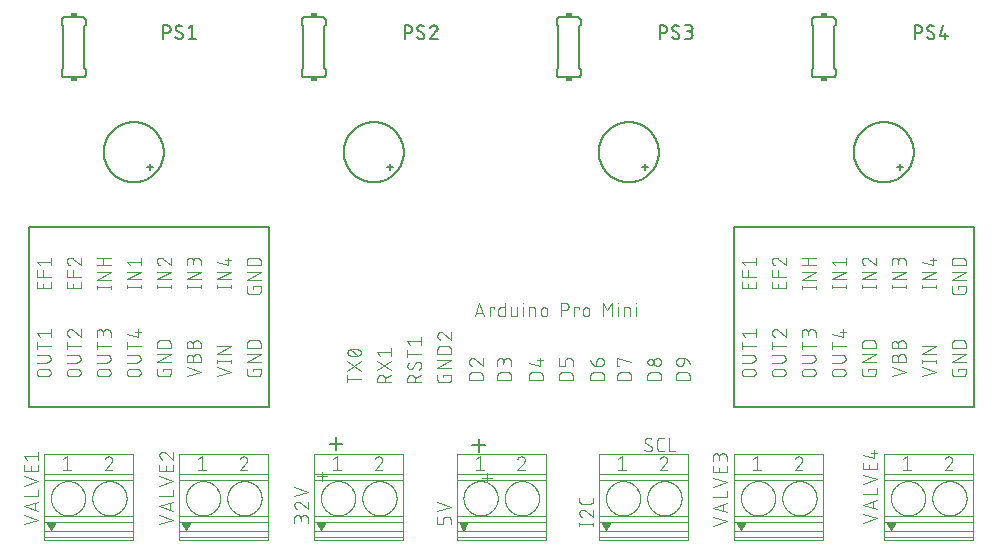
<source format=gbr>
G04 EAGLE Gerber RS-274X export*
G75*
%MOMM*%
%FSLAX34Y34*%
%LPD*%
%INSilkscreen Top*%
%IPPOS*%
%AMOC8*
5,1,8,0,0,1.08239X$1,22.5*%
G01*
%ADD10C,0.101600*%
%ADD11C,0.152400*%
%ADD12C,0.127000*%
%ADD13R,0.508000X0.381000*%

G36*
X514585Y-460877D02*
X514585Y-460877D01*
X514619Y-460880D01*
X514684Y-460861D01*
X514750Y-460851D01*
X514779Y-460833D01*
X514811Y-460824D01*
X514863Y-460781D01*
X514921Y-460746D01*
X514943Y-460717D01*
X514967Y-460698D01*
X514990Y-460654D01*
X515029Y-460602D01*
X518204Y-454252D01*
X518209Y-454230D01*
X518222Y-454212D01*
X518236Y-454134D01*
X518256Y-454058D01*
X518253Y-454036D01*
X518257Y-454015D01*
X518240Y-453938D01*
X518230Y-453860D01*
X518218Y-453841D01*
X518214Y-453819D01*
X518168Y-453755D01*
X518128Y-453687D01*
X518110Y-453674D01*
X518098Y-453656D01*
X518031Y-453614D01*
X517968Y-453567D01*
X517946Y-453561D01*
X517927Y-453550D01*
X517826Y-453531D01*
X517773Y-453518D01*
X517762Y-453520D01*
X517750Y-453518D01*
X511400Y-453518D01*
X511378Y-453522D01*
X511356Y-453520D01*
X511281Y-453542D01*
X511204Y-453557D01*
X511185Y-453570D01*
X511164Y-453576D01*
X511103Y-453626D01*
X511038Y-453670D01*
X511026Y-453689D01*
X511008Y-453703D01*
X510971Y-453772D01*
X510928Y-453838D01*
X510925Y-453860D01*
X510914Y-453879D01*
X510907Y-453958D01*
X510893Y-454035D01*
X510898Y-454057D01*
X510896Y-454079D01*
X510925Y-454178D01*
X510936Y-454231D01*
X510943Y-454240D01*
X510946Y-454252D01*
X514121Y-460602D01*
X514163Y-460655D01*
X514197Y-460713D01*
X514224Y-460733D01*
X514245Y-460760D01*
X514303Y-460793D01*
X514357Y-460833D01*
X514390Y-460841D01*
X514420Y-460858D01*
X514487Y-460865D01*
X514552Y-460882D01*
X514585Y-460877D01*
G37*
G36*
X387585Y-460877D02*
X387585Y-460877D01*
X387619Y-460880D01*
X387684Y-460861D01*
X387750Y-460851D01*
X387779Y-460833D01*
X387811Y-460824D01*
X387863Y-460781D01*
X387921Y-460746D01*
X387943Y-460717D01*
X387967Y-460698D01*
X387990Y-460654D01*
X388029Y-460602D01*
X391204Y-454252D01*
X391209Y-454230D01*
X391222Y-454212D01*
X391236Y-454134D01*
X391256Y-454058D01*
X391253Y-454036D01*
X391257Y-454015D01*
X391240Y-453938D01*
X391230Y-453860D01*
X391218Y-453841D01*
X391214Y-453819D01*
X391168Y-453755D01*
X391128Y-453687D01*
X391110Y-453674D01*
X391098Y-453656D01*
X391031Y-453614D01*
X390968Y-453567D01*
X390946Y-453561D01*
X390927Y-453550D01*
X390826Y-453531D01*
X390773Y-453518D01*
X390762Y-453520D01*
X390750Y-453518D01*
X384400Y-453518D01*
X384378Y-453522D01*
X384356Y-453520D01*
X384281Y-453542D01*
X384204Y-453557D01*
X384185Y-453570D01*
X384164Y-453576D01*
X384103Y-453626D01*
X384038Y-453670D01*
X384026Y-453689D01*
X384008Y-453703D01*
X383971Y-453772D01*
X383928Y-453838D01*
X383925Y-453860D01*
X383914Y-453879D01*
X383907Y-453958D01*
X383893Y-454035D01*
X383898Y-454057D01*
X383896Y-454079D01*
X383925Y-454178D01*
X383936Y-454231D01*
X383943Y-454240D01*
X383946Y-454252D01*
X387121Y-460602D01*
X387163Y-460655D01*
X387197Y-460713D01*
X387224Y-460733D01*
X387245Y-460760D01*
X387303Y-460793D01*
X387357Y-460833D01*
X387390Y-460841D01*
X387420Y-460858D01*
X387487Y-460865D01*
X387552Y-460882D01*
X387585Y-460877D01*
G37*
G36*
X-82315Y-460877D02*
X-82315Y-460877D01*
X-82281Y-460880D01*
X-82217Y-460861D01*
X-82150Y-460851D01*
X-82121Y-460833D01*
X-82089Y-460824D01*
X-82037Y-460781D01*
X-81979Y-460746D01*
X-81957Y-460717D01*
X-81933Y-460698D01*
X-81910Y-460654D01*
X-81871Y-460602D01*
X-78696Y-454252D01*
X-78691Y-454230D01*
X-78678Y-454212D01*
X-78664Y-454134D01*
X-78644Y-454058D01*
X-78647Y-454036D01*
X-78643Y-454015D01*
X-78660Y-453938D01*
X-78670Y-453860D01*
X-78682Y-453841D01*
X-78686Y-453819D01*
X-78732Y-453755D01*
X-78772Y-453687D01*
X-78790Y-453674D01*
X-78802Y-453656D01*
X-78869Y-453614D01*
X-78932Y-453567D01*
X-78954Y-453561D01*
X-78973Y-453550D01*
X-79074Y-453531D01*
X-79127Y-453518D01*
X-79138Y-453520D01*
X-79150Y-453518D01*
X-85500Y-453518D01*
X-85522Y-453522D01*
X-85544Y-453520D01*
X-85619Y-453542D01*
X-85697Y-453557D01*
X-85715Y-453570D01*
X-85736Y-453576D01*
X-85797Y-453626D01*
X-85862Y-453670D01*
X-85874Y-453689D01*
X-85892Y-453703D01*
X-85929Y-453772D01*
X-85972Y-453838D01*
X-85975Y-453860D01*
X-85986Y-453879D01*
X-85993Y-453958D01*
X-86007Y-454035D01*
X-86002Y-454057D01*
X-86004Y-454079D01*
X-85975Y-454178D01*
X-85964Y-454231D01*
X-85957Y-454240D01*
X-85954Y-454252D01*
X-82779Y-460602D01*
X-82737Y-460655D01*
X-82703Y-460713D01*
X-82676Y-460733D01*
X-82655Y-460760D01*
X-82597Y-460793D01*
X-82543Y-460833D01*
X-82510Y-460841D01*
X-82481Y-460858D01*
X-82414Y-460865D01*
X-82348Y-460882D01*
X-82315Y-460877D01*
G37*
G36*
X-196615Y-460877D02*
X-196615Y-460877D01*
X-196581Y-460880D01*
X-196517Y-460861D01*
X-196450Y-460851D01*
X-196421Y-460833D01*
X-196389Y-460824D01*
X-196337Y-460781D01*
X-196279Y-460746D01*
X-196257Y-460717D01*
X-196233Y-460698D01*
X-196210Y-460654D01*
X-196171Y-460602D01*
X-192996Y-454252D01*
X-192991Y-454230D01*
X-192978Y-454212D01*
X-192964Y-454134D01*
X-192944Y-454058D01*
X-192947Y-454036D01*
X-192943Y-454015D01*
X-192960Y-453938D01*
X-192970Y-453860D01*
X-192982Y-453841D01*
X-192986Y-453819D01*
X-193032Y-453755D01*
X-193072Y-453687D01*
X-193090Y-453674D01*
X-193102Y-453656D01*
X-193169Y-453614D01*
X-193232Y-453567D01*
X-193254Y-453561D01*
X-193273Y-453550D01*
X-193374Y-453531D01*
X-193427Y-453518D01*
X-193438Y-453520D01*
X-193450Y-453518D01*
X-199800Y-453518D01*
X-199822Y-453522D01*
X-199844Y-453520D01*
X-199919Y-453542D01*
X-199997Y-453557D01*
X-200015Y-453570D01*
X-200036Y-453576D01*
X-200097Y-453626D01*
X-200162Y-453670D01*
X-200174Y-453689D01*
X-200192Y-453703D01*
X-200229Y-453772D01*
X-200272Y-453838D01*
X-200275Y-453860D01*
X-200286Y-453879D01*
X-200293Y-453958D01*
X-200307Y-454035D01*
X-200302Y-454057D01*
X-200304Y-454079D01*
X-200275Y-454178D01*
X-200264Y-454231D01*
X-200257Y-454240D01*
X-200254Y-454252D01*
X-197079Y-460602D01*
X-197037Y-460655D01*
X-197003Y-460713D01*
X-196976Y-460733D01*
X-196955Y-460760D01*
X-196897Y-460793D01*
X-196843Y-460833D01*
X-196810Y-460841D01*
X-196781Y-460858D01*
X-196714Y-460865D01*
X-196648Y-460882D01*
X-196615Y-460877D01*
G37*
G36*
X273285Y-460877D02*
X273285Y-460877D01*
X273319Y-460880D01*
X273384Y-460861D01*
X273450Y-460851D01*
X273479Y-460833D01*
X273511Y-460824D01*
X273563Y-460781D01*
X273621Y-460746D01*
X273643Y-460717D01*
X273667Y-460698D01*
X273690Y-460654D01*
X273729Y-460602D01*
X276904Y-454252D01*
X276909Y-454230D01*
X276922Y-454212D01*
X276936Y-454134D01*
X276956Y-454058D01*
X276953Y-454036D01*
X276957Y-454015D01*
X276940Y-453938D01*
X276930Y-453860D01*
X276918Y-453841D01*
X276914Y-453819D01*
X276868Y-453755D01*
X276828Y-453687D01*
X276810Y-453674D01*
X276798Y-453656D01*
X276731Y-453614D01*
X276668Y-453567D01*
X276646Y-453561D01*
X276627Y-453550D01*
X276526Y-453531D01*
X276473Y-453518D01*
X276462Y-453520D01*
X276450Y-453518D01*
X270100Y-453518D01*
X270078Y-453522D01*
X270056Y-453520D01*
X269981Y-453542D01*
X269904Y-453557D01*
X269885Y-453570D01*
X269864Y-453576D01*
X269803Y-453626D01*
X269738Y-453670D01*
X269726Y-453689D01*
X269708Y-453703D01*
X269671Y-453772D01*
X269628Y-453838D01*
X269625Y-453860D01*
X269614Y-453879D01*
X269607Y-453958D01*
X269593Y-454035D01*
X269598Y-454057D01*
X269596Y-454079D01*
X269625Y-454178D01*
X269636Y-454231D01*
X269643Y-454240D01*
X269646Y-454252D01*
X272821Y-460602D01*
X272863Y-460655D01*
X272897Y-460713D01*
X272924Y-460733D01*
X272945Y-460760D01*
X273003Y-460793D01*
X273057Y-460833D01*
X273090Y-460841D01*
X273120Y-460858D01*
X273187Y-460865D01*
X273252Y-460882D01*
X273285Y-460877D01*
G37*
G36*
X152635Y-460877D02*
X152635Y-460877D01*
X152669Y-460880D01*
X152734Y-460861D01*
X152800Y-460851D01*
X152829Y-460833D01*
X152861Y-460824D01*
X152913Y-460781D01*
X152971Y-460746D01*
X152993Y-460717D01*
X153017Y-460698D01*
X153040Y-460654D01*
X153079Y-460602D01*
X156254Y-454252D01*
X156259Y-454230D01*
X156272Y-454212D01*
X156286Y-454134D01*
X156306Y-454058D01*
X156303Y-454036D01*
X156307Y-454015D01*
X156290Y-453938D01*
X156280Y-453860D01*
X156268Y-453841D01*
X156264Y-453819D01*
X156218Y-453755D01*
X156178Y-453687D01*
X156160Y-453674D01*
X156148Y-453656D01*
X156081Y-453614D01*
X156018Y-453567D01*
X155996Y-453561D01*
X155977Y-453550D01*
X155876Y-453531D01*
X155823Y-453518D01*
X155812Y-453520D01*
X155800Y-453518D01*
X149450Y-453518D01*
X149428Y-453522D01*
X149406Y-453520D01*
X149331Y-453542D01*
X149254Y-453557D01*
X149235Y-453570D01*
X149214Y-453576D01*
X149153Y-453626D01*
X149088Y-453670D01*
X149076Y-453689D01*
X149058Y-453703D01*
X149021Y-453772D01*
X148978Y-453838D01*
X148975Y-453860D01*
X148964Y-453879D01*
X148957Y-453958D01*
X148943Y-454035D01*
X148948Y-454057D01*
X148946Y-454079D01*
X148975Y-454178D01*
X148986Y-454231D01*
X148993Y-454240D01*
X148996Y-454252D01*
X152171Y-460602D01*
X152213Y-460655D01*
X152247Y-460713D01*
X152274Y-460733D01*
X152295Y-460760D01*
X152353Y-460793D01*
X152407Y-460833D01*
X152440Y-460841D01*
X152470Y-460858D01*
X152537Y-460865D01*
X152602Y-460882D01*
X152635Y-460877D01*
G37*
G36*
X31985Y-460877D02*
X31985Y-460877D01*
X32019Y-460880D01*
X32084Y-460861D01*
X32150Y-460851D01*
X32179Y-460833D01*
X32211Y-460824D01*
X32263Y-460781D01*
X32321Y-460746D01*
X32343Y-460717D01*
X32367Y-460698D01*
X32390Y-460654D01*
X32429Y-460602D01*
X35604Y-454252D01*
X35609Y-454230D01*
X35622Y-454212D01*
X35636Y-454134D01*
X35656Y-454058D01*
X35653Y-454036D01*
X35657Y-454015D01*
X35640Y-453938D01*
X35630Y-453860D01*
X35618Y-453841D01*
X35614Y-453819D01*
X35568Y-453755D01*
X35528Y-453687D01*
X35510Y-453674D01*
X35498Y-453656D01*
X35431Y-453614D01*
X35368Y-453567D01*
X35346Y-453561D01*
X35327Y-453550D01*
X35226Y-453531D01*
X35173Y-453518D01*
X35162Y-453520D01*
X35150Y-453518D01*
X28800Y-453518D01*
X28778Y-453522D01*
X28756Y-453520D01*
X28681Y-453542D01*
X28604Y-453557D01*
X28585Y-453570D01*
X28564Y-453576D01*
X28503Y-453626D01*
X28438Y-453670D01*
X28426Y-453689D01*
X28408Y-453703D01*
X28371Y-453772D01*
X28328Y-453838D01*
X28325Y-453860D01*
X28314Y-453879D01*
X28307Y-453958D01*
X28293Y-454035D01*
X28298Y-454057D01*
X28296Y-454079D01*
X28325Y-454178D01*
X28336Y-454231D01*
X28343Y-454240D01*
X28346Y-454252D01*
X31521Y-460602D01*
X31563Y-460655D01*
X31597Y-460713D01*
X31624Y-460733D01*
X31645Y-460760D01*
X31703Y-460793D01*
X31757Y-460833D01*
X31790Y-460841D01*
X31820Y-460858D01*
X31887Y-460865D01*
X31952Y-460882D01*
X31985Y-460877D01*
G37*
D10*
X343662Y-332500D02*
X331978Y-332500D01*
X331978Y-329255D01*
X331980Y-329142D01*
X331986Y-329029D01*
X331996Y-328916D01*
X332010Y-328803D01*
X332027Y-328691D01*
X332049Y-328580D01*
X332074Y-328470D01*
X332104Y-328360D01*
X332137Y-328252D01*
X332174Y-328145D01*
X332214Y-328039D01*
X332259Y-327935D01*
X332307Y-327832D01*
X332358Y-327731D01*
X332413Y-327632D01*
X332471Y-327535D01*
X332533Y-327440D01*
X332598Y-327347D01*
X332666Y-327257D01*
X332737Y-327169D01*
X332812Y-327083D01*
X332889Y-327000D01*
X332969Y-326920D01*
X333052Y-326843D01*
X333138Y-326768D01*
X333226Y-326697D01*
X333316Y-326629D01*
X333409Y-326564D01*
X333504Y-326502D01*
X333601Y-326444D01*
X333700Y-326389D01*
X333801Y-326338D01*
X333904Y-326290D01*
X334008Y-326245D01*
X334114Y-326205D01*
X334221Y-326168D01*
X334329Y-326135D01*
X334439Y-326105D01*
X334549Y-326080D01*
X334660Y-326058D01*
X334772Y-326041D01*
X334885Y-326027D01*
X334998Y-326017D01*
X335111Y-326011D01*
X335224Y-326009D01*
X340416Y-326009D01*
X340529Y-326011D01*
X340642Y-326017D01*
X340755Y-326027D01*
X340868Y-326041D01*
X340980Y-326058D01*
X341091Y-326080D01*
X341201Y-326105D01*
X341311Y-326135D01*
X341419Y-326168D01*
X341526Y-326205D01*
X341632Y-326245D01*
X341736Y-326290D01*
X341839Y-326338D01*
X341940Y-326389D01*
X342039Y-326444D01*
X342136Y-326502D01*
X342231Y-326564D01*
X342324Y-326629D01*
X342414Y-326697D01*
X342502Y-326768D01*
X342588Y-326843D01*
X342671Y-326920D01*
X342751Y-327000D01*
X342828Y-327083D01*
X342903Y-327169D01*
X342974Y-327257D01*
X343042Y-327347D01*
X343107Y-327440D01*
X343169Y-327535D01*
X343227Y-327632D01*
X343282Y-327731D01*
X343333Y-327832D01*
X343381Y-327935D01*
X343426Y-328039D01*
X343466Y-328145D01*
X343503Y-328252D01*
X343536Y-328360D01*
X343566Y-328470D01*
X343591Y-328580D01*
X343613Y-328691D01*
X343630Y-328803D01*
X343644Y-328916D01*
X343654Y-329029D01*
X343660Y-329142D01*
X343662Y-329255D01*
X343662Y-332500D01*
X338469Y-318093D02*
X338469Y-314198D01*
X338469Y-318093D02*
X338467Y-318192D01*
X338461Y-318292D01*
X338452Y-318391D01*
X338439Y-318489D01*
X338422Y-318587D01*
X338401Y-318685D01*
X338376Y-318781D01*
X338348Y-318876D01*
X338316Y-318970D01*
X338281Y-319063D01*
X338242Y-319155D01*
X338199Y-319245D01*
X338154Y-319333D01*
X338104Y-319420D01*
X338052Y-319504D01*
X337996Y-319587D01*
X337938Y-319667D01*
X337876Y-319745D01*
X337811Y-319820D01*
X337743Y-319893D01*
X337673Y-319963D01*
X337600Y-320031D01*
X337525Y-320096D01*
X337447Y-320158D01*
X337367Y-320216D01*
X337284Y-320272D01*
X337200Y-320324D01*
X337113Y-320374D01*
X337025Y-320419D01*
X336935Y-320462D01*
X336843Y-320501D01*
X336750Y-320536D01*
X336656Y-320568D01*
X336561Y-320596D01*
X336465Y-320621D01*
X336367Y-320642D01*
X336269Y-320659D01*
X336171Y-320672D01*
X336072Y-320681D01*
X335972Y-320687D01*
X335873Y-320689D01*
X335224Y-320689D01*
X335224Y-320690D02*
X335111Y-320688D01*
X334998Y-320682D01*
X334885Y-320672D01*
X334772Y-320658D01*
X334660Y-320641D01*
X334549Y-320619D01*
X334439Y-320594D01*
X334329Y-320564D01*
X334221Y-320531D01*
X334114Y-320494D01*
X334008Y-320454D01*
X333904Y-320409D01*
X333801Y-320361D01*
X333700Y-320310D01*
X333601Y-320255D01*
X333504Y-320197D01*
X333409Y-320135D01*
X333316Y-320070D01*
X333226Y-320002D01*
X333138Y-319931D01*
X333052Y-319856D01*
X332969Y-319779D01*
X332889Y-319699D01*
X332812Y-319616D01*
X332737Y-319530D01*
X332666Y-319442D01*
X332598Y-319352D01*
X332533Y-319259D01*
X332471Y-319164D01*
X332413Y-319067D01*
X332358Y-318968D01*
X332307Y-318867D01*
X332259Y-318764D01*
X332214Y-318660D01*
X332174Y-318554D01*
X332137Y-318447D01*
X332104Y-318339D01*
X332074Y-318229D01*
X332049Y-318119D01*
X332027Y-318008D01*
X332010Y-317896D01*
X331996Y-317783D01*
X331986Y-317670D01*
X331980Y-317557D01*
X331978Y-317444D01*
X331980Y-317331D01*
X331986Y-317218D01*
X331996Y-317105D01*
X332010Y-316992D01*
X332027Y-316880D01*
X332049Y-316769D01*
X332074Y-316659D01*
X332104Y-316549D01*
X332137Y-316441D01*
X332174Y-316334D01*
X332214Y-316228D01*
X332259Y-316124D01*
X332307Y-316021D01*
X332358Y-315920D01*
X332413Y-315821D01*
X332471Y-315724D01*
X332533Y-315629D01*
X332598Y-315536D01*
X332666Y-315446D01*
X332737Y-315358D01*
X332812Y-315272D01*
X332889Y-315189D01*
X332969Y-315109D01*
X333052Y-315032D01*
X333138Y-314957D01*
X333226Y-314886D01*
X333316Y-314818D01*
X333409Y-314753D01*
X333504Y-314691D01*
X333601Y-314633D01*
X333700Y-314578D01*
X333801Y-314527D01*
X333904Y-314479D01*
X334008Y-314434D01*
X334114Y-314394D01*
X334221Y-314357D01*
X334329Y-314324D01*
X334439Y-314294D01*
X334549Y-314269D01*
X334660Y-314247D01*
X334772Y-314230D01*
X334885Y-314216D01*
X334998Y-314206D01*
X335111Y-314200D01*
X335224Y-314198D01*
X338469Y-314198D01*
X338612Y-314200D01*
X338755Y-314206D01*
X338898Y-314216D01*
X339040Y-314230D01*
X339182Y-314247D01*
X339324Y-314269D01*
X339465Y-314294D01*
X339605Y-314324D01*
X339744Y-314357D01*
X339882Y-314394D01*
X340019Y-314435D01*
X340155Y-314479D01*
X340290Y-314528D01*
X340423Y-314580D01*
X340555Y-314635D01*
X340685Y-314695D01*
X340814Y-314758D01*
X340941Y-314824D01*
X341066Y-314894D01*
X341188Y-314967D01*
X341309Y-315044D01*
X341428Y-315124D01*
X341544Y-315207D01*
X341659Y-315293D01*
X341770Y-315382D01*
X341880Y-315475D01*
X341986Y-315570D01*
X342090Y-315669D01*
X342191Y-315770D01*
X342290Y-315874D01*
X342385Y-315980D01*
X342478Y-316090D01*
X342567Y-316201D01*
X342653Y-316316D01*
X342736Y-316432D01*
X342816Y-316551D01*
X342893Y-316672D01*
X342966Y-316795D01*
X343036Y-316919D01*
X343102Y-317046D01*
X343165Y-317175D01*
X343225Y-317305D01*
X343280Y-317437D01*
X343332Y-317570D01*
X343381Y-317705D01*
X343425Y-317841D01*
X343466Y-317978D01*
X343503Y-318116D01*
X343536Y-318255D01*
X343566Y-318395D01*
X343591Y-318536D01*
X343613Y-318678D01*
X343630Y-318820D01*
X343644Y-318962D01*
X343654Y-319105D01*
X343660Y-319248D01*
X343662Y-319391D01*
X319532Y-332500D02*
X307848Y-332500D01*
X307848Y-329255D01*
X307850Y-329142D01*
X307856Y-329029D01*
X307866Y-328916D01*
X307880Y-328803D01*
X307897Y-328691D01*
X307919Y-328580D01*
X307944Y-328470D01*
X307974Y-328360D01*
X308007Y-328252D01*
X308044Y-328145D01*
X308084Y-328039D01*
X308129Y-327935D01*
X308177Y-327832D01*
X308228Y-327731D01*
X308283Y-327632D01*
X308341Y-327535D01*
X308403Y-327440D01*
X308468Y-327347D01*
X308536Y-327257D01*
X308607Y-327169D01*
X308682Y-327083D01*
X308759Y-327000D01*
X308839Y-326920D01*
X308922Y-326843D01*
X309008Y-326768D01*
X309096Y-326697D01*
X309186Y-326629D01*
X309279Y-326564D01*
X309374Y-326502D01*
X309471Y-326444D01*
X309570Y-326389D01*
X309671Y-326338D01*
X309774Y-326290D01*
X309878Y-326245D01*
X309984Y-326205D01*
X310091Y-326168D01*
X310199Y-326135D01*
X310309Y-326105D01*
X310419Y-326080D01*
X310530Y-326058D01*
X310642Y-326041D01*
X310755Y-326027D01*
X310868Y-326017D01*
X310981Y-326011D01*
X311094Y-326009D01*
X316286Y-326009D01*
X316399Y-326011D01*
X316512Y-326017D01*
X316625Y-326027D01*
X316738Y-326041D01*
X316850Y-326058D01*
X316961Y-326080D01*
X317071Y-326105D01*
X317181Y-326135D01*
X317289Y-326168D01*
X317396Y-326205D01*
X317502Y-326245D01*
X317606Y-326290D01*
X317709Y-326338D01*
X317810Y-326389D01*
X317909Y-326444D01*
X318006Y-326502D01*
X318101Y-326564D01*
X318194Y-326629D01*
X318284Y-326697D01*
X318372Y-326768D01*
X318458Y-326843D01*
X318541Y-326920D01*
X318621Y-327000D01*
X318698Y-327083D01*
X318773Y-327169D01*
X318844Y-327257D01*
X318912Y-327347D01*
X318977Y-327440D01*
X319039Y-327535D01*
X319097Y-327632D01*
X319152Y-327731D01*
X319203Y-327832D01*
X319251Y-327935D01*
X319296Y-328039D01*
X319336Y-328145D01*
X319373Y-328252D01*
X319406Y-328360D01*
X319436Y-328470D01*
X319461Y-328580D01*
X319483Y-328691D01*
X319500Y-328803D01*
X319514Y-328916D01*
X319524Y-329029D01*
X319530Y-329142D01*
X319532Y-329255D01*
X319532Y-332500D01*
X316286Y-320690D02*
X316173Y-320688D01*
X316060Y-320682D01*
X315947Y-320672D01*
X315834Y-320658D01*
X315722Y-320641D01*
X315611Y-320619D01*
X315501Y-320594D01*
X315391Y-320564D01*
X315283Y-320531D01*
X315176Y-320494D01*
X315070Y-320454D01*
X314966Y-320409D01*
X314863Y-320361D01*
X314762Y-320310D01*
X314663Y-320255D01*
X314566Y-320197D01*
X314471Y-320135D01*
X314378Y-320070D01*
X314288Y-320002D01*
X314200Y-319931D01*
X314114Y-319856D01*
X314031Y-319779D01*
X313951Y-319699D01*
X313874Y-319616D01*
X313799Y-319530D01*
X313728Y-319442D01*
X313660Y-319352D01*
X313595Y-319259D01*
X313533Y-319164D01*
X313475Y-319067D01*
X313420Y-318968D01*
X313369Y-318867D01*
X313321Y-318764D01*
X313276Y-318660D01*
X313236Y-318554D01*
X313199Y-318447D01*
X313166Y-318339D01*
X313136Y-318229D01*
X313111Y-318119D01*
X313089Y-318008D01*
X313072Y-317896D01*
X313058Y-317783D01*
X313048Y-317670D01*
X313042Y-317557D01*
X313040Y-317444D01*
X313042Y-317331D01*
X313048Y-317218D01*
X313058Y-317105D01*
X313072Y-316992D01*
X313089Y-316880D01*
X313111Y-316769D01*
X313136Y-316659D01*
X313166Y-316549D01*
X313199Y-316441D01*
X313236Y-316334D01*
X313276Y-316228D01*
X313321Y-316124D01*
X313369Y-316021D01*
X313420Y-315920D01*
X313475Y-315821D01*
X313533Y-315724D01*
X313595Y-315629D01*
X313660Y-315536D01*
X313728Y-315446D01*
X313799Y-315358D01*
X313874Y-315272D01*
X313951Y-315189D01*
X314031Y-315109D01*
X314114Y-315032D01*
X314200Y-314957D01*
X314288Y-314886D01*
X314378Y-314818D01*
X314471Y-314753D01*
X314566Y-314691D01*
X314663Y-314633D01*
X314762Y-314578D01*
X314863Y-314527D01*
X314966Y-314479D01*
X315070Y-314434D01*
X315176Y-314394D01*
X315283Y-314357D01*
X315391Y-314324D01*
X315501Y-314294D01*
X315611Y-314269D01*
X315722Y-314247D01*
X315834Y-314230D01*
X315947Y-314216D01*
X316060Y-314206D01*
X316173Y-314200D01*
X316286Y-314198D01*
X316399Y-314200D01*
X316512Y-314206D01*
X316625Y-314216D01*
X316738Y-314230D01*
X316850Y-314247D01*
X316961Y-314269D01*
X317071Y-314294D01*
X317181Y-314324D01*
X317289Y-314357D01*
X317396Y-314394D01*
X317502Y-314434D01*
X317606Y-314479D01*
X317709Y-314527D01*
X317810Y-314578D01*
X317909Y-314633D01*
X318006Y-314691D01*
X318101Y-314753D01*
X318194Y-314818D01*
X318284Y-314886D01*
X318372Y-314957D01*
X318458Y-315032D01*
X318541Y-315109D01*
X318621Y-315189D01*
X318698Y-315272D01*
X318773Y-315358D01*
X318844Y-315446D01*
X318912Y-315536D01*
X318977Y-315629D01*
X319039Y-315724D01*
X319097Y-315821D01*
X319152Y-315920D01*
X319203Y-316021D01*
X319251Y-316124D01*
X319296Y-316228D01*
X319336Y-316334D01*
X319373Y-316441D01*
X319406Y-316549D01*
X319436Y-316659D01*
X319461Y-316769D01*
X319483Y-316880D01*
X319500Y-316992D01*
X319514Y-317105D01*
X319524Y-317218D01*
X319530Y-317331D01*
X319532Y-317444D01*
X319530Y-317557D01*
X319524Y-317670D01*
X319514Y-317783D01*
X319500Y-317896D01*
X319483Y-318008D01*
X319461Y-318119D01*
X319436Y-318229D01*
X319406Y-318339D01*
X319373Y-318447D01*
X319336Y-318554D01*
X319296Y-318660D01*
X319251Y-318764D01*
X319203Y-318867D01*
X319152Y-318968D01*
X319097Y-319067D01*
X319039Y-319164D01*
X318977Y-319259D01*
X318912Y-319352D01*
X318844Y-319442D01*
X318773Y-319530D01*
X318698Y-319616D01*
X318621Y-319699D01*
X318541Y-319779D01*
X318458Y-319856D01*
X318372Y-319931D01*
X318284Y-320002D01*
X318194Y-320070D01*
X318101Y-320135D01*
X318006Y-320197D01*
X317909Y-320255D01*
X317810Y-320310D01*
X317709Y-320361D01*
X317606Y-320409D01*
X317502Y-320454D01*
X317396Y-320494D01*
X317289Y-320531D01*
X317181Y-320564D01*
X317071Y-320594D01*
X316961Y-320619D01*
X316850Y-320641D01*
X316738Y-320658D01*
X316625Y-320672D01*
X316512Y-320682D01*
X316399Y-320688D01*
X316286Y-320690D01*
X310444Y-320040D02*
X310343Y-320038D01*
X310243Y-320032D01*
X310143Y-320022D01*
X310043Y-320009D01*
X309944Y-319991D01*
X309845Y-319970D01*
X309748Y-319945D01*
X309651Y-319916D01*
X309556Y-319883D01*
X309462Y-319847D01*
X309370Y-319807D01*
X309279Y-319764D01*
X309190Y-319717D01*
X309103Y-319667D01*
X309017Y-319613D01*
X308934Y-319556D01*
X308854Y-319496D01*
X308775Y-319433D01*
X308699Y-319366D01*
X308626Y-319297D01*
X308556Y-319225D01*
X308488Y-319151D01*
X308423Y-319074D01*
X308362Y-318994D01*
X308303Y-318912D01*
X308248Y-318828D01*
X308196Y-318742D01*
X308147Y-318654D01*
X308102Y-318564D01*
X308060Y-318472D01*
X308022Y-318379D01*
X307988Y-318284D01*
X307957Y-318189D01*
X307930Y-318092D01*
X307907Y-317994D01*
X307887Y-317895D01*
X307872Y-317795D01*
X307860Y-317695D01*
X307852Y-317595D01*
X307848Y-317494D01*
X307848Y-317394D01*
X307852Y-317293D01*
X307860Y-317193D01*
X307872Y-317093D01*
X307887Y-316993D01*
X307907Y-316894D01*
X307930Y-316796D01*
X307957Y-316699D01*
X307988Y-316604D01*
X308022Y-316509D01*
X308060Y-316416D01*
X308102Y-316324D01*
X308147Y-316234D01*
X308196Y-316146D01*
X308248Y-316060D01*
X308303Y-315976D01*
X308362Y-315894D01*
X308423Y-315814D01*
X308488Y-315737D01*
X308556Y-315663D01*
X308626Y-315591D01*
X308699Y-315522D01*
X308775Y-315455D01*
X308854Y-315392D01*
X308934Y-315332D01*
X309017Y-315275D01*
X309103Y-315221D01*
X309190Y-315171D01*
X309279Y-315124D01*
X309370Y-315081D01*
X309462Y-315041D01*
X309556Y-315005D01*
X309651Y-314972D01*
X309748Y-314943D01*
X309845Y-314918D01*
X309944Y-314897D01*
X310043Y-314879D01*
X310143Y-314866D01*
X310243Y-314856D01*
X310343Y-314850D01*
X310444Y-314848D01*
X310545Y-314850D01*
X310645Y-314856D01*
X310745Y-314866D01*
X310845Y-314879D01*
X310944Y-314897D01*
X311043Y-314918D01*
X311140Y-314943D01*
X311237Y-314972D01*
X311332Y-315005D01*
X311426Y-315041D01*
X311518Y-315081D01*
X311609Y-315124D01*
X311698Y-315171D01*
X311785Y-315221D01*
X311871Y-315275D01*
X311954Y-315332D01*
X312034Y-315392D01*
X312113Y-315455D01*
X312189Y-315522D01*
X312262Y-315591D01*
X312332Y-315663D01*
X312400Y-315737D01*
X312465Y-315814D01*
X312526Y-315894D01*
X312585Y-315976D01*
X312640Y-316060D01*
X312692Y-316146D01*
X312741Y-316234D01*
X312786Y-316324D01*
X312828Y-316416D01*
X312866Y-316509D01*
X312900Y-316604D01*
X312931Y-316699D01*
X312958Y-316796D01*
X312981Y-316894D01*
X313001Y-316993D01*
X313016Y-317093D01*
X313028Y-317193D01*
X313036Y-317293D01*
X313040Y-317394D01*
X313040Y-317494D01*
X313036Y-317595D01*
X313028Y-317695D01*
X313016Y-317795D01*
X313001Y-317895D01*
X312981Y-317994D01*
X312958Y-318092D01*
X312931Y-318189D01*
X312900Y-318284D01*
X312866Y-318379D01*
X312828Y-318472D01*
X312786Y-318564D01*
X312741Y-318654D01*
X312692Y-318742D01*
X312640Y-318828D01*
X312585Y-318912D01*
X312526Y-318994D01*
X312465Y-319074D01*
X312400Y-319151D01*
X312332Y-319225D01*
X312262Y-319297D01*
X312189Y-319366D01*
X312113Y-319433D01*
X312034Y-319496D01*
X311954Y-319556D01*
X311871Y-319613D01*
X311785Y-319667D01*
X311698Y-319717D01*
X311609Y-319764D01*
X311518Y-319807D01*
X311426Y-319847D01*
X311332Y-319883D01*
X311237Y-319916D01*
X311140Y-319945D01*
X311043Y-319970D01*
X310944Y-319991D01*
X310845Y-320009D01*
X310745Y-320022D01*
X310645Y-320032D01*
X310545Y-320038D01*
X310444Y-320040D01*
X294132Y-332500D02*
X282448Y-332500D01*
X282448Y-329255D01*
X282450Y-329142D01*
X282456Y-329029D01*
X282466Y-328916D01*
X282480Y-328803D01*
X282497Y-328691D01*
X282519Y-328580D01*
X282544Y-328470D01*
X282574Y-328360D01*
X282607Y-328252D01*
X282644Y-328145D01*
X282684Y-328039D01*
X282729Y-327935D01*
X282777Y-327832D01*
X282828Y-327731D01*
X282883Y-327632D01*
X282941Y-327535D01*
X283003Y-327440D01*
X283068Y-327347D01*
X283136Y-327257D01*
X283207Y-327169D01*
X283282Y-327083D01*
X283359Y-327000D01*
X283439Y-326920D01*
X283522Y-326843D01*
X283608Y-326768D01*
X283696Y-326697D01*
X283786Y-326629D01*
X283879Y-326564D01*
X283974Y-326502D01*
X284071Y-326444D01*
X284170Y-326389D01*
X284271Y-326338D01*
X284374Y-326290D01*
X284478Y-326245D01*
X284584Y-326205D01*
X284691Y-326168D01*
X284799Y-326135D01*
X284909Y-326105D01*
X285019Y-326080D01*
X285130Y-326058D01*
X285242Y-326041D01*
X285355Y-326027D01*
X285468Y-326017D01*
X285581Y-326011D01*
X285694Y-326009D01*
X290886Y-326009D01*
X290999Y-326011D01*
X291112Y-326017D01*
X291225Y-326027D01*
X291338Y-326041D01*
X291450Y-326058D01*
X291561Y-326080D01*
X291671Y-326105D01*
X291781Y-326135D01*
X291889Y-326168D01*
X291996Y-326205D01*
X292102Y-326245D01*
X292206Y-326290D01*
X292309Y-326338D01*
X292410Y-326389D01*
X292509Y-326444D01*
X292606Y-326502D01*
X292701Y-326564D01*
X292794Y-326629D01*
X292884Y-326697D01*
X292972Y-326768D01*
X293058Y-326843D01*
X293141Y-326920D01*
X293221Y-327000D01*
X293298Y-327083D01*
X293373Y-327169D01*
X293444Y-327257D01*
X293512Y-327347D01*
X293577Y-327440D01*
X293639Y-327535D01*
X293697Y-327632D01*
X293752Y-327731D01*
X293803Y-327832D01*
X293851Y-327935D01*
X293896Y-328039D01*
X293936Y-328145D01*
X293973Y-328252D01*
X294006Y-328360D01*
X294036Y-328470D01*
X294061Y-328580D01*
X294083Y-328691D01*
X294100Y-328803D01*
X294114Y-328916D01*
X294124Y-329029D01*
X294130Y-329142D01*
X294132Y-329255D01*
X294132Y-332500D01*
X283746Y-320689D02*
X282448Y-320689D01*
X282448Y-314198D01*
X294132Y-317444D01*
X271272Y-332500D02*
X259588Y-332500D01*
X259588Y-329255D01*
X259590Y-329142D01*
X259596Y-329029D01*
X259606Y-328916D01*
X259620Y-328803D01*
X259637Y-328691D01*
X259659Y-328580D01*
X259684Y-328470D01*
X259714Y-328360D01*
X259747Y-328252D01*
X259784Y-328145D01*
X259824Y-328039D01*
X259869Y-327935D01*
X259917Y-327832D01*
X259968Y-327731D01*
X260023Y-327632D01*
X260081Y-327535D01*
X260143Y-327440D01*
X260208Y-327347D01*
X260276Y-327257D01*
X260347Y-327169D01*
X260422Y-327083D01*
X260499Y-327000D01*
X260579Y-326920D01*
X260662Y-326843D01*
X260748Y-326768D01*
X260836Y-326697D01*
X260926Y-326629D01*
X261019Y-326564D01*
X261114Y-326502D01*
X261211Y-326444D01*
X261310Y-326389D01*
X261411Y-326338D01*
X261514Y-326290D01*
X261618Y-326245D01*
X261724Y-326205D01*
X261831Y-326168D01*
X261939Y-326135D01*
X262049Y-326105D01*
X262159Y-326080D01*
X262270Y-326058D01*
X262382Y-326041D01*
X262495Y-326027D01*
X262608Y-326017D01*
X262721Y-326011D01*
X262834Y-326009D01*
X268026Y-326009D01*
X268139Y-326011D01*
X268252Y-326017D01*
X268365Y-326027D01*
X268478Y-326041D01*
X268590Y-326058D01*
X268701Y-326080D01*
X268811Y-326105D01*
X268921Y-326135D01*
X269029Y-326168D01*
X269136Y-326205D01*
X269242Y-326245D01*
X269346Y-326290D01*
X269449Y-326338D01*
X269550Y-326389D01*
X269649Y-326444D01*
X269746Y-326502D01*
X269841Y-326564D01*
X269934Y-326629D01*
X270024Y-326697D01*
X270112Y-326768D01*
X270198Y-326843D01*
X270281Y-326920D01*
X270361Y-327000D01*
X270438Y-327083D01*
X270513Y-327169D01*
X270584Y-327257D01*
X270652Y-327347D01*
X270717Y-327440D01*
X270779Y-327535D01*
X270837Y-327632D01*
X270892Y-327731D01*
X270943Y-327832D01*
X270991Y-327935D01*
X271036Y-328039D01*
X271076Y-328145D01*
X271113Y-328252D01*
X271146Y-328360D01*
X271176Y-328470D01*
X271201Y-328580D01*
X271223Y-328691D01*
X271240Y-328803D01*
X271254Y-328916D01*
X271264Y-329029D01*
X271270Y-329142D01*
X271272Y-329255D01*
X271272Y-332500D01*
X264781Y-320689D02*
X264781Y-316794D01*
X264783Y-316695D01*
X264789Y-316595D01*
X264798Y-316496D01*
X264811Y-316398D01*
X264828Y-316300D01*
X264849Y-316202D01*
X264874Y-316106D01*
X264902Y-316011D01*
X264934Y-315917D01*
X264969Y-315824D01*
X265008Y-315732D01*
X265051Y-315642D01*
X265096Y-315554D01*
X265146Y-315467D01*
X265198Y-315383D01*
X265254Y-315300D01*
X265312Y-315220D01*
X265374Y-315142D01*
X265439Y-315067D01*
X265507Y-314994D01*
X265577Y-314924D01*
X265650Y-314856D01*
X265725Y-314791D01*
X265803Y-314729D01*
X265883Y-314671D01*
X265966Y-314615D01*
X266050Y-314563D01*
X266137Y-314513D01*
X266225Y-314468D01*
X266315Y-314425D01*
X266407Y-314386D01*
X266500Y-314351D01*
X266594Y-314319D01*
X266689Y-314291D01*
X266785Y-314266D01*
X266883Y-314245D01*
X266981Y-314228D01*
X267079Y-314215D01*
X267178Y-314206D01*
X267278Y-314200D01*
X267377Y-314198D01*
X268026Y-314198D01*
X268139Y-314200D01*
X268252Y-314206D01*
X268365Y-314216D01*
X268478Y-314230D01*
X268590Y-314247D01*
X268701Y-314269D01*
X268811Y-314294D01*
X268921Y-314324D01*
X269029Y-314357D01*
X269136Y-314394D01*
X269242Y-314434D01*
X269346Y-314479D01*
X269449Y-314527D01*
X269550Y-314578D01*
X269649Y-314633D01*
X269746Y-314691D01*
X269841Y-314753D01*
X269934Y-314818D01*
X270024Y-314886D01*
X270112Y-314957D01*
X270198Y-315032D01*
X270281Y-315109D01*
X270361Y-315189D01*
X270438Y-315272D01*
X270513Y-315358D01*
X270584Y-315446D01*
X270652Y-315536D01*
X270717Y-315629D01*
X270779Y-315724D01*
X270837Y-315821D01*
X270892Y-315920D01*
X270943Y-316021D01*
X270991Y-316124D01*
X271036Y-316228D01*
X271076Y-316334D01*
X271113Y-316441D01*
X271146Y-316549D01*
X271176Y-316659D01*
X271201Y-316769D01*
X271223Y-316880D01*
X271240Y-316992D01*
X271254Y-317105D01*
X271264Y-317218D01*
X271270Y-317331D01*
X271272Y-317444D01*
X271270Y-317557D01*
X271264Y-317670D01*
X271254Y-317783D01*
X271240Y-317896D01*
X271223Y-318008D01*
X271201Y-318119D01*
X271176Y-318229D01*
X271146Y-318339D01*
X271113Y-318447D01*
X271076Y-318554D01*
X271036Y-318660D01*
X270991Y-318764D01*
X270943Y-318867D01*
X270892Y-318968D01*
X270837Y-319067D01*
X270779Y-319164D01*
X270717Y-319259D01*
X270652Y-319352D01*
X270584Y-319442D01*
X270513Y-319530D01*
X270438Y-319616D01*
X270361Y-319699D01*
X270281Y-319779D01*
X270198Y-319856D01*
X270112Y-319931D01*
X270024Y-320002D01*
X269934Y-320070D01*
X269841Y-320135D01*
X269746Y-320197D01*
X269649Y-320255D01*
X269550Y-320310D01*
X269449Y-320361D01*
X269346Y-320409D01*
X269242Y-320454D01*
X269136Y-320494D01*
X269029Y-320531D01*
X268921Y-320564D01*
X268811Y-320594D01*
X268701Y-320619D01*
X268590Y-320641D01*
X268478Y-320658D01*
X268365Y-320672D01*
X268252Y-320682D01*
X268139Y-320688D01*
X268026Y-320690D01*
X268026Y-320689D02*
X264781Y-320689D01*
X264638Y-320687D01*
X264495Y-320681D01*
X264352Y-320671D01*
X264210Y-320657D01*
X264068Y-320640D01*
X263926Y-320618D01*
X263785Y-320593D01*
X263645Y-320563D01*
X263506Y-320530D01*
X263368Y-320493D01*
X263231Y-320452D01*
X263095Y-320408D01*
X262960Y-320359D01*
X262827Y-320307D01*
X262695Y-320252D01*
X262565Y-320192D01*
X262436Y-320129D01*
X262309Y-320063D01*
X262185Y-319993D01*
X262062Y-319920D01*
X261941Y-319843D01*
X261822Y-319764D01*
X261706Y-319680D01*
X261591Y-319594D01*
X261480Y-319505D01*
X261371Y-319412D01*
X261264Y-319317D01*
X261160Y-319218D01*
X261059Y-319117D01*
X260960Y-319013D01*
X260865Y-318907D01*
X260772Y-318797D01*
X260683Y-318686D01*
X260597Y-318572D01*
X260514Y-318455D01*
X260434Y-318336D01*
X260357Y-318215D01*
X260284Y-318093D01*
X260214Y-317968D01*
X260148Y-317841D01*
X260085Y-317712D01*
X260025Y-317582D01*
X259970Y-317450D01*
X259918Y-317317D01*
X259869Y-317182D01*
X259825Y-317046D01*
X259784Y-316909D01*
X259747Y-316771D01*
X259714Y-316632D01*
X259684Y-316492D01*
X259659Y-316351D01*
X259637Y-316209D01*
X259620Y-316067D01*
X259606Y-315925D01*
X259596Y-315782D01*
X259590Y-315639D01*
X259588Y-315496D01*
X244602Y-332500D02*
X232918Y-332500D01*
X232918Y-329255D01*
X232920Y-329142D01*
X232926Y-329029D01*
X232936Y-328916D01*
X232950Y-328803D01*
X232967Y-328691D01*
X232989Y-328580D01*
X233014Y-328470D01*
X233044Y-328360D01*
X233077Y-328252D01*
X233114Y-328145D01*
X233154Y-328039D01*
X233199Y-327935D01*
X233247Y-327832D01*
X233298Y-327731D01*
X233353Y-327632D01*
X233411Y-327535D01*
X233473Y-327440D01*
X233538Y-327347D01*
X233606Y-327257D01*
X233677Y-327169D01*
X233752Y-327083D01*
X233829Y-327000D01*
X233909Y-326920D01*
X233992Y-326843D01*
X234078Y-326768D01*
X234166Y-326697D01*
X234256Y-326629D01*
X234349Y-326564D01*
X234444Y-326502D01*
X234541Y-326444D01*
X234640Y-326389D01*
X234741Y-326338D01*
X234844Y-326290D01*
X234948Y-326245D01*
X235054Y-326205D01*
X235161Y-326168D01*
X235269Y-326135D01*
X235379Y-326105D01*
X235489Y-326080D01*
X235600Y-326058D01*
X235712Y-326041D01*
X235825Y-326027D01*
X235938Y-326017D01*
X236051Y-326011D01*
X236164Y-326009D01*
X241356Y-326009D01*
X241469Y-326011D01*
X241582Y-326017D01*
X241695Y-326027D01*
X241808Y-326041D01*
X241920Y-326058D01*
X242031Y-326080D01*
X242141Y-326105D01*
X242251Y-326135D01*
X242359Y-326168D01*
X242466Y-326205D01*
X242572Y-326245D01*
X242676Y-326290D01*
X242779Y-326338D01*
X242880Y-326389D01*
X242979Y-326444D01*
X243076Y-326502D01*
X243171Y-326564D01*
X243264Y-326629D01*
X243354Y-326697D01*
X243442Y-326768D01*
X243528Y-326843D01*
X243611Y-326920D01*
X243691Y-327000D01*
X243768Y-327083D01*
X243843Y-327169D01*
X243914Y-327257D01*
X243982Y-327347D01*
X244047Y-327440D01*
X244109Y-327535D01*
X244167Y-327632D01*
X244222Y-327731D01*
X244273Y-327832D01*
X244321Y-327935D01*
X244366Y-328039D01*
X244406Y-328145D01*
X244443Y-328252D01*
X244476Y-328360D01*
X244506Y-328470D01*
X244531Y-328580D01*
X244553Y-328691D01*
X244570Y-328803D01*
X244584Y-328916D01*
X244594Y-329029D01*
X244600Y-329142D01*
X244602Y-329255D01*
X244602Y-332500D01*
X244602Y-320689D02*
X244602Y-316794D01*
X244600Y-316695D01*
X244594Y-316595D01*
X244585Y-316496D01*
X244572Y-316398D01*
X244555Y-316300D01*
X244534Y-316202D01*
X244509Y-316106D01*
X244481Y-316011D01*
X244449Y-315917D01*
X244414Y-315824D01*
X244375Y-315732D01*
X244332Y-315642D01*
X244287Y-315554D01*
X244237Y-315467D01*
X244185Y-315383D01*
X244129Y-315300D01*
X244071Y-315220D01*
X244009Y-315142D01*
X243944Y-315067D01*
X243876Y-314994D01*
X243806Y-314924D01*
X243733Y-314856D01*
X243658Y-314791D01*
X243580Y-314729D01*
X243500Y-314671D01*
X243417Y-314615D01*
X243333Y-314563D01*
X243246Y-314513D01*
X243158Y-314468D01*
X243068Y-314425D01*
X242976Y-314386D01*
X242883Y-314351D01*
X242789Y-314319D01*
X242694Y-314291D01*
X242598Y-314266D01*
X242500Y-314245D01*
X242402Y-314228D01*
X242304Y-314215D01*
X242205Y-314206D01*
X242105Y-314200D01*
X242006Y-314198D01*
X240707Y-314198D01*
X240608Y-314200D01*
X240508Y-314206D01*
X240409Y-314215D01*
X240311Y-314228D01*
X240213Y-314245D01*
X240115Y-314266D01*
X240019Y-314291D01*
X239924Y-314319D01*
X239830Y-314351D01*
X239737Y-314386D01*
X239645Y-314425D01*
X239555Y-314468D01*
X239467Y-314513D01*
X239380Y-314563D01*
X239296Y-314615D01*
X239213Y-314671D01*
X239133Y-314729D01*
X239055Y-314791D01*
X238980Y-314856D01*
X238907Y-314924D01*
X238837Y-314994D01*
X238769Y-315067D01*
X238704Y-315142D01*
X238642Y-315220D01*
X238584Y-315300D01*
X238528Y-315383D01*
X238476Y-315467D01*
X238426Y-315554D01*
X238381Y-315642D01*
X238338Y-315732D01*
X238299Y-315824D01*
X238264Y-315917D01*
X238232Y-316011D01*
X238204Y-316106D01*
X238179Y-316202D01*
X238158Y-316300D01*
X238141Y-316398D01*
X238128Y-316496D01*
X238119Y-316595D01*
X238113Y-316695D01*
X238111Y-316794D01*
X238111Y-320689D01*
X232918Y-320689D01*
X232918Y-314198D01*
X219202Y-332500D02*
X207518Y-332500D01*
X207518Y-329255D01*
X207520Y-329142D01*
X207526Y-329029D01*
X207536Y-328916D01*
X207550Y-328803D01*
X207567Y-328691D01*
X207589Y-328580D01*
X207614Y-328470D01*
X207644Y-328360D01*
X207677Y-328252D01*
X207714Y-328145D01*
X207754Y-328039D01*
X207799Y-327935D01*
X207847Y-327832D01*
X207898Y-327731D01*
X207953Y-327632D01*
X208011Y-327535D01*
X208073Y-327440D01*
X208138Y-327347D01*
X208206Y-327257D01*
X208277Y-327169D01*
X208352Y-327083D01*
X208429Y-327000D01*
X208509Y-326920D01*
X208592Y-326843D01*
X208678Y-326768D01*
X208766Y-326697D01*
X208856Y-326629D01*
X208949Y-326564D01*
X209044Y-326502D01*
X209141Y-326444D01*
X209240Y-326389D01*
X209341Y-326338D01*
X209444Y-326290D01*
X209548Y-326245D01*
X209654Y-326205D01*
X209761Y-326168D01*
X209869Y-326135D01*
X209979Y-326105D01*
X210089Y-326080D01*
X210200Y-326058D01*
X210312Y-326041D01*
X210425Y-326027D01*
X210538Y-326017D01*
X210651Y-326011D01*
X210764Y-326009D01*
X215956Y-326009D01*
X216069Y-326011D01*
X216182Y-326017D01*
X216295Y-326027D01*
X216408Y-326041D01*
X216520Y-326058D01*
X216631Y-326080D01*
X216741Y-326105D01*
X216851Y-326135D01*
X216959Y-326168D01*
X217066Y-326205D01*
X217172Y-326245D01*
X217276Y-326290D01*
X217379Y-326338D01*
X217480Y-326389D01*
X217579Y-326444D01*
X217676Y-326502D01*
X217771Y-326564D01*
X217864Y-326629D01*
X217954Y-326697D01*
X218042Y-326768D01*
X218128Y-326843D01*
X218211Y-326920D01*
X218291Y-327000D01*
X218368Y-327083D01*
X218443Y-327169D01*
X218514Y-327257D01*
X218582Y-327347D01*
X218647Y-327440D01*
X218709Y-327535D01*
X218767Y-327632D01*
X218822Y-327731D01*
X218873Y-327832D01*
X218921Y-327935D01*
X218966Y-328039D01*
X219006Y-328145D01*
X219043Y-328252D01*
X219076Y-328360D01*
X219106Y-328470D01*
X219131Y-328580D01*
X219153Y-328691D01*
X219170Y-328803D01*
X219184Y-328916D01*
X219194Y-329029D01*
X219200Y-329142D01*
X219202Y-329255D01*
X219202Y-332500D01*
X216606Y-320689D02*
X207518Y-318093D01*
X216606Y-320689D02*
X216606Y-314198D01*
X214009Y-316145D02*
X219202Y-316145D01*
X192532Y-332500D02*
X180848Y-332500D01*
X180848Y-329255D01*
X180850Y-329142D01*
X180856Y-329029D01*
X180866Y-328916D01*
X180880Y-328803D01*
X180897Y-328691D01*
X180919Y-328580D01*
X180944Y-328470D01*
X180974Y-328360D01*
X181007Y-328252D01*
X181044Y-328145D01*
X181084Y-328039D01*
X181129Y-327935D01*
X181177Y-327832D01*
X181228Y-327731D01*
X181283Y-327632D01*
X181341Y-327535D01*
X181403Y-327440D01*
X181468Y-327347D01*
X181536Y-327257D01*
X181607Y-327169D01*
X181682Y-327083D01*
X181759Y-327000D01*
X181839Y-326920D01*
X181922Y-326843D01*
X182008Y-326768D01*
X182096Y-326697D01*
X182186Y-326629D01*
X182279Y-326564D01*
X182374Y-326502D01*
X182471Y-326444D01*
X182570Y-326389D01*
X182671Y-326338D01*
X182774Y-326290D01*
X182878Y-326245D01*
X182984Y-326205D01*
X183091Y-326168D01*
X183199Y-326135D01*
X183309Y-326105D01*
X183419Y-326080D01*
X183530Y-326058D01*
X183642Y-326041D01*
X183755Y-326027D01*
X183868Y-326017D01*
X183981Y-326011D01*
X184094Y-326009D01*
X189286Y-326009D01*
X189399Y-326011D01*
X189512Y-326017D01*
X189625Y-326027D01*
X189738Y-326041D01*
X189850Y-326058D01*
X189961Y-326080D01*
X190071Y-326105D01*
X190181Y-326135D01*
X190289Y-326168D01*
X190396Y-326205D01*
X190502Y-326245D01*
X190606Y-326290D01*
X190709Y-326338D01*
X190810Y-326389D01*
X190909Y-326444D01*
X191006Y-326502D01*
X191101Y-326564D01*
X191194Y-326629D01*
X191284Y-326697D01*
X191372Y-326768D01*
X191458Y-326843D01*
X191541Y-326920D01*
X191621Y-327000D01*
X191698Y-327083D01*
X191773Y-327169D01*
X191844Y-327257D01*
X191912Y-327347D01*
X191977Y-327440D01*
X192039Y-327535D01*
X192097Y-327632D01*
X192152Y-327731D01*
X192203Y-327832D01*
X192251Y-327935D01*
X192296Y-328039D01*
X192336Y-328145D01*
X192373Y-328252D01*
X192406Y-328360D01*
X192436Y-328470D01*
X192461Y-328580D01*
X192483Y-328691D01*
X192500Y-328803D01*
X192514Y-328916D01*
X192524Y-329029D01*
X192530Y-329142D01*
X192532Y-329255D01*
X192532Y-332500D01*
X192532Y-320689D02*
X192532Y-317444D01*
X192530Y-317331D01*
X192524Y-317218D01*
X192514Y-317105D01*
X192500Y-316992D01*
X192483Y-316880D01*
X192461Y-316769D01*
X192436Y-316659D01*
X192406Y-316549D01*
X192373Y-316441D01*
X192336Y-316334D01*
X192296Y-316228D01*
X192251Y-316124D01*
X192203Y-316021D01*
X192152Y-315920D01*
X192097Y-315821D01*
X192039Y-315724D01*
X191977Y-315629D01*
X191912Y-315536D01*
X191844Y-315446D01*
X191773Y-315358D01*
X191698Y-315272D01*
X191621Y-315189D01*
X191541Y-315109D01*
X191458Y-315032D01*
X191372Y-314957D01*
X191284Y-314886D01*
X191194Y-314818D01*
X191101Y-314753D01*
X191006Y-314691D01*
X190909Y-314633D01*
X190810Y-314578D01*
X190709Y-314527D01*
X190606Y-314479D01*
X190502Y-314434D01*
X190396Y-314394D01*
X190289Y-314357D01*
X190181Y-314324D01*
X190071Y-314294D01*
X189961Y-314269D01*
X189850Y-314247D01*
X189738Y-314230D01*
X189625Y-314216D01*
X189512Y-314206D01*
X189399Y-314200D01*
X189286Y-314198D01*
X189173Y-314200D01*
X189060Y-314206D01*
X188947Y-314216D01*
X188834Y-314230D01*
X188722Y-314247D01*
X188611Y-314269D01*
X188501Y-314294D01*
X188391Y-314324D01*
X188283Y-314357D01*
X188176Y-314394D01*
X188070Y-314434D01*
X187966Y-314479D01*
X187863Y-314527D01*
X187762Y-314578D01*
X187663Y-314633D01*
X187566Y-314691D01*
X187471Y-314753D01*
X187378Y-314818D01*
X187288Y-314886D01*
X187200Y-314957D01*
X187114Y-315032D01*
X187031Y-315109D01*
X186951Y-315189D01*
X186874Y-315272D01*
X186799Y-315358D01*
X186728Y-315446D01*
X186660Y-315536D01*
X186595Y-315629D01*
X186533Y-315724D01*
X186475Y-315821D01*
X186420Y-315920D01*
X186369Y-316021D01*
X186321Y-316124D01*
X186276Y-316228D01*
X186236Y-316334D01*
X186199Y-316441D01*
X186166Y-316549D01*
X186136Y-316659D01*
X186111Y-316769D01*
X186089Y-316880D01*
X186072Y-316992D01*
X186058Y-317105D01*
X186048Y-317218D01*
X186042Y-317331D01*
X186040Y-317444D01*
X180848Y-316794D02*
X180848Y-320689D01*
X180848Y-316794D02*
X180850Y-316693D01*
X180856Y-316593D01*
X180866Y-316493D01*
X180879Y-316393D01*
X180897Y-316294D01*
X180918Y-316195D01*
X180943Y-316098D01*
X180972Y-316001D01*
X181005Y-315906D01*
X181041Y-315812D01*
X181081Y-315720D01*
X181124Y-315629D01*
X181171Y-315540D01*
X181221Y-315453D01*
X181275Y-315367D01*
X181332Y-315284D01*
X181392Y-315204D01*
X181455Y-315125D01*
X181522Y-315049D01*
X181591Y-314976D01*
X181663Y-314906D01*
X181737Y-314838D01*
X181814Y-314773D01*
X181894Y-314712D01*
X181976Y-314653D01*
X182060Y-314598D01*
X182146Y-314546D01*
X182234Y-314497D01*
X182324Y-314452D01*
X182416Y-314410D01*
X182509Y-314372D01*
X182604Y-314338D01*
X182699Y-314307D01*
X182796Y-314280D01*
X182894Y-314257D01*
X182993Y-314237D01*
X183093Y-314222D01*
X183193Y-314210D01*
X183293Y-314202D01*
X183394Y-314198D01*
X183494Y-314198D01*
X183595Y-314202D01*
X183695Y-314210D01*
X183795Y-314222D01*
X183895Y-314237D01*
X183994Y-314257D01*
X184092Y-314280D01*
X184189Y-314307D01*
X184284Y-314338D01*
X184379Y-314372D01*
X184472Y-314410D01*
X184564Y-314452D01*
X184654Y-314497D01*
X184742Y-314546D01*
X184828Y-314598D01*
X184912Y-314653D01*
X184994Y-314712D01*
X185074Y-314773D01*
X185151Y-314838D01*
X185225Y-314906D01*
X185297Y-314976D01*
X185366Y-315049D01*
X185433Y-315125D01*
X185496Y-315204D01*
X185556Y-315284D01*
X185613Y-315367D01*
X185667Y-315453D01*
X185717Y-315540D01*
X185764Y-315629D01*
X185807Y-315720D01*
X185847Y-315812D01*
X185883Y-315906D01*
X185916Y-316001D01*
X185945Y-316098D01*
X185970Y-316195D01*
X185991Y-316294D01*
X186009Y-316393D01*
X186022Y-316493D01*
X186032Y-316593D01*
X186038Y-316693D01*
X186040Y-316794D01*
X186041Y-316794D02*
X186041Y-319391D01*
X168402Y-332500D02*
X156718Y-332500D01*
X156718Y-329255D01*
X156720Y-329142D01*
X156726Y-329029D01*
X156736Y-328916D01*
X156750Y-328803D01*
X156767Y-328691D01*
X156789Y-328580D01*
X156814Y-328470D01*
X156844Y-328360D01*
X156877Y-328252D01*
X156914Y-328145D01*
X156954Y-328039D01*
X156999Y-327935D01*
X157047Y-327832D01*
X157098Y-327731D01*
X157153Y-327632D01*
X157211Y-327535D01*
X157273Y-327440D01*
X157338Y-327347D01*
X157406Y-327257D01*
X157477Y-327169D01*
X157552Y-327083D01*
X157629Y-327000D01*
X157709Y-326920D01*
X157792Y-326843D01*
X157878Y-326768D01*
X157966Y-326697D01*
X158056Y-326629D01*
X158149Y-326564D01*
X158244Y-326502D01*
X158341Y-326444D01*
X158440Y-326389D01*
X158541Y-326338D01*
X158644Y-326290D01*
X158748Y-326245D01*
X158854Y-326205D01*
X158961Y-326168D01*
X159069Y-326135D01*
X159179Y-326105D01*
X159289Y-326080D01*
X159400Y-326058D01*
X159512Y-326041D01*
X159625Y-326027D01*
X159738Y-326017D01*
X159851Y-326011D01*
X159964Y-326009D01*
X165156Y-326009D01*
X165269Y-326011D01*
X165382Y-326017D01*
X165495Y-326027D01*
X165608Y-326041D01*
X165720Y-326058D01*
X165831Y-326080D01*
X165941Y-326105D01*
X166051Y-326135D01*
X166159Y-326168D01*
X166266Y-326205D01*
X166372Y-326245D01*
X166476Y-326290D01*
X166579Y-326338D01*
X166680Y-326389D01*
X166779Y-326444D01*
X166876Y-326502D01*
X166971Y-326564D01*
X167064Y-326629D01*
X167154Y-326697D01*
X167242Y-326768D01*
X167328Y-326843D01*
X167411Y-326920D01*
X167491Y-327000D01*
X167568Y-327083D01*
X167643Y-327169D01*
X167714Y-327257D01*
X167782Y-327347D01*
X167847Y-327440D01*
X167909Y-327535D01*
X167967Y-327632D01*
X168022Y-327731D01*
X168073Y-327832D01*
X168121Y-327935D01*
X168166Y-328039D01*
X168206Y-328145D01*
X168243Y-328252D01*
X168276Y-328360D01*
X168306Y-328470D01*
X168331Y-328580D01*
X168353Y-328691D01*
X168370Y-328803D01*
X168384Y-328916D01*
X168394Y-329029D01*
X168400Y-329142D01*
X168402Y-329255D01*
X168402Y-332500D01*
X156718Y-317119D02*
X156720Y-317012D01*
X156726Y-316906D01*
X156736Y-316800D01*
X156749Y-316694D01*
X156767Y-316588D01*
X156788Y-316484D01*
X156813Y-316380D01*
X156842Y-316277D01*
X156874Y-316176D01*
X156911Y-316076D01*
X156951Y-315977D01*
X156994Y-315879D01*
X157041Y-315783D01*
X157092Y-315689D01*
X157146Y-315597D01*
X157203Y-315507D01*
X157263Y-315419D01*
X157327Y-315334D01*
X157394Y-315251D01*
X157464Y-315170D01*
X157536Y-315092D01*
X157612Y-315016D01*
X157690Y-314944D01*
X157771Y-314874D01*
X157854Y-314807D01*
X157939Y-314743D01*
X158027Y-314683D01*
X158117Y-314626D01*
X158209Y-314572D01*
X158303Y-314521D01*
X158399Y-314474D01*
X158497Y-314431D01*
X158596Y-314391D01*
X158696Y-314354D01*
X158797Y-314322D01*
X158900Y-314293D01*
X159004Y-314268D01*
X159108Y-314247D01*
X159214Y-314229D01*
X159320Y-314216D01*
X159426Y-314206D01*
X159532Y-314200D01*
X159639Y-314198D01*
X156718Y-317119D02*
X156720Y-317240D01*
X156726Y-317361D01*
X156736Y-317481D01*
X156749Y-317602D01*
X156767Y-317721D01*
X156788Y-317841D01*
X156813Y-317959D01*
X156842Y-318076D01*
X156875Y-318193D01*
X156911Y-318308D01*
X156952Y-318422D01*
X156995Y-318535D01*
X157043Y-318647D01*
X157094Y-318756D01*
X157149Y-318864D01*
X157207Y-318971D01*
X157268Y-319075D01*
X157333Y-319177D01*
X157401Y-319277D01*
X157472Y-319375D01*
X157546Y-319471D01*
X157623Y-319564D01*
X157704Y-319654D01*
X157787Y-319742D01*
X157873Y-319827D01*
X157962Y-319910D01*
X158053Y-319989D01*
X158147Y-320066D01*
X158243Y-320139D01*
X158341Y-320209D01*
X158442Y-320276D01*
X158545Y-320340D01*
X158650Y-320401D01*
X158757Y-320458D01*
X158865Y-320511D01*
X158975Y-320561D01*
X159087Y-320608D01*
X159200Y-320650D01*
X159315Y-320689D01*
X161911Y-315172D02*
X161833Y-315093D01*
X161753Y-315017D01*
X161670Y-314944D01*
X161584Y-314874D01*
X161497Y-314807D01*
X161406Y-314743D01*
X161314Y-314683D01*
X161220Y-314625D01*
X161123Y-314571D01*
X161025Y-314521D01*
X160925Y-314474D01*
X160824Y-314430D01*
X160721Y-314390D01*
X160616Y-314354D01*
X160511Y-314322D01*
X160404Y-314293D01*
X160297Y-314268D01*
X160188Y-314246D01*
X160079Y-314229D01*
X159970Y-314215D01*
X159860Y-314206D01*
X159749Y-314200D01*
X159639Y-314198D01*
X161911Y-315172D02*
X168402Y-320689D01*
X168402Y-314198D01*
X135241Y-328281D02*
X135241Y-330228D01*
X135241Y-328281D02*
X141732Y-328281D01*
X141732Y-332176D01*
X141730Y-332275D01*
X141724Y-332375D01*
X141715Y-332474D01*
X141702Y-332572D01*
X141685Y-332670D01*
X141664Y-332768D01*
X141639Y-332864D01*
X141611Y-332959D01*
X141579Y-333053D01*
X141544Y-333146D01*
X141505Y-333238D01*
X141462Y-333328D01*
X141417Y-333416D01*
X141367Y-333503D01*
X141315Y-333587D01*
X141259Y-333670D01*
X141201Y-333750D01*
X141139Y-333828D01*
X141074Y-333903D01*
X141006Y-333976D01*
X140936Y-334046D01*
X140863Y-334114D01*
X140788Y-334179D01*
X140710Y-334241D01*
X140630Y-334299D01*
X140547Y-334355D01*
X140463Y-334407D01*
X140376Y-334457D01*
X140288Y-334502D01*
X140198Y-334545D01*
X140106Y-334584D01*
X140013Y-334619D01*
X139919Y-334651D01*
X139824Y-334679D01*
X139728Y-334704D01*
X139630Y-334725D01*
X139532Y-334742D01*
X139434Y-334755D01*
X139335Y-334764D01*
X139235Y-334770D01*
X139136Y-334772D01*
X132644Y-334772D01*
X132644Y-334773D02*
X132545Y-334771D01*
X132445Y-334765D01*
X132346Y-334756D01*
X132248Y-334743D01*
X132150Y-334725D01*
X132052Y-334705D01*
X131956Y-334680D01*
X131860Y-334652D01*
X131766Y-334620D01*
X131673Y-334585D01*
X131582Y-334546D01*
X131492Y-334503D01*
X131403Y-334458D01*
X131317Y-334408D01*
X131232Y-334356D01*
X131150Y-334300D01*
X131070Y-334241D01*
X130992Y-334180D01*
X130916Y-334115D01*
X130843Y-334047D01*
X130773Y-333977D01*
X130705Y-333904D01*
X130640Y-333828D01*
X130579Y-333750D01*
X130520Y-333670D01*
X130464Y-333588D01*
X130412Y-333503D01*
X130363Y-333417D01*
X130317Y-333328D01*
X130274Y-333238D01*
X130235Y-333147D01*
X130200Y-333054D01*
X130168Y-332960D01*
X130140Y-332864D01*
X130115Y-332768D01*
X130095Y-332670D01*
X130077Y-332572D01*
X130064Y-332474D01*
X130055Y-332375D01*
X130049Y-332276D01*
X130047Y-332176D01*
X130048Y-332176D02*
X130048Y-328281D01*
X130048Y-322580D02*
X141732Y-322580D01*
X141732Y-316089D02*
X130048Y-322580D01*
X130048Y-316089D02*
X141732Y-316089D01*
X141732Y-310388D02*
X130048Y-310388D01*
X130048Y-307143D01*
X130050Y-307030D01*
X130056Y-306917D01*
X130066Y-306804D01*
X130080Y-306691D01*
X130097Y-306579D01*
X130119Y-306468D01*
X130144Y-306358D01*
X130174Y-306248D01*
X130207Y-306140D01*
X130244Y-306033D01*
X130284Y-305927D01*
X130329Y-305823D01*
X130377Y-305720D01*
X130428Y-305619D01*
X130483Y-305520D01*
X130541Y-305423D01*
X130603Y-305328D01*
X130668Y-305235D01*
X130736Y-305145D01*
X130807Y-305057D01*
X130882Y-304971D01*
X130959Y-304888D01*
X131039Y-304808D01*
X131122Y-304731D01*
X131208Y-304656D01*
X131296Y-304585D01*
X131386Y-304517D01*
X131479Y-304452D01*
X131574Y-304390D01*
X131671Y-304332D01*
X131770Y-304277D01*
X131871Y-304226D01*
X131974Y-304178D01*
X132078Y-304133D01*
X132184Y-304093D01*
X132291Y-304056D01*
X132399Y-304023D01*
X132509Y-303993D01*
X132619Y-303968D01*
X132730Y-303946D01*
X132842Y-303929D01*
X132955Y-303915D01*
X133068Y-303905D01*
X133181Y-303899D01*
X133294Y-303897D01*
X138486Y-303897D01*
X138599Y-303899D01*
X138712Y-303905D01*
X138825Y-303915D01*
X138938Y-303929D01*
X139050Y-303946D01*
X139161Y-303968D01*
X139271Y-303993D01*
X139381Y-304023D01*
X139489Y-304056D01*
X139596Y-304093D01*
X139702Y-304133D01*
X139806Y-304178D01*
X139909Y-304226D01*
X140010Y-304277D01*
X140109Y-304332D01*
X140206Y-304390D01*
X140301Y-304452D01*
X140394Y-304517D01*
X140484Y-304585D01*
X140572Y-304656D01*
X140658Y-304731D01*
X140741Y-304808D01*
X140821Y-304888D01*
X140898Y-304971D01*
X140973Y-305057D01*
X141044Y-305145D01*
X141112Y-305235D01*
X141177Y-305328D01*
X141239Y-305423D01*
X141297Y-305520D01*
X141352Y-305619D01*
X141403Y-305720D01*
X141451Y-305823D01*
X141496Y-305927D01*
X141536Y-306033D01*
X141573Y-306140D01*
X141606Y-306248D01*
X141636Y-306358D01*
X141661Y-306468D01*
X141683Y-306579D01*
X141700Y-306691D01*
X141714Y-306804D01*
X141724Y-306917D01*
X141730Y-307030D01*
X141732Y-307143D01*
X141732Y-310388D01*
X130048Y-295007D02*
X130050Y-294900D01*
X130056Y-294794D01*
X130066Y-294688D01*
X130079Y-294582D01*
X130097Y-294476D01*
X130118Y-294372D01*
X130143Y-294268D01*
X130172Y-294165D01*
X130204Y-294064D01*
X130241Y-293964D01*
X130281Y-293865D01*
X130324Y-293767D01*
X130371Y-293671D01*
X130422Y-293577D01*
X130476Y-293485D01*
X130533Y-293395D01*
X130593Y-293307D01*
X130657Y-293222D01*
X130724Y-293139D01*
X130794Y-293058D01*
X130866Y-292980D01*
X130942Y-292904D01*
X131020Y-292832D01*
X131101Y-292762D01*
X131184Y-292695D01*
X131269Y-292631D01*
X131357Y-292571D01*
X131447Y-292514D01*
X131539Y-292460D01*
X131633Y-292409D01*
X131729Y-292362D01*
X131827Y-292319D01*
X131926Y-292279D01*
X132026Y-292242D01*
X132127Y-292210D01*
X132230Y-292181D01*
X132334Y-292156D01*
X132438Y-292135D01*
X132544Y-292117D01*
X132650Y-292104D01*
X132756Y-292094D01*
X132862Y-292088D01*
X132969Y-292086D01*
X130048Y-295007D02*
X130050Y-295128D01*
X130056Y-295249D01*
X130066Y-295369D01*
X130079Y-295490D01*
X130097Y-295609D01*
X130118Y-295729D01*
X130143Y-295847D01*
X130172Y-295964D01*
X130205Y-296081D01*
X130241Y-296196D01*
X130282Y-296310D01*
X130325Y-296423D01*
X130373Y-296535D01*
X130424Y-296644D01*
X130479Y-296752D01*
X130537Y-296859D01*
X130598Y-296963D01*
X130663Y-297065D01*
X130731Y-297165D01*
X130802Y-297263D01*
X130876Y-297359D01*
X130953Y-297452D01*
X131034Y-297542D01*
X131117Y-297630D01*
X131203Y-297715D01*
X131292Y-297798D01*
X131383Y-297877D01*
X131477Y-297954D01*
X131573Y-298027D01*
X131671Y-298097D01*
X131772Y-298164D01*
X131875Y-298228D01*
X131980Y-298289D01*
X132087Y-298346D01*
X132195Y-298399D01*
X132305Y-298449D01*
X132417Y-298496D01*
X132530Y-298538D01*
X132645Y-298577D01*
X135241Y-293060D02*
X135163Y-292981D01*
X135083Y-292905D01*
X135000Y-292832D01*
X134914Y-292762D01*
X134827Y-292695D01*
X134736Y-292631D01*
X134644Y-292571D01*
X134550Y-292513D01*
X134453Y-292459D01*
X134355Y-292409D01*
X134255Y-292362D01*
X134154Y-292318D01*
X134051Y-292278D01*
X133946Y-292242D01*
X133841Y-292210D01*
X133734Y-292181D01*
X133627Y-292156D01*
X133518Y-292134D01*
X133409Y-292117D01*
X133300Y-292103D01*
X133190Y-292094D01*
X133079Y-292088D01*
X132969Y-292086D01*
X135241Y-293060D02*
X141732Y-298577D01*
X141732Y-292086D01*
X116332Y-334772D02*
X104648Y-334772D01*
X104648Y-331526D01*
X104650Y-331413D01*
X104656Y-331300D01*
X104666Y-331187D01*
X104680Y-331074D01*
X104697Y-330962D01*
X104719Y-330851D01*
X104744Y-330741D01*
X104774Y-330631D01*
X104807Y-330523D01*
X104844Y-330416D01*
X104884Y-330310D01*
X104929Y-330206D01*
X104977Y-330103D01*
X105028Y-330002D01*
X105083Y-329903D01*
X105141Y-329806D01*
X105203Y-329711D01*
X105268Y-329618D01*
X105336Y-329528D01*
X105407Y-329440D01*
X105482Y-329354D01*
X105559Y-329271D01*
X105639Y-329191D01*
X105722Y-329114D01*
X105808Y-329039D01*
X105896Y-328968D01*
X105986Y-328900D01*
X106079Y-328835D01*
X106174Y-328773D01*
X106271Y-328715D01*
X106370Y-328660D01*
X106471Y-328609D01*
X106574Y-328561D01*
X106678Y-328516D01*
X106784Y-328476D01*
X106891Y-328439D01*
X106999Y-328406D01*
X107109Y-328376D01*
X107219Y-328351D01*
X107330Y-328329D01*
X107442Y-328312D01*
X107555Y-328298D01*
X107668Y-328288D01*
X107781Y-328282D01*
X107894Y-328280D01*
X108007Y-328282D01*
X108120Y-328288D01*
X108233Y-328298D01*
X108346Y-328312D01*
X108458Y-328329D01*
X108569Y-328351D01*
X108679Y-328376D01*
X108789Y-328406D01*
X108897Y-328439D01*
X109004Y-328476D01*
X109110Y-328516D01*
X109214Y-328561D01*
X109317Y-328609D01*
X109418Y-328660D01*
X109517Y-328715D01*
X109614Y-328773D01*
X109709Y-328835D01*
X109802Y-328900D01*
X109892Y-328968D01*
X109980Y-329039D01*
X110066Y-329114D01*
X110149Y-329191D01*
X110229Y-329271D01*
X110306Y-329354D01*
X110381Y-329440D01*
X110452Y-329528D01*
X110520Y-329618D01*
X110585Y-329711D01*
X110647Y-329806D01*
X110705Y-329903D01*
X110760Y-330002D01*
X110811Y-330103D01*
X110859Y-330206D01*
X110904Y-330310D01*
X110944Y-330416D01*
X110981Y-330523D01*
X111014Y-330631D01*
X111044Y-330741D01*
X111069Y-330851D01*
X111091Y-330962D01*
X111108Y-331074D01*
X111122Y-331187D01*
X111132Y-331300D01*
X111138Y-331413D01*
X111140Y-331526D01*
X111139Y-331526D02*
X111139Y-334772D01*
X111139Y-330877D02*
X116332Y-328281D01*
X116332Y-319902D02*
X116330Y-319803D01*
X116324Y-319703D01*
X116315Y-319604D01*
X116302Y-319506D01*
X116285Y-319408D01*
X116264Y-319310D01*
X116239Y-319214D01*
X116211Y-319119D01*
X116179Y-319025D01*
X116144Y-318932D01*
X116105Y-318840D01*
X116062Y-318750D01*
X116017Y-318662D01*
X115967Y-318575D01*
X115915Y-318491D01*
X115859Y-318408D01*
X115801Y-318328D01*
X115739Y-318250D01*
X115674Y-318175D01*
X115606Y-318102D01*
X115536Y-318032D01*
X115463Y-317964D01*
X115388Y-317899D01*
X115310Y-317837D01*
X115230Y-317779D01*
X115147Y-317723D01*
X115063Y-317671D01*
X114976Y-317621D01*
X114888Y-317576D01*
X114798Y-317533D01*
X114706Y-317494D01*
X114613Y-317459D01*
X114519Y-317427D01*
X114424Y-317399D01*
X114328Y-317374D01*
X114230Y-317353D01*
X114132Y-317336D01*
X114034Y-317323D01*
X113935Y-317314D01*
X113835Y-317308D01*
X113736Y-317306D01*
X116332Y-319902D02*
X116330Y-320046D01*
X116324Y-320191D01*
X116315Y-320335D01*
X116302Y-320478D01*
X116285Y-320622D01*
X116264Y-320765D01*
X116239Y-320907D01*
X116211Y-321048D01*
X116179Y-321189D01*
X116143Y-321329D01*
X116104Y-321468D01*
X116061Y-321606D01*
X116014Y-321742D01*
X115964Y-321878D01*
X115910Y-322012D01*
X115853Y-322144D01*
X115792Y-322275D01*
X115728Y-322404D01*
X115660Y-322532D01*
X115589Y-322658D01*
X115515Y-322782D01*
X115438Y-322903D01*
X115357Y-323023D01*
X115274Y-323141D01*
X115187Y-323256D01*
X115097Y-323369D01*
X115004Y-323480D01*
X114909Y-323588D01*
X114810Y-323694D01*
X114709Y-323797D01*
X107244Y-323473D02*
X107145Y-323471D01*
X107045Y-323465D01*
X106946Y-323456D01*
X106848Y-323443D01*
X106750Y-323425D01*
X106652Y-323405D01*
X106556Y-323380D01*
X106460Y-323352D01*
X106366Y-323320D01*
X106273Y-323285D01*
X106182Y-323246D01*
X106092Y-323203D01*
X106003Y-323158D01*
X105917Y-323108D01*
X105832Y-323056D01*
X105750Y-323000D01*
X105670Y-322941D01*
X105592Y-322880D01*
X105516Y-322815D01*
X105443Y-322747D01*
X105373Y-322677D01*
X105305Y-322604D01*
X105240Y-322528D01*
X105179Y-322450D01*
X105120Y-322370D01*
X105064Y-322288D01*
X105012Y-322203D01*
X104963Y-322117D01*
X104917Y-322028D01*
X104874Y-321938D01*
X104835Y-321847D01*
X104800Y-321754D01*
X104768Y-321660D01*
X104740Y-321564D01*
X104715Y-321468D01*
X104695Y-321370D01*
X104677Y-321272D01*
X104664Y-321174D01*
X104655Y-321075D01*
X104649Y-320976D01*
X104647Y-320876D01*
X104648Y-320876D02*
X104650Y-320740D01*
X104656Y-320604D01*
X104665Y-320468D01*
X104678Y-320332D01*
X104696Y-320197D01*
X104716Y-320063D01*
X104741Y-319929D01*
X104769Y-319795D01*
X104802Y-319663D01*
X104837Y-319532D01*
X104877Y-319401D01*
X104920Y-319272D01*
X104966Y-319144D01*
X105017Y-319018D01*
X105070Y-318892D01*
X105128Y-318769D01*
X105188Y-318647D01*
X105252Y-318527D01*
X105320Y-318408D01*
X105390Y-318292D01*
X105464Y-318177D01*
X105541Y-318065D01*
X105622Y-317955D01*
X109516Y-322174D02*
X109463Y-322260D01*
X109406Y-322344D01*
X109347Y-322426D01*
X109284Y-322506D01*
X109218Y-322583D01*
X109150Y-322658D01*
X109078Y-322730D01*
X109004Y-322799D01*
X108927Y-322865D01*
X108848Y-322928D01*
X108766Y-322988D01*
X108682Y-323045D01*
X108596Y-323099D01*
X108508Y-323149D01*
X108418Y-323196D01*
X108327Y-323240D01*
X108233Y-323279D01*
X108139Y-323316D01*
X108043Y-323348D01*
X107945Y-323377D01*
X107847Y-323402D01*
X107748Y-323423D01*
X107648Y-323441D01*
X107548Y-323454D01*
X107447Y-323464D01*
X107345Y-323470D01*
X107244Y-323472D01*
X111464Y-318604D02*
X111517Y-318518D01*
X111574Y-318434D01*
X111633Y-318352D01*
X111696Y-318272D01*
X111762Y-318195D01*
X111830Y-318120D01*
X111902Y-318048D01*
X111976Y-317979D01*
X112053Y-317913D01*
X112132Y-317850D01*
X112214Y-317790D01*
X112298Y-317733D01*
X112384Y-317679D01*
X112472Y-317629D01*
X112562Y-317582D01*
X112653Y-317538D01*
X112747Y-317499D01*
X112841Y-317462D01*
X112937Y-317430D01*
X113035Y-317401D01*
X113133Y-317376D01*
X113232Y-317355D01*
X113332Y-317337D01*
X113432Y-317324D01*
X113533Y-317314D01*
X113635Y-317308D01*
X113736Y-317306D01*
X111464Y-318604D02*
X109516Y-322174D01*
X104648Y-310264D02*
X116332Y-310264D01*
X104648Y-313510D02*
X104648Y-307019D01*
X107244Y-302842D02*
X104648Y-299596D01*
X116332Y-299596D01*
X116332Y-296351D02*
X116332Y-302842D01*
X90932Y-334772D02*
X79248Y-334772D01*
X79248Y-331526D01*
X79250Y-331413D01*
X79256Y-331300D01*
X79266Y-331187D01*
X79280Y-331074D01*
X79297Y-330962D01*
X79319Y-330851D01*
X79344Y-330741D01*
X79374Y-330631D01*
X79407Y-330523D01*
X79444Y-330416D01*
X79484Y-330310D01*
X79529Y-330206D01*
X79577Y-330103D01*
X79628Y-330002D01*
X79683Y-329903D01*
X79741Y-329806D01*
X79803Y-329711D01*
X79868Y-329618D01*
X79936Y-329528D01*
X80007Y-329440D01*
X80082Y-329354D01*
X80159Y-329271D01*
X80239Y-329191D01*
X80322Y-329114D01*
X80408Y-329039D01*
X80496Y-328968D01*
X80586Y-328900D01*
X80679Y-328835D01*
X80774Y-328773D01*
X80871Y-328715D01*
X80970Y-328660D01*
X81071Y-328609D01*
X81174Y-328561D01*
X81278Y-328516D01*
X81384Y-328476D01*
X81491Y-328439D01*
X81599Y-328406D01*
X81709Y-328376D01*
X81819Y-328351D01*
X81930Y-328329D01*
X82042Y-328312D01*
X82155Y-328298D01*
X82268Y-328288D01*
X82381Y-328282D01*
X82494Y-328280D01*
X82607Y-328282D01*
X82720Y-328288D01*
X82833Y-328298D01*
X82946Y-328312D01*
X83058Y-328329D01*
X83169Y-328351D01*
X83279Y-328376D01*
X83389Y-328406D01*
X83497Y-328439D01*
X83604Y-328476D01*
X83710Y-328516D01*
X83814Y-328561D01*
X83917Y-328609D01*
X84018Y-328660D01*
X84117Y-328715D01*
X84214Y-328773D01*
X84309Y-328835D01*
X84402Y-328900D01*
X84492Y-328968D01*
X84580Y-329039D01*
X84666Y-329114D01*
X84749Y-329191D01*
X84829Y-329271D01*
X84906Y-329354D01*
X84981Y-329440D01*
X85052Y-329528D01*
X85120Y-329618D01*
X85185Y-329711D01*
X85247Y-329806D01*
X85305Y-329903D01*
X85360Y-330002D01*
X85411Y-330103D01*
X85459Y-330206D01*
X85504Y-330310D01*
X85544Y-330416D01*
X85581Y-330523D01*
X85614Y-330631D01*
X85644Y-330741D01*
X85669Y-330851D01*
X85691Y-330962D01*
X85708Y-331074D01*
X85722Y-331187D01*
X85732Y-331300D01*
X85738Y-331413D01*
X85740Y-331526D01*
X85739Y-331526D02*
X85739Y-334772D01*
X85739Y-330877D02*
X90932Y-328281D01*
X90932Y-324065D02*
X79248Y-316275D01*
X79248Y-324065D02*
X90932Y-316275D01*
X81844Y-311986D02*
X79248Y-308740D01*
X90932Y-308740D01*
X90932Y-305495D02*
X90932Y-311986D01*
X65532Y-331526D02*
X53848Y-331526D01*
X53848Y-328281D02*
X53848Y-334772D01*
X65532Y-324753D02*
X53848Y-316964D01*
X53848Y-324753D02*
X65532Y-316964D01*
X59690Y-312674D02*
X59460Y-312671D01*
X59230Y-312663D01*
X59001Y-312649D01*
X58772Y-312630D01*
X58543Y-312605D01*
X58315Y-312575D01*
X58088Y-312540D01*
X57862Y-312499D01*
X57637Y-312453D01*
X57413Y-312401D01*
X57190Y-312344D01*
X56969Y-312282D01*
X56749Y-312214D01*
X56531Y-312141D01*
X56315Y-312063D01*
X56101Y-311980D01*
X55889Y-311892D01*
X55678Y-311799D01*
X55471Y-311700D01*
X55471Y-311701D02*
X55381Y-311668D01*
X55292Y-311632D01*
X55204Y-311592D01*
X55119Y-311548D01*
X55035Y-311501D01*
X54953Y-311451D01*
X54873Y-311397D01*
X54796Y-311341D01*
X54720Y-311281D01*
X54647Y-311218D01*
X54577Y-311153D01*
X54509Y-311084D01*
X54445Y-311013D01*
X54383Y-310940D01*
X54324Y-310864D01*
X54268Y-310786D01*
X54215Y-310705D01*
X54166Y-310623D01*
X54120Y-310539D01*
X54077Y-310452D01*
X54038Y-310365D01*
X54002Y-310275D01*
X53970Y-310185D01*
X53942Y-310093D01*
X53917Y-310000D01*
X53896Y-309906D01*
X53879Y-309812D01*
X53865Y-309717D01*
X53856Y-309621D01*
X53850Y-309525D01*
X53848Y-309429D01*
X53850Y-309333D01*
X53856Y-309237D01*
X53865Y-309141D01*
X53879Y-309046D01*
X53896Y-308952D01*
X53917Y-308858D01*
X53942Y-308765D01*
X53970Y-308673D01*
X54002Y-308583D01*
X54038Y-308493D01*
X54077Y-308406D01*
X54120Y-308319D01*
X54166Y-308235D01*
X54215Y-308153D01*
X54268Y-308072D01*
X54324Y-307994D01*
X54383Y-307918D01*
X54445Y-307845D01*
X54509Y-307774D01*
X54577Y-307705D01*
X54647Y-307640D01*
X54720Y-307577D01*
X54796Y-307517D01*
X54873Y-307461D01*
X54953Y-307407D01*
X55035Y-307357D01*
X55119Y-307310D01*
X55204Y-307266D01*
X55292Y-307226D01*
X55381Y-307190D01*
X55471Y-307157D01*
X55678Y-307058D01*
X55889Y-306965D01*
X56101Y-306877D01*
X56315Y-306794D01*
X56531Y-306716D01*
X56749Y-306643D01*
X56969Y-306575D01*
X57190Y-306513D01*
X57413Y-306456D01*
X57637Y-306404D01*
X57862Y-306358D01*
X58088Y-306317D01*
X58315Y-306282D01*
X58543Y-306252D01*
X58772Y-306227D01*
X59001Y-306208D01*
X59230Y-306194D01*
X59460Y-306186D01*
X59690Y-306183D01*
X59690Y-312674D02*
X59920Y-312671D01*
X60150Y-312663D01*
X60379Y-312649D01*
X60608Y-312630D01*
X60837Y-312605D01*
X61065Y-312575D01*
X61292Y-312540D01*
X61518Y-312499D01*
X61743Y-312453D01*
X61967Y-312401D01*
X62190Y-312344D01*
X62411Y-312282D01*
X62631Y-312214D01*
X62849Y-312141D01*
X63065Y-312063D01*
X63279Y-311980D01*
X63491Y-311892D01*
X63702Y-311799D01*
X63909Y-311700D01*
X63909Y-311701D02*
X63999Y-311668D01*
X64088Y-311632D01*
X64176Y-311591D01*
X64261Y-311548D01*
X64345Y-311501D01*
X64427Y-311451D01*
X64507Y-311397D01*
X64584Y-311341D01*
X64660Y-311281D01*
X64733Y-311218D01*
X64803Y-311153D01*
X64871Y-311084D01*
X64935Y-311013D01*
X64997Y-310940D01*
X65056Y-310864D01*
X65112Y-310786D01*
X65165Y-310705D01*
X65214Y-310623D01*
X65260Y-310539D01*
X65303Y-310452D01*
X65342Y-310365D01*
X65378Y-310275D01*
X65410Y-310185D01*
X65438Y-310093D01*
X65463Y-310000D01*
X65484Y-309906D01*
X65501Y-309812D01*
X65515Y-309717D01*
X65524Y-309621D01*
X65530Y-309525D01*
X65532Y-309429D01*
X63909Y-307157D02*
X63702Y-307058D01*
X63491Y-306965D01*
X63279Y-306877D01*
X63065Y-306794D01*
X62849Y-306716D01*
X62631Y-306643D01*
X62411Y-306575D01*
X62190Y-306513D01*
X61967Y-306456D01*
X61743Y-306404D01*
X61518Y-306358D01*
X61292Y-306317D01*
X61065Y-306282D01*
X60837Y-306252D01*
X60608Y-306227D01*
X60379Y-306208D01*
X60150Y-306194D01*
X59920Y-306186D01*
X59690Y-306183D01*
X63909Y-307157D02*
X63999Y-307190D01*
X64088Y-307226D01*
X64176Y-307267D01*
X64261Y-307310D01*
X64345Y-307357D01*
X64427Y-307407D01*
X64507Y-307461D01*
X64585Y-307517D01*
X64660Y-307577D01*
X64733Y-307640D01*
X64803Y-307705D01*
X64871Y-307774D01*
X64935Y-307845D01*
X64997Y-307918D01*
X65056Y-307994D01*
X65112Y-308072D01*
X65165Y-308153D01*
X65214Y-308235D01*
X65260Y-308319D01*
X65303Y-308406D01*
X65342Y-308493D01*
X65378Y-308583D01*
X65410Y-308673D01*
X65438Y-308765D01*
X65463Y-308858D01*
X65484Y-308952D01*
X65501Y-309046D01*
X65515Y-309141D01*
X65524Y-309237D01*
X65530Y-309333D01*
X65532Y-309429D01*
X62936Y-312025D02*
X56444Y-306832D01*
X161798Y-278892D02*
X165693Y-267208D01*
X169587Y-278892D01*
X168614Y-275971D02*
X162772Y-275971D01*
X174212Y-278892D02*
X174212Y-271103D01*
X178106Y-271103D01*
X178106Y-272401D01*
X186899Y-267208D02*
X186899Y-278892D01*
X183654Y-278892D01*
X183567Y-278890D01*
X183479Y-278884D01*
X183393Y-278874D01*
X183306Y-278861D01*
X183221Y-278843D01*
X183136Y-278822D01*
X183052Y-278797D01*
X182970Y-278768D01*
X182889Y-278735D01*
X182809Y-278699D01*
X182731Y-278660D01*
X182655Y-278616D01*
X182581Y-278570D01*
X182510Y-278520D01*
X182440Y-278467D01*
X182373Y-278411D01*
X182309Y-278352D01*
X182247Y-278290D01*
X182188Y-278226D01*
X182132Y-278159D01*
X182079Y-278089D01*
X182029Y-278018D01*
X181983Y-277944D01*
X181939Y-277868D01*
X181900Y-277790D01*
X181864Y-277710D01*
X181831Y-277629D01*
X181802Y-277547D01*
X181777Y-277463D01*
X181756Y-277378D01*
X181738Y-277293D01*
X181725Y-277206D01*
X181715Y-277120D01*
X181709Y-277032D01*
X181707Y-276945D01*
X181706Y-276945D02*
X181706Y-273050D01*
X181707Y-273050D02*
X181709Y-272963D01*
X181715Y-272875D01*
X181725Y-272789D01*
X181738Y-272702D01*
X181756Y-272617D01*
X181777Y-272532D01*
X181802Y-272448D01*
X181831Y-272366D01*
X181864Y-272285D01*
X181900Y-272205D01*
X181939Y-272127D01*
X181983Y-272051D01*
X182029Y-271977D01*
X182079Y-271906D01*
X182132Y-271836D01*
X182188Y-271769D01*
X182247Y-271705D01*
X182309Y-271643D01*
X182373Y-271584D01*
X182440Y-271528D01*
X182510Y-271475D01*
X182581Y-271425D01*
X182655Y-271379D01*
X182731Y-271335D01*
X182809Y-271296D01*
X182889Y-271260D01*
X182970Y-271227D01*
X183052Y-271198D01*
X183136Y-271173D01*
X183221Y-271152D01*
X183306Y-271134D01*
X183393Y-271121D01*
X183479Y-271111D01*
X183567Y-271105D01*
X183654Y-271103D01*
X186899Y-271103D01*
X192433Y-271103D02*
X192433Y-276945D01*
X192434Y-276945D02*
X192436Y-277032D01*
X192442Y-277120D01*
X192452Y-277206D01*
X192465Y-277293D01*
X192483Y-277378D01*
X192504Y-277463D01*
X192529Y-277547D01*
X192558Y-277629D01*
X192591Y-277710D01*
X192627Y-277790D01*
X192666Y-277868D01*
X192710Y-277944D01*
X192756Y-278018D01*
X192806Y-278089D01*
X192859Y-278159D01*
X192915Y-278226D01*
X192974Y-278290D01*
X193036Y-278352D01*
X193100Y-278411D01*
X193167Y-278467D01*
X193237Y-278520D01*
X193308Y-278570D01*
X193382Y-278616D01*
X193458Y-278660D01*
X193536Y-278699D01*
X193616Y-278735D01*
X193697Y-278768D01*
X193779Y-278797D01*
X193863Y-278822D01*
X193948Y-278843D01*
X194033Y-278861D01*
X194120Y-278874D01*
X194206Y-278884D01*
X194294Y-278890D01*
X194381Y-278892D01*
X197626Y-278892D01*
X197626Y-271103D01*
X202650Y-271103D02*
X202650Y-278892D01*
X202325Y-267857D02*
X202325Y-267208D01*
X202974Y-267208D01*
X202974Y-267857D01*
X202325Y-267857D01*
X207673Y-271103D02*
X207673Y-278892D01*
X207673Y-271103D02*
X210919Y-271103D01*
X211006Y-271105D01*
X211094Y-271111D01*
X211180Y-271121D01*
X211267Y-271134D01*
X211352Y-271152D01*
X211437Y-271173D01*
X211521Y-271198D01*
X211603Y-271227D01*
X211684Y-271260D01*
X211764Y-271296D01*
X211842Y-271335D01*
X211918Y-271379D01*
X211992Y-271425D01*
X212063Y-271475D01*
X212133Y-271528D01*
X212200Y-271584D01*
X212264Y-271643D01*
X212326Y-271704D01*
X212385Y-271769D01*
X212441Y-271836D01*
X212494Y-271906D01*
X212544Y-271977D01*
X212590Y-272051D01*
X212634Y-272127D01*
X212673Y-272205D01*
X212709Y-272285D01*
X212742Y-272366D01*
X212771Y-272448D01*
X212796Y-272532D01*
X212817Y-272617D01*
X212835Y-272702D01*
X212848Y-272789D01*
X212858Y-272875D01*
X212864Y-272963D01*
X212866Y-273050D01*
X212866Y-278892D01*
X217960Y-276296D02*
X217960Y-273699D01*
X217961Y-273699D02*
X217963Y-273598D01*
X217969Y-273498D01*
X217979Y-273398D01*
X217992Y-273298D01*
X218010Y-273199D01*
X218031Y-273100D01*
X218056Y-273003D01*
X218085Y-272906D01*
X218118Y-272811D01*
X218154Y-272717D01*
X218194Y-272625D01*
X218237Y-272534D01*
X218284Y-272445D01*
X218334Y-272358D01*
X218388Y-272272D01*
X218445Y-272189D01*
X218505Y-272109D01*
X218568Y-272030D01*
X218635Y-271954D01*
X218704Y-271881D01*
X218776Y-271811D01*
X218850Y-271743D01*
X218927Y-271678D01*
X219007Y-271617D01*
X219089Y-271558D01*
X219173Y-271503D01*
X219259Y-271451D01*
X219347Y-271402D01*
X219437Y-271357D01*
X219529Y-271315D01*
X219622Y-271277D01*
X219717Y-271243D01*
X219812Y-271212D01*
X219909Y-271185D01*
X220007Y-271162D01*
X220106Y-271142D01*
X220206Y-271127D01*
X220306Y-271115D01*
X220406Y-271107D01*
X220507Y-271103D01*
X220607Y-271103D01*
X220708Y-271107D01*
X220808Y-271115D01*
X220908Y-271127D01*
X221008Y-271142D01*
X221107Y-271162D01*
X221205Y-271185D01*
X221302Y-271212D01*
X221397Y-271243D01*
X221492Y-271277D01*
X221585Y-271315D01*
X221677Y-271357D01*
X221767Y-271402D01*
X221855Y-271451D01*
X221941Y-271503D01*
X222025Y-271558D01*
X222107Y-271617D01*
X222187Y-271678D01*
X222264Y-271743D01*
X222338Y-271811D01*
X222410Y-271881D01*
X222479Y-271954D01*
X222546Y-272030D01*
X222609Y-272109D01*
X222669Y-272189D01*
X222726Y-272272D01*
X222780Y-272358D01*
X222830Y-272445D01*
X222877Y-272534D01*
X222920Y-272625D01*
X222960Y-272717D01*
X222996Y-272811D01*
X223029Y-272906D01*
X223058Y-273003D01*
X223083Y-273100D01*
X223104Y-273199D01*
X223122Y-273298D01*
X223135Y-273398D01*
X223145Y-273498D01*
X223151Y-273598D01*
X223153Y-273699D01*
X223153Y-276296D01*
X223151Y-276397D01*
X223145Y-276497D01*
X223135Y-276597D01*
X223122Y-276697D01*
X223104Y-276796D01*
X223083Y-276895D01*
X223058Y-276992D01*
X223029Y-277089D01*
X222996Y-277184D01*
X222960Y-277278D01*
X222920Y-277370D01*
X222877Y-277461D01*
X222830Y-277550D01*
X222780Y-277637D01*
X222726Y-277723D01*
X222669Y-277806D01*
X222609Y-277886D01*
X222546Y-277965D01*
X222479Y-278041D01*
X222410Y-278114D01*
X222338Y-278184D01*
X222264Y-278252D01*
X222187Y-278317D01*
X222107Y-278378D01*
X222025Y-278437D01*
X221941Y-278492D01*
X221855Y-278544D01*
X221767Y-278593D01*
X221677Y-278638D01*
X221585Y-278680D01*
X221492Y-278718D01*
X221397Y-278752D01*
X221302Y-278783D01*
X221205Y-278810D01*
X221107Y-278833D01*
X221008Y-278853D01*
X220908Y-278868D01*
X220808Y-278880D01*
X220708Y-278888D01*
X220607Y-278892D01*
X220507Y-278892D01*
X220406Y-278888D01*
X220306Y-278880D01*
X220206Y-278868D01*
X220106Y-278853D01*
X220007Y-278833D01*
X219909Y-278810D01*
X219812Y-278783D01*
X219717Y-278752D01*
X219622Y-278718D01*
X219529Y-278680D01*
X219437Y-278638D01*
X219347Y-278593D01*
X219259Y-278544D01*
X219173Y-278492D01*
X219089Y-278437D01*
X219007Y-278378D01*
X218927Y-278317D01*
X218850Y-278252D01*
X218776Y-278184D01*
X218704Y-278114D01*
X218635Y-278041D01*
X218568Y-277965D01*
X218505Y-277886D01*
X218445Y-277806D01*
X218388Y-277723D01*
X218334Y-277637D01*
X218284Y-277550D01*
X218237Y-277461D01*
X218194Y-277370D01*
X218154Y-277278D01*
X218118Y-277184D01*
X218085Y-277089D01*
X218056Y-276992D01*
X218031Y-276895D01*
X218010Y-276796D01*
X217992Y-276697D01*
X217979Y-276597D01*
X217969Y-276497D01*
X217963Y-276397D01*
X217961Y-276296D01*
X234625Y-278892D02*
X234625Y-267208D01*
X237871Y-267208D01*
X237984Y-267210D01*
X238097Y-267216D01*
X238210Y-267226D01*
X238323Y-267240D01*
X238435Y-267257D01*
X238546Y-267279D01*
X238656Y-267304D01*
X238766Y-267334D01*
X238874Y-267367D01*
X238981Y-267404D01*
X239087Y-267444D01*
X239191Y-267489D01*
X239294Y-267537D01*
X239395Y-267588D01*
X239494Y-267643D01*
X239591Y-267701D01*
X239686Y-267763D01*
X239779Y-267828D01*
X239869Y-267896D01*
X239957Y-267967D01*
X240043Y-268042D01*
X240126Y-268119D01*
X240206Y-268199D01*
X240283Y-268282D01*
X240358Y-268368D01*
X240429Y-268456D01*
X240497Y-268546D01*
X240562Y-268639D01*
X240624Y-268734D01*
X240682Y-268831D01*
X240737Y-268930D01*
X240788Y-269031D01*
X240836Y-269134D01*
X240881Y-269238D01*
X240921Y-269344D01*
X240958Y-269451D01*
X240991Y-269559D01*
X241021Y-269669D01*
X241046Y-269779D01*
X241068Y-269890D01*
X241085Y-270002D01*
X241099Y-270115D01*
X241109Y-270228D01*
X241115Y-270341D01*
X241117Y-270454D01*
X241115Y-270567D01*
X241109Y-270680D01*
X241099Y-270793D01*
X241085Y-270906D01*
X241068Y-271018D01*
X241046Y-271129D01*
X241021Y-271239D01*
X240991Y-271349D01*
X240958Y-271457D01*
X240921Y-271564D01*
X240881Y-271670D01*
X240836Y-271774D01*
X240788Y-271877D01*
X240737Y-271978D01*
X240682Y-272077D01*
X240624Y-272174D01*
X240562Y-272269D01*
X240497Y-272362D01*
X240429Y-272452D01*
X240358Y-272540D01*
X240283Y-272626D01*
X240206Y-272709D01*
X240126Y-272789D01*
X240043Y-272866D01*
X239957Y-272941D01*
X239869Y-273012D01*
X239779Y-273080D01*
X239686Y-273145D01*
X239591Y-273207D01*
X239494Y-273265D01*
X239395Y-273320D01*
X239294Y-273371D01*
X239191Y-273419D01*
X239087Y-273464D01*
X238981Y-273504D01*
X238874Y-273541D01*
X238766Y-273574D01*
X238656Y-273604D01*
X238546Y-273629D01*
X238435Y-273651D01*
X238323Y-273668D01*
X238210Y-273682D01*
X238097Y-273692D01*
X237984Y-273698D01*
X237871Y-273700D01*
X237871Y-273699D02*
X234625Y-273699D01*
X245840Y-271103D02*
X245840Y-278892D01*
X245840Y-271103D02*
X249734Y-271103D01*
X249734Y-272401D01*
X253393Y-273699D02*
X253393Y-276296D01*
X253394Y-273699D02*
X253396Y-273598D01*
X253402Y-273498D01*
X253412Y-273398D01*
X253425Y-273298D01*
X253443Y-273199D01*
X253464Y-273100D01*
X253489Y-273003D01*
X253518Y-272906D01*
X253551Y-272811D01*
X253587Y-272717D01*
X253627Y-272625D01*
X253670Y-272534D01*
X253717Y-272445D01*
X253767Y-272358D01*
X253821Y-272272D01*
X253878Y-272189D01*
X253938Y-272109D01*
X254001Y-272030D01*
X254068Y-271954D01*
X254137Y-271881D01*
X254209Y-271811D01*
X254283Y-271743D01*
X254360Y-271678D01*
X254440Y-271617D01*
X254522Y-271558D01*
X254606Y-271503D01*
X254692Y-271451D01*
X254780Y-271402D01*
X254870Y-271357D01*
X254962Y-271315D01*
X255055Y-271277D01*
X255150Y-271243D01*
X255245Y-271212D01*
X255342Y-271185D01*
X255440Y-271162D01*
X255539Y-271142D01*
X255639Y-271127D01*
X255739Y-271115D01*
X255839Y-271107D01*
X255940Y-271103D01*
X256040Y-271103D01*
X256141Y-271107D01*
X256241Y-271115D01*
X256341Y-271127D01*
X256441Y-271142D01*
X256540Y-271162D01*
X256638Y-271185D01*
X256735Y-271212D01*
X256830Y-271243D01*
X256925Y-271277D01*
X257018Y-271315D01*
X257110Y-271357D01*
X257200Y-271402D01*
X257288Y-271451D01*
X257374Y-271503D01*
X257458Y-271558D01*
X257540Y-271617D01*
X257620Y-271678D01*
X257697Y-271743D01*
X257771Y-271811D01*
X257843Y-271881D01*
X257912Y-271954D01*
X257979Y-272030D01*
X258042Y-272109D01*
X258102Y-272189D01*
X258159Y-272272D01*
X258213Y-272358D01*
X258263Y-272445D01*
X258310Y-272534D01*
X258353Y-272625D01*
X258393Y-272717D01*
X258429Y-272811D01*
X258462Y-272906D01*
X258491Y-273003D01*
X258516Y-273100D01*
X258537Y-273199D01*
X258555Y-273298D01*
X258568Y-273398D01*
X258578Y-273498D01*
X258584Y-273598D01*
X258586Y-273699D01*
X258586Y-276296D01*
X258584Y-276397D01*
X258578Y-276497D01*
X258568Y-276597D01*
X258555Y-276697D01*
X258537Y-276796D01*
X258516Y-276895D01*
X258491Y-276992D01*
X258462Y-277089D01*
X258429Y-277184D01*
X258393Y-277278D01*
X258353Y-277370D01*
X258310Y-277461D01*
X258263Y-277550D01*
X258213Y-277637D01*
X258159Y-277723D01*
X258102Y-277806D01*
X258042Y-277886D01*
X257979Y-277965D01*
X257912Y-278041D01*
X257843Y-278114D01*
X257771Y-278184D01*
X257697Y-278252D01*
X257620Y-278317D01*
X257540Y-278378D01*
X257458Y-278437D01*
X257374Y-278492D01*
X257288Y-278544D01*
X257200Y-278593D01*
X257110Y-278638D01*
X257018Y-278680D01*
X256925Y-278718D01*
X256830Y-278752D01*
X256735Y-278783D01*
X256638Y-278810D01*
X256540Y-278833D01*
X256441Y-278853D01*
X256341Y-278868D01*
X256241Y-278880D01*
X256141Y-278888D01*
X256040Y-278892D01*
X255940Y-278892D01*
X255839Y-278888D01*
X255739Y-278880D01*
X255639Y-278868D01*
X255539Y-278853D01*
X255440Y-278833D01*
X255342Y-278810D01*
X255245Y-278783D01*
X255150Y-278752D01*
X255055Y-278718D01*
X254962Y-278680D01*
X254870Y-278638D01*
X254780Y-278593D01*
X254692Y-278544D01*
X254606Y-278492D01*
X254522Y-278437D01*
X254440Y-278378D01*
X254360Y-278317D01*
X254283Y-278252D01*
X254209Y-278184D01*
X254137Y-278114D01*
X254068Y-278041D01*
X254001Y-277965D01*
X253938Y-277886D01*
X253878Y-277806D01*
X253821Y-277723D01*
X253767Y-277637D01*
X253717Y-277550D01*
X253670Y-277461D01*
X253627Y-277370D01*
X253587Y-277278D01*
X253551Y-277184D01*
X253518Y-277089D01*
X253489Y-276992D01*
X253464Y-276895D01*
X253443Y-276796D01*
X253425Y-276697D01*
X253412Y-276597D01*
X253402Y-276497D01*
X253396Y-276397D01*
X253394Y-276296D01*
X270002Y-278892D02*
X270002Y-267208D01*
X273897Y-273699D01*
X277791Y-267208D01*
X277791Y-278892D01*
X283041Y-278892D02*
X283041Y-271103D01*
X282716Y-267857D02*
X282716Y-267208D01*
X283365Y-267208D01*
X283365Y-267857D01*
X282716Y-267857D01*
X288064Y-271103D02*
X288064Y-278892D01*
X288064Y-271103D02*
X291310Y-271103D01*
X291397Y-271105D01*
X291485Y-271111D01*
X291571Y-271121D01*
X291658Y-271134D01*
X291743Y-271152D01*
X291828Y-271173D01*
X291912Y-271198D01*
X291994Y-271227D01*
X292075Y-271260D01*
X292155Y-271296D01*
X292233Y-271335D01*
X292309Y-271379D01*
X292383Y-271425D01*
X292454Y-271475D01*
X292524Y-271528D01*
X292591Y-271584D01*
X292655Y-271643D01*
X292717Y-271704D01*
X292776Y-271769D01*
X292832Y-271836D01*
X292885Y-271906D01*
X292935Y-271977D01*
X292981Y-272051D01*
X293025Y-272127D01*
X293064Y-272205D01*
X293100Y-272285D01*
X293133Y-272366D01*
X293162Y-272448D01*
X293187Y-272532D01*
X293208Y-272617D01*
X293226Y-272702D01*
X293239Y-272789D01*
X293249Y-272875D01*
X293255Y-272963D01*
X293257Y-273050D01*
X293257Y-278892D01*
X298281Y-278892D02*
X298281Y-271103D01*
X297956Y-267857D02*
X297956Y-267208D01*
X298605Y-267208D01*
X298605Y-267857D01*
X297956Y-267857D01*
X36237Y-414048D02*
X28448Y-414048D01*
X32343Y-410154D02*
X32343Y-417943D01*
X168148Y-415318D02*
X175937Y-415318D01*
X172043Y-411424D02*
X172043Y-419213D01*
X309203Y-393192D02*
X309302Y-393190D01*
X309402Y-393184D01*
X309501Y-393175D01*
X309599Y-393162D01*
X309697Y-393145D01*
X309795Y-393124D01*
X309891Y-393099D01*
X309986Y-393071D01*
X310080Y-393039D01*
X310173Y-393004D01*
X310265Y-392965D01*
X310355Y-392922D01*
X310443Y-392877D01*
X310530Y-392827D01*
X310614Y-392775D01*
X310697Y-392719D01*
X310777Y-392661D01*
X310855Y-392599D01*
X310930Y-392534D01*
X311003Y-392466D01*
X311073Y-392396D01*
X311141Y-392323D01*
X311206Y-392248D01*
X311268Y-392170D01*
X311326Y-392090D01*
X311382Y-392007D01*
X311434Y-391923D01*
X311484Y-391836D01*
X311529Y-391748D01*
X311572Y-391658D01*
X311611Y-391566D01*
X311646Y-391473D01*
X311678Y-391379D01*
X311706Y-391284D01*
X311731Y-391188D01*
X311752Y-391090D01*
X311769Y-390992D01*
X311782Y-390894D01*
X311791Y-390795D01*
X311797Y-390695D01*
X311799Y-390596D01*
X309203Y-393192D02*
X309059Y-393190D01*
X308914Y-393184D01*
X308770Y-393175D01*
X308627Y-393162D01*
X308483Y-393145D01*
X308340Y-393124D01*
X308198Y-393099D01*
X308057Y-393071D01*
X307916Y-393039D01*
X307776Y-393003D01*
X307637Y-392964D01*
X307499Y-392921D01*
X307363Y-392874D01*
X307227Y-392824D01*
X307093Y-392770D01*
X306961Y-392713D01*
X306830Y-392652D01*
X306701Y-392588D01*
X306573Y-392520D01*
X306447Y-392450D01*
X306323Y-392375D01*
X306202Y-392298D01*
X306082Y-392217D01*
X305964Y-392134D01*
X305849Y-392047D01*
X305736Y-391957D01*
X305625Y-391864D01*
X305517Y-391769D01*
X305411Y-391670D01*
X305308Y-391569D01*
X305633Y-384104D02*
X305635Y-384005D01*
X305641Y-383905D01*
X305650Y-383806D01*
X305663Y-383708D01*
X305680Y-383610D01*
X305701Y-383512D01*
X305726Y-383416D01*
X305754Y-383321D01*
X305786Y-383227D01*
X305821Y-383134D01*
X305860Y-383042D01*
X305903Y-382952D01*
X305948Y-382864D01*
X305998Y-382777D01*
X306050Y-382693D01*
X306106Y-382610D01*
X306164Y-382530D01*
X306226Y-382452D01*
X306291Y-382377D01*
X306359Y-382304D01*
X306429Y-382234D01*
X306502Y-382166D01*
X306577Y-382101D01*
X306655Y-382039D01*
X306735Y-381981D01*
X306818Y-381925D01*
X306902Y-381873D01*
X306989Y-381823D01*
X307077Y-381778D01*
X307167Y-381735D01*
X307259Y-381696D01*
X307352Y-381661D01*
X307446Y-381629D01*
X307541Y-381601D01*
X307637Y-381576D01*
X307735Y-381555D01*
X307833Y-381538D01*
X307931Y-381525D01*
X308030Y-381516D01*
X308130Y-381510D01*
X308229Y-381508D01*
X308365Y-381510D01*
X308501Y-381516D01*
X308637Y-381525D01*
X308773Y-381538D01*
X308908Y-381556D01*
X309042Y-381576D01*
X309176Y-381601D01*
X309310Y-381629D01*
X309442Y-381662D01*
X309573Y-381697D01*
X309704Y-381737D01*
X309833Y-381780D01*
X309961Y-381826D01*
X310087Y-381877D01*
X310213Y-381930D01*
X310336Y-381988D01*
X310458Y-382048D01*
X310578Y-382112D01*
X310697Y-382180D01*
X310813Y-382250D01*
X310927Y-382324D01*
X311040Y-382401D01*
X311150Y-382482D01*
X306931Y-386376D02*
X306845Y-386323D01*
X306761Y-386266D01*
X306679Y-386207D01*
X306599Y-386144D01*
X306522Y-386078D01*
X306447Y-386010D01*
X306375Y-385938D01*
X306306Y-385864D01*
X306240Y-385787D01*
X306177Y-385708D01*
X306117Y-385626D01*
X306060Y-385542D01*
X306006Y-385456D01*
X305956Y-385368D01*
X305909Y-385278D01*
X305865Y-385187D01*
X305826Y-385093D01*
X305789Y-384999D01*
X305757Y-384903D01*
X305728Y-384805D01*
X305703Y-384707D01*
X305682Y-384608D01*
X305664Y-384508D01*
X305651Y-384408D01*
X305641Y-384307D01*
X305635Y-384205D01*
X305633Y-384104D01*
X310501Y-388324D02*
X310587Y-388377D01*
X310671Y-388434D01*
X310753Y-388493D01*
X310833Y-388556D01*
X310910Y-388622D01*
X310985Y-388690D01*
X311057Y-388762D01*
X311126Y-388836D01*
X311192Y-388913D01*
X311255Y-388992D01*
X311315Y-389074D01*
X311372Y-389158D01*
X311426Y-389244D01*
X311476Y-389332D01*
X311523Y-389422D01*
X311567Y-389513D01*
X311606Y-389607D01*
X311643Y-389701D01*
X311675Y-389797D01*
X311704Y-389895D01*
X311729Y-389993D01*
X311750Y-390092D01*
X311768Y-390192D01*
X311781Y-390292D01*
X311791Y-390393D01*
X311797Y-390495D01*
X311799Y-390596D01*
X310501Y-388324D02*
X306931Y-386376D01*
X318920Y-393192D02*
X321517Y-393192D01*
X318920Y-393192D02*
X318821Y-393190D01*
X318721Y-393184D01*
X318622Y-393175D01*
X318524Y-393162D01*
X318426Y-393145D01*
X318328Y-393124D01*
X318232Y-393099D01*
X318137Y-393071D01*
X318043Y-393039D01*
X317950Y-393004D01*
X317858Y-392965D01*
X317768Y-392922D01*
X317680Y-392877D01*
X317593Y-392827D01*
X317509Y-392775D01*
X317426Y-392719D01*
X317346Y-392661D01*
X317268Y-392599D01*
X317193Y-392534D01*
X317120Y-392466D01*
X317050Y-392396D01*
X316982Y-392323D01*
X316917Y-392248D01*
X316855Y-392170D01*
X316797Y-392090D01*
X316741Y-392007D01*
X316689Y-391923D01*
X316639Y-391836D01*
X316594Y-391748D01*
X316551Y-391658D01*
X316512Y-391566D01*
X316477Y-391473D01*
X316445Y-391379D01*
X316417Y-391284D01*
X316392Y-391188D01*
X316371Y-391090D01*
X316354Y-390992D01*
X316341Y-390894D01*
X316332Y-390795D01*
X316326Y-390695D01*
X316324Y-390596D01*
X316324Y-384104D01*
X316323Y-384104D02*
X316325Y-384005D01*
X316331Y-383905D01*
X316340Y-383806D01*
X316353Y-383708D01*
X316371Y-383610D01*
X316391Y-383512D01*
X316416Y-383416D01*
X316444Y-383320D01*
X316476Y-383226D01*
X316511Y-383133D01*
X316550Y-383042D01*
X316593Y-382952D01*
X316638Y-382863D01*
X316688Y-382777D01*
X316740Y-382692D01*
X316796Y-382610D01*
X316855Y-382530D01*
X316916Y-382452D01*
X316981Y-382376D01*
X317049Y-382303D01*
X317119Y-382233D01*
X317192Y-382165D01*
X317268Y-382100D01*
X317346Y-382039D01*
X317426Y-381980D01*
X317508Y-381924D01*
X317593Y-381872D01*
X317679Y-381823D01*
X317768Y-381777D01*
X317858Y-381734D01*
X317949Y-381695D01*
X318042Y-381660D01*
X318136Y-381628D01*
X318232Y-381600D01*
X318328Y-381575D01*
X318426Y-381555D01*
X318524Y-381537D01*
X318622Y-381524D01*
X318721Y-381515D01*
X318820Y-381509D01*
X318920Y-381507D01*
X318920Y-381508D02*
X321517Y-381508D01*
X326286Y-381508D02*
X326286Y-393192D01*
X331478Y-393192D01*
D11*
X49699Y-386616D02*
X38862Y-386616D01*
X44281Y-381198D02*
X44281Y-392035D01*
X159512Y-387886D02*
X170349Y-387886D01*
X164931Y-393305D02*
X164931Y-382468D01*
D10*
X101000Y-395300D02*
X26000Y-395300D01*
X26000Y-412677D01*
X26000Y-452793D02*
X101000Y-452793D01*
X101000Y-447963D02*
X101000Y-417433D01*
X101000Y-452793D02*
X101000Y-460910D01*
X101000Y-452793D02*
X101000Y-447963D01*
X26000Y-417433D02*
X26000Y-412677D01*
X101000Y-412677D01*
X101000Y-417433D01*
X26000Y-417433D02*
X26000Y-447963D01*
X26000Y-417433D02*
X101000Y-417433D01*
X101000Y-447963D02*
X26000Y-447963D01*
X101000Y-412677D02*
X101000Y-395300D01*
X26000Y-447963D02*
X26000Y-452793D01*
X26000Y-460910D01*
X101000Y-460910D01*
X101000Y-468300D02*
X26000Y-468300D01*
X101000Y-468300D02*
X101000Y-465300D01*
X26000Y-465300D01*
X26000Y-468300D01*
X26000Y-465300D02*
X26000Y-460910D01*
X101000Y-460910D02*
X101000Y-465300D01*
X58060Y-425690D02*
X58000Y-425750D01*
X93000Y-425750D02*
X93060Y-425690D01*
X31500Y-432800D02*
X31504Y-432444D01*
X31517Y-432089D01*
X31539Y-431733D01*
X31570Y-431379D01*
X31609Y-431025D01*
X31657Y-430672D01*
X31713Y-430321D01*
X31779Y-429971D01*
X31852Y-429623D01*
X31935Y-429277D01*
X32025Y-428933D01*
X32124Y-428591D01*
X32232Y-428252D01*
X32348Y-427915D01*
X32472Y-427582D01*
X32604Y-427251D01*
X32744Y-426924D01*
X32892Y-426600D01*
X33048Y-426281D01*
X33212Y-425965D01*
X33384Y-425653D01*
X33563Y-425346D01*
X33750Y-425043D01*
X33944Y-424744D01*
X34145Y-424451D01*
X34353Y-424162D01*
X34569Y-423879D01*
X34791Y-423601D01*
X35020Y-423329D01*
X35256Y-423062D01*
X35498Y-422802D01*
X35747Y-422547D01*
X36002Y-422298D01*
X36262Y-422056D01*
X36529Y-421820D01*
X36801Y-421591D01*
X37079Y-421369D01*
X37362Y-421153D01*
X37651Y-420945D01*
X37944Y-420744D01*
X38243Y-420550D01*
X38546Y-420363D01*
X38853Y-420184D01*
X39165Y-420012D01*
X39481Y-419848D01*
X39800Y-419692D01*
X40124Y-419544D01*
X40451Y-419404D01*
X40782Y-419272D01*
X41115Y-419148D01*
X41452Y-419032D01*
X41791Y-418924D01*
X42133Y-418825D01*
X42477Y-418735D01*
X42823Y-418652D01*
X43171Y-418579D01*
X43521Y-418513D01*
X43872Y-418457D01*
X44225Y-418409D01*
X44579Y-418370D01*
X44933Y-418339D01*
X45289Y-418317D01*
X45644Y-418304D01*
X46000Y-418300D01*
X46356Y-418304D01*
X46711Y-418317D01*
X47067Y-418339D01*
X47421Y-418370D01*
X47775Y-418409D01*
X48128Y-418457D01*
X48479Y-418513D01*
X48829Y-418579D01*
X49177Y-418652D01*
X49523Y-418735D01*
X49867Y-418825D01*
X50209Y-418924D01*
X50548Y-419032D01*
X50885Y-419148D01*
X51218Y-419272D01*
X51549Y-419404D01*
X51876Y-419544D01*
X52200Y-419692D01*
X52519Y-419848D01*
X52835Y-420012D01*
X53147Y-420184D01*
X53454Y-420363D01*
X53757Y-420550D01*
X54056Y-420744D01*
X54349Y-420945D01*
X54638Y-421153D01*
X54921Y-421369D01*
X55199Y-421591D01*
X55471Y-421820D01*
X55738Y-422056D01*
X55998Y-422298D01*
X56253Y-422547D01*
X56502Y-422802D01*
X56744Y-423062D01*
X56980Y-423329D01*
X57209Y-423601D01*
X57431Y-423879D01*
X57647Y-424162D01*
X57855Y-424451D01*
X58056Y-424744D01*
X58250Y-425043D01*
X58437Y-425346D01*
X58616Y-425653D01*
X58788Y-425965D01*
X58952Y-426281D01*
X59108Y-426600D01*
X59256Y-426924D01*
X59396Y-427251D01*
X59528Y-427582D01*
X59652Y-427915D01*
X59768Y-428252D01*
X59876Y-428591D01*
X59975Y-428933D01*
X60065Y-429277D01*
X60148Y-429623D01*
X60221Y-429971D01*
X60287Y-430321D01*
X60343Y-430672D01*
X60391Y-431025D01*
X60430Y-431379D01*
X60461Y-431733D01*
X60483Y-432089D01*
X60496Y-432444D01*
X60500Y-432800D01*
X60496Y-433156D01*
X60483Y-433511D01*
X60461Y-433867D01*
X60430Y-434221D01*
X60391Y-434575D01*
X60343Y-434928D01*
X60287Y-435279D01*
X60221Y-435629D01*
X60148Y-435977D01*
X60065Y-436323D01*
X59975Y-436667D01*
X59876Y-437009D01*
X59768Y-437348D01*
X59652Y-437685D01*
X59528Y-438018D01*
X59396Y-438349D01*
X59256Y-438676D01*
X59108Y-439000D01*
X58952Y-439319D01*
X58788Y-439635D01*
X58616Y-439947D01*
X58437Y-440254D01*
X58250Y-440557D01*
X58056Y-440856D01*
X57855Y-441149D01*
X57647Y-441438D01*
X57431Y-441721D01*
X57209Y-441999D01*
X56980Y-442271D01*
X56744Y-442538D01*
X56502Y-442798D01*
X56253Y-443053D01*
X55998Y-443302D01*
X55738Y-443544D01*
X55471Y-443780D01*
X55199Y-444009D01*
X54921Y-444231D01*
X54638Y-444447D01*
X54349Y-444655D01*
X54056Y-444856D01*
X53757Y-445050D01*
X53454Y-445237D01*
X53147Y-445416D01*
X52835Y-445588D01*
X52519Y-445752D01*
X52200Y-445908D01*
X51876Y-446056D01*
X51549Y-446196D01*
X51218Y-446328D01*
X50885Y-446452D01*
X50548Y-446568D01*
X50209Y-446676D01*
X49867Y-446775D01*
X49523Y-446865D01*
X49177Y-446948D01*
X48829Y-447021D01*
X48479Y-447087D01*
X48128Y-447143D01*
X47775Y-447191D01*
X47421Y-447230D01*
X47067Y-447261D01*
X46711Y-447283D01*
X46356Y-447296D01*
X46000Y-447300D01*
X45644Y-447296D01*
X45289Y-447283D01*
X44933Y-447261D01*
X44579Y-447230D01*
X44225Y-447191D01*
X43872Y-447143D01*
X43521Y-447087D01*
X43171Y-447021D01*
X42823Y-446948D01*
X42477Y-446865D01*
X42133Y-446775D01*
X41791Y-446676D01*
X41452Y-446568D01*
X41115Y-446452D01*
X40782Y-446328D01*
X40451Y-446196D01*
X40124Y-446056D01*
X39800Y-445908D01*
X39481Y-445752D01*
X39165Y-445588D01*
X38853Y-445416D01*
X38546Y-445237D01*
X38243Y-445050D01*
X37944Y-444856D01*
X37651Y-444655D01*
X37362Y-444447D01*
X37079Y-444231D01*
X36801Y-444009D01*
X36529Y-443780D01*
X36262Y-443544D01*
X36002Y-443302D01*
X35747Y-443053D01*
X35498Y-442798D01*
X35256Y-442538D01*
X35020Y-442271D01*
X34791Y-441999D01*
X34569Y-441721D01*
X34353Y-441438D01*
X34145Y-441149D01*
X33944Y-440856D01*
X33750Y-440557D01*
X33563Y-440254D01*
X33384Y-439947D01*
X33212Y-439635D01*
X33048Y-439319D01*
X32892Y-439000D01*
X32744Y-438676D01*
X32604Y-438349D01*
X32472Y-438018D01*
X32348Y-437685D01*
X32232Y-437348D01*
X32124Y-437009D01*
X32025Y-436667D01*
X31935Y-436323D01*
X31852Y-435977D01*
X31779Y-435629D01*
X31713Y-435279D01*
X31657Y-434928D01*
X31609Y-434575D01*
X31570Y-434221D01*
X31539Y-433867D01*
X31517Y-433511D01*
X31504Y-433156D01*
X31500Y-432800D01*
X66500Y-432800D02*
X66504Y-432444D01*
X66517Y-432089D01*
X66539Y-431733D01*
X66570Y-431379D01*
X66609Y-431025D01*
X66657Y-430672D01*
X66713Y-430321D01*
X66779Y-429971D01*
X66852Y-429623D01*
X66935Y-429277D01*
X67025Y-428933D01*
X67124Y-428591D01*
X67232Y-428252D01*
X67348Y-427915D01*
X67472Y-427582D01*
X67604Y-427251D01*
X67744Y-426924D01*
X67892Y-426600D01*
X68048Y-426281D01*
X68212Y-425965D01*
X68384Y-425653D01*
X68563Y-425346D01*
X68750Y-425043D01*
X68944Y-424744D01*
X69145Y-424451D01*
X69353Y-424162D01*
X69569Y-423879D01*
X69791Y-423601D01*
X70020Y-423329D01*
X70256Y-423062D01*
X70498Y-422802D01*
X70747Y-422547D01*
X71002Y-422298D01*
X71262Y-422056D01*
X71529Y-421820D01*
X71801Y-421591D01*
X72079Y-421369D01*
X72362Y-421153D01*
X72651Y-420945D01*
X72944Y-420744D01*
X73243Y-420550D01*
X73546Y-420363D01*
X73853Y-420184D01*
X74165Y-420012D01*
X74481Y-419848D01*
X74800Y-419692D01*
X75124Y-419544D01*
X75451Y-419404D01*
X75782Y-419272D01*
X76115Y-419148D01*
X76452Y-419032D01*
X76791Y-418924D01*
X77133Y-418825D01*
X77477Y-418735D01*
X77823Y-418652D01*
X78171Y-418579D01*
X78521Y-418513D01*
X78872Y-418457D01*
X79225Y-418409D01*
X79579Y-418370D01*
X79933Y-418339D01*
X80289Y-418317D01*
X80644Y-418304D01*
X81000Y-418300D01*
X81356Y-418304D01*
X81711Y-418317D01*
X82067Y-418339D01*
X82421Y-418370D01*
X82775Y-418409D01*
X83128Y-418457D01*
X83479Y-418513D01*
X83829Y-418579D01*
X84177Y-418652D01*
X84523Y-418735D01*
X84867Y-418825D01*
X85209Y-418924D01*
X85548Y-419032D01*
X85885Y-419148D01*
X86218Y-419272D01*
X86549Y-419404D01*
X86876Y-419544D01*
X87200Y-419692D01*
X87519Y-419848D01*
X87835Y-420012D01*
X88147Y-420184D01*
X88454Y-420363D01*
X88757Y-420550D01*
X89056Y-420744D01*
X89349Y-420945D01*
X89638Y-421153D01*
X89921Y-421369D01*
X90199Y-421591D01*
X90471Y-421820D01*
X90738Y-422056D01*
X90998Y-422298D01*
X91253Y-422547D01*
X91502Y-422802D01*
X91744Y-423062D01*
X91980Y-423329D01*
X92209Y-423601D01*
X92431Y-423879D01*
X92647Y-424162D01*
X92855Y-424451D01*
X93056Y-424744D01*
X93250Y-425043D01*
X93437Y-425346D01*
X93616Y-425653D01*
X93788Y-425965D01*
X93952Y-426281D01*
X94108Y-426600D01*
X94256Y-426924D01*
X94396Y-427251D01*
X94528Y-427582D01*
X94652Y-427915D01*
X94768Y-428252D01*
X94876Y-428591D01*
X94975Y-428933D01*
X95065Y-429277D01*
X95148Y-429623D01*
X95221Y-429971D01*
X95287Y-430321D01*
X95343Y-430672D01*
X95391Y-431025D01*
X95430Y-431379D01*
X95461Y-431733D01*
X95483Y-432089D01*
X95496Y-432444D01*
X95500Y-432800D01*
X95496Y-433156D01*
X95483Y-433511D01*
X95461Y-433867D01*
X95430Y-434221D01*
X95391Y-434575D01*
X95343Y-434928D01*
X95287Y-435279D01*
X95221Y-435629D01*
X95148Y-435977D01*
X95065Y-436323D01*
X94975Y-436667D01*
X94876Y-437009D01*
X94768Y-437348D01*
X94652Y-437685D01*
X94528Y-438018D01*
X94396Y-438349D01*
X94256Y-438676D01*
X94108Y-439000D01*
X93952Y-439319D01*
X93788Y-439635D01*
X93616Y-439947D01*
X93437Y-440254D01*
X93250Y-440557D01*
X93056Y-440856D01*
X92855Y-441149D01*
X92647Y-441438D01*
X92431Y-441721D01*
X92209Y-441999D01*
X91980Y-442271D01*
X91744Y-442538D01*
X91502Y-442798D01*
X91253Y-443053D01*
X90998Y-443302D01*
X90738Y-443544D01*
X90471Y-443780D01*
X90199Y-444009D01*
X89921Y-444231D01*
X89638Y-444447D01*
X89349Y-444655D01*
X89056Y-444856D01*
X88757Y-445050D01*
X88454Y-445237D01*
X88147Y-445416D01*
X87835Y-445588D01*
X87519Y-445752D01*
X87200Y-445908D01*
X86876Y-446056D01*
X86549Y-446196D01*
X86218Y-446328D01*
X85885Y-446452D01*
X85548Y-446568D01*
X85209Y-446676D01*
X84867Y-446775D01*
X84523Y-446865D01*
X84177Y-446948D01*
X83829Y-447021D01*
X83479Y-447087D01*
X83128Y-447143D01*
X82775Y-447191D01*
X82421Y-447230D01*
X82067Y-447261D01*
X81711Y-447283D01*
X81356Y-447296D01*
X81000Y-447300D01*
X80644Y-447296D01*
X80289Y-447283D01*
X79933Y-447261D01*
X79579Y-447230D01*
X79225Y-447191D01*
X78872Y-447143D01*
X78521Y-447087D01*
X78171Y-447021D01*
X77823Y-446948D01*
X77477Y-446865D01*
X77133Y-446775D01*
X76791Y-446676D01*
X76452Y-446568D01*
X76115Y-446452D01*
X75782Y-446328D01*
X75451Y-446196D01*
X75124Y-446056D01*
X74800Y-445908D01*
X74481Y-445752D01*
X74165Y-445588D01*
X73853Y-445416D01*
X73546Y-445237D01*
X73243Y-445050D01*
X72944Y-444856D01*
X72651Y-444655D01*
X72362Y-444447D01*
X72079Y-444231D01*
X71801Y-444009D01*
X71529Y-443780D01*
X71262Y-443544D01*
X71002Y-443302D01*
X70747Y-443053D01*
X70498Y-442798D01*
X70256Y-442538D01*
X70020Y-442271D01*
X69791Y-441999D01*
X69569Y-441721D01*
X69353Y-441438D01*
X69145Y-441149D01*
X68944Y-440856D01*
X68750Y-440557D01*
X68563Y-440254D01*
X68384Y-439947D01*
X68212Y-439635D01*
X68048Y-439319D01*
X67892Y-439000D01*
X67744Y-438676D01*
X67604Y-438349D01*
X67472Y-438018D01*
X67348Y-437685D01*
X67232Y-437348D01*
X67124Y-437009D01*
X67025Y-436667D01*
X66935Y-436323D01*
X66852Y-435977D01*
X66779Y-435629D01*
X66713Y-435279D01*
X66657Y-434928D01*
X66609Y-434575D01*
X66570Y-434221D01*
X66539Y-433867D01*
X66517Y-433511D01*
X66504Y-433156D01*
X66500Y-432800D01*
X42008Y-399979D02*
X45254Y-397383D01*
X45254Y-409067D01*
X48499Y-409067D02*
X42008Y-409067D01*
X80503Y-397383D02*
X80610Y-397385D01*
X80716Y-397391D01*
X80822Y-397401D01*
X80928Y-397414D01*
X81034Y-397432D01*
X81138Y-397453D01*
X81242Y-397478D01*
X81345Y-397507D01*
X81446Y-397539D01*
X81546Y-397576D01*
X81645Y-397616D01*
X81743Y-397659D01*
X81839Y-397706D01*
X81933Y-397757D01*
X82025Y-397811D01*
X82115Y-397868D01*
X82203Y-397928D01*
X82288Y-397992D01*
X82371Y-398059D01*
X82452Y-398129D01*
X82530Y-398201D01*
X82606Y-398277D01*
X82678Y-398355D01*
X82748Y-398436D01*
X82815Y-398519D01*
X82879Y-398604D01*
X82939Y-398692D01*
X82996Y-398782D01*
X83050Y-398874D01*
X83101Y-398968D01*
X83148Y-399064D01*
X83191Y-399162D01*
X83231Y-399261D01*
X83268Y-399361D01*
X83300Y-399462D01*
X83329Y-399565D01*
X83354Y-399669D01*
X83375Y-399773D01*
X83393Y-399879D01*
X83406Y-399985D01*
X83416Y-400091D01*
X83422Y-400197D01*
X83424Y-400304D01*
X80503Y-397383D02*
X80382Y-397385D01*
X80261Y-397391D01*
X80141Y-397401D01*
X80020Y-397414D01*
X79901Y-397432D01*
X79781Y-397453D01*
X79663Y-397478D01*
X79546Y-397507D01*
X79429Y-397540D01*
X79314Y-397576D01*
X79200Y-397617D01*
X79087Y-397660D01*
X78975Y-397708D01*
X78866Y-397759D01*
X78758Y-397814D01*
X78651Y-397872D01*
X78547Y-397933D01*
X78445Y-397998D01*
X78345Y-398066D01*
X78247Y-398137D01*
X78151Y-398211D01*
X78058Y-398288D01*
X77968Y-398369D01*
X77880Y-398452D01*
X77795Y-398538D01*
X77712Y-398627D01*
X77633Y-398718D01*
X77556Y-398812D01*
X77483Y-398908D01*
X77413Y-399006D01*
X77346Y-399107D01*
X77282Y-399210D01*
X77222Y-399315D01*
X77164Y-399422D01*
X77111Y-399530D01*
X77061Y-399640D01*
X77015Y-399752D01*
X76972Y-399865D01*
X76933Y-399980D01*
X82450Y-402576D02*
X82529Y-402498D01*
X82605Y-402418D01*
X82678Y-402335D01*
X82748Y-402249D01*
X82815Y-402162D01*
X82879Y-402071D01*
X82939Y-401979D01*
X82997Y-401885D01*
X83051Y-401788D01*
X83101Y-401690D01*
X83148Y-401590D01*
X83192Y-401489D01*
X83232Y-401386D01*
X83268Y-401281D01*
X83300Y-401176D01*
X83329Y-401069D01*
X83354Y-400962D01*
X83376Y-400853D01*
X83393Y-400744D01*
X83407Y-400635D01*
X83416Y-400525D01*
X83422Y-400414D01*
X83424Y-400304D01*
X82450Y-402576D02*
X76933Y-409067D01*
X83424Y-409067D01*
X20672Y-450271D02*
X20672Y-453517D01*
X20672Y-450271D02*
X20670Y-450158D01*
X20664Y-450045D01*
X20654Y-449932D01*
X20640Y-449819D01*
X20623Y-449707D01*
X20601Y-449596D01*
X20576Y-449486D01*
X20546Y-449376D01*
X20513Y-449268D01*
X20476Y-449161D01*
X20436Y-449055D01*
X20391Y-448951D01*
X20343Y-448848D01*
X20292Y-448747D01*
X20237Y-448648D01*
X20179Y-448551D01*
X20117Y-448456D01*
X20052Y-448363D01*
X19984Y-448273D01*
X19913Y-448185D01*
X19838Y-448099D01*
X19761Y-448016D01*
X19681Y-447936D01*
X19598Y-447859D01*
X19512Y-447784D01*
X19424Y-447713D01*
X19334Y-447645D01*
X19241Y-447580D01*
X19146Y-447518D01*
X19049Y-447460D01*
X18950Y-447405D01*
X18849Y-447354D01*
X18746Y-447306D01*
X18642Y-447261D01*
X18536Y-447221D01*
X18429Y-447184D01*
X18321Y-447151D01*
X18211Y-447121D01*
X18101Y-447096D01*
X17990Y-447074D01*
X17878Y-447057D01*
X17765Y-447043D01*
X17652Y-447033D01*
X17539Y-447027D01*
X17426Y-447025D01*
X17313Y-447027D01*
X17200Y-447033D01*
X17087Y-447043D01*
X16974Y-447057D01*
X16862Y-447074D01*
X16751Y-447096D01*
X16641Y-447121D01*
X16531Y-447151D01*
X16423Y-447184D01*
X16316Y-447221D01*
X16210Y-447261D01*
X16106Y-447306D01*
X16003Y-447354D01*
X15902Y-447405D01*
X15803Y-447460D01*
X15706Y-447518D01*
X15611Y-447580D01*
X15518Y-447645D01*
X15428Y-447713D01*
X15340Y-447784D01*
X15254Y-447859D01*
X15171Y-447936D01*
X15091Y-448016D01*
X15014Y-448099D01*
X14939Y-448185D01*
X14868Y-448273D01*
X14800Y-448363D01*
X14735Y-448456D01*
X14673Y-448551D01*
X14615Y-448648D01*
X14560Y-448747D01*
X14509Y-448848D01*
X14461Y-448951D01*
X14416Y-449055D01*
X14376Y-449161D01*
X14339Y-449268D01*
X14306Y-449376D01*
X14276Y-449486D01*
X14251Y-449596D01*
X14229Y-449707D01*
X14212Y-449819D01*
X14198Y-449932D01*
X14188Y-450045D01*
X14182Y-450158D01*
X14180Y-450271D01*
X8988Y-449622D02*
X8988Y-453517D01*
X8988Y-449622D02*
X8990Y-449521D01*
X8996Y-449421D01*
X9006Y-449321D01*
X9019Y-449221D01*
X9037Y-449122D01*
X9058Y-449023D01*
X9083Y-448926D01*
X9112Y-448829D01*
X9145Y-448734D01*
X9181Y-448640D01*
X9221Y-448548D01*
X9264Y-448457D01*
X9311Y-448368D01*
X9361Y-448281D01*
X9415Y-448195D01*
X9472Y-448112D01*
X9532Y-448032D01*
X9595Y-447953D01*
X9662Y-447877D01*
X9731Y-447804D01*
X9803Y-447734D01*
X9877Y-447666D01*
X9954Y-447601D01*
X10034Y-447540D01*
X10116Y-447481D01*
X10200Y-447426D01*
X10286Y-447374D01*
X10374Y-447325D01*
X10464Y-447280D01*
X10556Y-447238D01*
X10649Y-447200D01*
X10744Y-447166D01*
X10839Y-447135D01*
X10936Y-447108D01*
X11034Y-447085D01*
X11133Y-447065D01*
X11233Y-447050D01*
X11333Y-447038D01*
X11433Y-447030D01*
X11534Y-447026D01*
X11634Y-447026D01*
X11735Y-447030D01*
X11835Y-447038D01*
X11935Y-447050D01*
X12035Y-447065D01*
X12134Y-447085D01*
X12232Y-447108D01*
X12329Y-447135D01*
X12424Y-447166D01*
X12519Y-447200D01*
X12612Y-447238D01*
X12704Y-447280D01*
X12794Y-447325D01*
X12882Y-447374D01*
X12968Y-447426D01*
X13052Y-447481D01*
X13134Y-447540D01*
X13214Y-447601D01*
X13291Y-447666D01*
X13365Y-447734D01*
X13437Y-447804D01*
X13506Y-447877D01*
X13573Y-447953D01*
X13636Y-448032D01*
X13696Y-448112D01*
X13753Y-448195D01*
X13807Y-448281D01*
X13857Y-448368D01*
X13904Y-448457D01*
X13947Y-448548D01*
X13987Y-448640D01*
X14023Y-448734D01*
X14056Y-448829D01*
X14085Y-448926D01*
X14110Y-449023D01*
X14131Y-449122D01*
X14149Y-449221D01*
X14162Y-449321D01*
X14172Y-449421D01*
X14178Y-449521D01*
X14180Y-449622D01*
X14181Y-449622D02*
X14181Y-452219D01*
X8988Y-438517D02*
X8990Y-438410D01*
X8996Y-438304D01*
X9006Y-438198D01*
X9019Y-438092D01*
X9037Y-437986D01*
X9058Y-437882D01*
X9083Y-437778D01*
X9112Y-437675D01*
X9144Y-437574D01*
X9181Y-437474D01*
X9221Y-437375D01*
X9264Y-437277D01*
X9311Y-437181D01*
X9362Y-437087D01*
X9416Y-436995D01*
X9473Y-436905D01*
X9533Y-436817D01*
X9597Y-436732D01*
X9664Y-436649D01*
X9734Y-436568D01*
X9806Y-436490D01*
X9882Y-436414D01*
X9960Y-436342D01*
X10041Y-436272D01*
X10124Y-436205D01*
X10209Y-436141D01*
X10297Y-436081D01*
X10387Y-436024D01*
X10479Y-435970D01*
X10573Y-435919D01*
X10669Y-435872D01*
X10767Y-435829D01*
X10866Y-435789D01*
X10966Y-435752D01*
X11067Y-435720D01*
X11170Y-435691D01*
X11274Y-435666D01*
X11378Y-435645D01*
X11484Y-435627D01*
X11590Y-435614D01*
X11696Y-435604D01*
X11802Y-435598D01*
X11909Y-435596D01*
X8988Y-438517D02*
X8990Y-438638D01*
X8996Y-438759D01*
X9006Y-438879D01*
X9019Y-439000D01*
X9037Y-439119D01*
X9058Y-439239D01*
X9083Y-439357D01*
X9112Y-439474D01*
X9145Y-439591D01*
X9181Y-439706D01*
X9222Y-439820D01*
X9265Y-439933D01*
X9313Y-440045D01*
X9364Y-440154D01*
X9419Y-440262D01*
X9477Y-440369D01*
X9538Y-440473D01*
X9603Y-440575D01*
X9671Y-440675D01*
X9742Y-440773D01*
X9816Y-440869D01*
X9893Y-440962D01*
X9974Y-441052D01*
X10057Y-441140D01*
X10143Y-441225D01*
X10232Y-441308D01*
X10323Y-441387D01*
X10417Y-441464D01*
X10513Y-441537D01*
X10611Y-441607D01*
X10712Y-441674D01*
X10815Y-441738D01*
X10920Y-441799D01*
X11027Y-441856D01*
X11135Y-441909D01*
X11245Y-441959D01*
X11357Y-442006D01*
X11470Y-442048D01*
X11585Y-442087D01*
X14181Y-436570D02*
X14103Y-436491D01*
X14023Y-436415D01*
X13940Y-436342D01*
X13854Y-436272D01*
X13767Y-436205D01*
X13676Y-436141D01*
X13584Y-436081D01*
X13490Y-436023D01*
X13393Y-435969D01*
X13295Y-435919D01*
X13195Y-435872D01*
X13094Y-435828D01*
X12991Y-435788D01*
X12886Y-435752D01*
X12781Y-435720D01*
X12674Y-435691D01*
X12567Y-435666D01*
X12458Y-435644D01*
X12349Y-435627D01*
X12240Y-435613D01*
X12130Y-435604D01*
X12019Y-435598D01*
X11909Y-435596D01*
X14181Y-436570D02*
X20672Y-442087D01*
X20672Y-435596D01*
X20672Y-427412D02*
X8988Y-431306D01*
X8988Y-423517D02*
X20672Y-427412D01*
X146650Y-395300D02*
X221650Y-395300D01*
X146650Y-395300D02*
X146650Y-412677D01*
X146650Y-452793D02*
X221650Y-452793D01*
X221650Y-447963D02*
X221650Y-417433D01*
X221650Y-452793D02*
X221650Y-460910D01*
X221650Y-452793D02*
X221650Y-447963D01*
X146650Y-417433D02*
X146650Y-412677D01*
X221650Y-412677D01*
X221650Y-417433D01*
X146650Y-417433D02*
X146650Y-447963D01*
X146650Y-417433D02*
X221650Y-417433D01*
X221650Y-447963D02*
X146650Y-447963D01*
X221650Y-412677D02*
X221650Y-395300D01*
X146650Y-447963D02*
X146650Y-452793D01*
X146650Y-460910D01*
X221650Y-460910D01*
X221650Y-468300D02*
X146650Y-468300D01*
X221650Y-468300D02*
X221650Y-465300D01*
X146650Y-465300D01*
X146650Y-468300D01*
X146650Y-465300D02*
X146650Y-460910D01*
X221650Y-460910D02*
X221650Y-465300D01*
X178710Y-425690D02*
X178650Y-425750D01*
X213650Y-425750D02*
X213710Y-425690D01*
X152150Y-432800D02*
X152154Y-432444D01*
X152167Y-432089D01*
X152189Y-431733D01*
X152220Y-431379D01*
X152259Y-431025D01*
X152307Y-430672D01*
X152363Y-430321D01*
X152429Y-429971D01*
X152502Y-429623D01*
X152585Y-429277D01*
X152675Y-428933D01*
X152774Y-428591D01*
X152882Y-428252D01*
X152998Y-427915D01*
X153122Y-427582D01*
X153254Y-427251D01*
X153394Y-426924D01*
X153542Y-426600D01*
X153698Y-426281D01*
X153862Y-425965D01*
X154034Y-425653D01*
X154213Y-425346D01*
X154400Y-425043D01*
X154594Y-424744D01*
X154795Y-424451D01*
X155003Y-424162D01*
X155219Y-423879D01*
X155441Y-423601D01*
X155670Y-423329D01*
X155906Y-423062D01*
X156148Y-422802D01*
X156397Y-422547D01*
X156652Y-422298D01*
X156912Y-422056D01*
X157179Y-421820D01*
X157451Y-421591D01*
X157729Y-421369D01*
X158012Y-421153D01*
X158301Y-420945D01*
X158594Y-420744D01*
X158893Y-420550D01*
X159196Y-420363D01*
X159503Y-420184D01*
X159815Y-420012D01*
X160131Y-419848D01*
X160450Y-419692D01*
X160774Y-419544D01*
X161101Y-419404D01*
X161432Y-419272D01*
X161765Y-419148D01*
X162102Y-419032D01*
X162441Y-418924D01*
X162783Y-418825D01*
X163127Y-418735D01*
X163473Y-418652D01*
X163821Y-418579D01*
X164171Y-418513D01*
X164522Y-418457D01*
X164875Y-418409D01*
X165229Y-418370D01*
X165583Y-418339D01*
X165939Y-418317D01*
X166294Y-418304D01*
X166650Y-418300D01*
X167006Y-418304D01*
X167361Y-418317D01*
X167717Y-418339D01*
X168071Y-418370D01*
X168425Y-418409D01*
X168778Y-418457D01*
X169129Y-418513D01*
X169479Y-418579D01*
X169827Y-418652D01*
X170173Y-418735D01*
X170517Y-418825D01*
X170859Y-418924D01*
X171198Y-419032D01*
X171535Y-419148D01*
X171868Y-419272D01*
X172199Y-419404D01*
X172526Y-419544D01*
X172850Y-419692D01*
X173169Y-419848D01*
X173485Y-420012D01*
X173797Y-420184D01*
X174104Y-420363D01*
X174407Y-420550D01*
X174706Y-420744D01*
X174999Y-420945D01*
X175288Y-421153D01*
X175571Y-421369D01*
X175849Y-421591D01*
X176121Y-421820D01*
X176388Y-422056D01*
X176648Y-422298D01*
X176903Y-422547D01*
X177152Y-422802D01*
X177394Y-423062D01*
X177630Y-423329D01*
X177859Y-423601D01*
X178081Y-423879D01*
X178297Y-424162D01*
X178505Y-424451D01*
X178706Y-424744D01*
X178900Y-425043D01*
X179087Y-425346D01*
X179266Y-425653D01*
X179438Y-425965D01*
X179602Y-426281D01*
X179758Y-426600D01*
X179906Y-426924D01*
X180046Y-427251D01*
X180178Y-427582D01*
X180302Y-427915D01*
X180418Y-428252D01*
X180526Y-428591D01*
X180625Y-428933D01*
X180715Y-429277D01*
X180798Y-429623D01*
X180871Y-429971D01*
X180937Y-430321D01*
X180993Y-430672D01*
X181041Y-431025D01*
X181080Y-431379D01*
X181111Y-431733D01*
X181133Y-432089D01*
X181146Y-432444D01*
X181150Y-432800D01*
X181146Y-433156D01*
X181133Y-433511D01*
X181111Y-433867D01*
X181080Y-434221D01*
X181041Y-434575D01*
X180993Y-434928D01*
X180937Y-435279D01*
X180871Y-435629D01*
X180798Y-435977D01*
X180715Y-436323D01*
X180625Y-436667D01*
X180526Y-437009D01*
X180418Y-437348D01*
X180302Y-437685D01*
X180178Y-438018D01*
X180046Y-438349D01*
X179906Y-438676D01*
X179758Y-439000D01*
X179602Y-439319D01*
X179438Y-439635D01*
X179266Y-439947D01*
X179087Y-440254D01*
X178900Y-440557D01*
X178706Y-440856D01*
X178505Y-441149D01*
X178297Y-441438D01*
X178081Y-441721D01*
X177859Y-441999D01*
X177630Y-442271D01*
X177394Y-442538D01*
X177152Y-442798D01*
X176903Y-443053D01*
X176648Y-443302D01*
X176388Y-443544D01*
X176121Y-443780D01*
X175849Y-444009D01*
X175571Y-444231D01*
X175288Y-444447D01*
X174999Y-444655D01*
X174706Y-444856D01*
X174407Y-445050D01*
X174104Y-445237D01*
X173797Y-445416D01*
X173485Y-445588D01*
X173169Y-445752D01*
X172850Y-445908D01*
X172526Y-446056D01*
X172199Y-446196D01*
X171868Y-446328D01*
X171535Y-446452D01*
X171198Y-446568D01*
X170859Y-446676D01*
X170517Y-446775D01*
X170173Y-446865D01*
X169827Y-446948D01*
X169479Y-447021D01*
X169129Y-447087D01*
X168778Y-447143D01*
X168425Y-447191D01*
X168071Y-447230D01*
X167717Y-447261D01*
X167361Y-447283D01*
X167006Y-447296D01*
X166650Y-447300D01*
X166294Y-447296D01*
X165939Y-447283D01*
X165583Y-447261D01*
X165229Y-447230D01*
X164875Y-447191D01*
X164522Y-447143D01*
X164171Y-447087D01*
X163821Y-447021D01*
X163473Y-446948D01*
X163127Y-446865D01*
X162783Y-446775D01*
X162441Y-446676D01*
X162102Y-446568D01*
X161765Y-446452D01*
X161432Y-446328D01*
X161101Y-446196D01*
X160774Y-446056D01*
X160450Y-445908D01*
X160131Y-445752D01*
X159815Y-445588D01*
X159503Y-445416D01*
X159196Y-445237D01*
X158893Y-445050D01*
X158594Y-444856D01*
X158301Y-444655D01*
X158012Y-444447D01*
X157729Y-444231D01*
X157451Y-444009D01*
X157179Y-443780D01*
X156912Y-443544D01*
X156652Y-443302D01*
X156397Y-443053D01*
X156148Y-442798D01*
X155906Y-442538D01*
X155670Y-442271D01*
X155441Y-441999D01*
X155219Y-441721D01*
X155003Y-441438D01*
X154795Y-441149D01*
X154594Y-440856D01*
X154400Y-440557D01*
X154213Y-440254D01*
X154034Y-439947D01*
X153862Y-439635D01*
X153698Y-439319D01*
X153542Y-439000D01*
X153394Y-438676D01*
X153254Y-438349D01*
X153122Y-438018D01*
X152998Y-437685D01*
X152882Y-437348D01*
X152774Y-437009D01*
X152675Y-436667D01*
X152585Y-436323D01*
X152502Y-435977D01*
X152429Y-435629D01*
X152363Y-435279D01*
X152307Y-434928D01*
X152259Y-434575D01*
X152220Y-434221D01*
X152189Y-433867D01*
X152167Y-433511D01*
X152154Y-433156D01*
X152150Y-432800D01*
X187150Y-432800D02*
X187154Y-432444D01*
X187167Y-432089D01*
X187189Y-431733D01*
X187220Y-431379D01*
X187259Y-431025D01*
X187307Y-430672D01*
X187363Y-430321D01*
X187429Y-429971D01*
X187502Y-429623D01*
X187585Y-429277D01*
X187675Y-428933D01*
X187774Y-428591D01*
X187882Y-428252D01*
X187998Y-427915D01*
X188122Y-427582D01*
X188254Y-427251D01*
X188394Y-426924D01*
X188542Y-426600D01*
X188698Y-426281D01*
X188862Y-425965D01*
X189034Y-425653D01*
X189213Y-425346D01*
X189400Y-425043D01*
X189594Y-424744D01*
X189795Y-424451D01*
X190003Y-424162D01*
X190219Y-423879D01*
X190441Y-423601D01*
X190670Y-423329D01*
X190906Y-423062D01*
X191148Y-422802D01*
X191397Y-422547D01*
X191652Y-422298D01*
X191912Y-422056D01*
X192179Y-421820D01*
X192451Y-421591D01*
X192729Y-421369D01*
X193012Y-421153D01*
X193301Y-420945D01*
X193594Y-420744D01*
X193893Y-420550D01*
X194196Y-420363D01*
X194503Y-420184D01*
X194815Y-420012D01*
X195131Y-419848D01*
X195450Y-419692D01*
X195774Y-419544D01*
X196101Y-419404D01*
X196432Y-419272D01*
X196765Y-419148D01*
X197102Y-419032D01*
X197441Y-418924D01*
X197783Y-418825D01*
X198127Y-418735D01*
X198473Y-418652D01*
X198821Y-418579D01*
X199171Y-418513D01*
X199522Y-418457D01*
X199875Y-418409D01*
X200229Y-418370D01*
X200583Y-418339D01*
X200939Y-418317D01*
X201294Y-418304D01*
X201650Y-418300D01*
X202006Y-418304D01*
X202361Y-418317D01*
X202717Y-418339D01*
X203071Y-418370D01*
X203425Y-418409D01*
X203778Y-418457D01*
X204129Y-418513D01*
X204479Y-418579D01*
X204827Y-418652D01*
X205173Y-418735D01*
X205517Y-418825D01*
X205859Y-418924D01*
X206198Y-419032D01*
X206535Y-419148D01*
X206868Y-419272D01*
X207199Y-419404D01*
X207526Y-419544D01*
X207850Y-419692D01*
X208169Y-419848D01*
X208485Y-420012D01*
X208797Y-420184D01*
X209104Y-420363D01*
X209407Y-420550D01*
X209706Y-420744D01*
X209999Y-420945D01*
X210288Y-421153D01*
X210571Y-421369D01*
X210849Y-421591D01*
X211121Y-421820D01*
X211388Y-422056D01*
X211648Y-422298D01*
X211903Y-422547D01*
X212152Y-422802D01*
X212394Y-423062D01*
X212630Y-423329D01*
X212859Y-423601D01*
X213081Y-423879D01*
X213297Y-424162D01*
X213505Y-424451D01*
X213706Y-424744D01*
X213900Y-425043D01*
X214087Y-425346D01*
X214266Y-425653D01*
X214438Y-425965D01*
X214602Y-426281D01*
X214758Y-426600D01*
X214906Y-426924D01*
X215046Y-427251D01*
X215178Y-427582D01*
X215302Y-427915D01*
X215418Y-428252D01*
X215526Y-428591D01*
X215625Y-428933D01*
X215715Y-429277D01*
X215798Y-429623D01*
X215871Y-429971D01*
X215937Y-430321D01*
X215993Y-430672D01*
X216041Y-431025D01*
X216080Y-431379D01*
X216111Y-431733D01*
X216133Y-432089D01*
X216146Y-432444D01*
X216150Y-432800D01*
X216146Y-433156D01*
X216133Y-433511D01*
X216111Y-433867D01*
X216080Y-434221D01*
X216041Y-434575D01*
X215993Y-434928D01*
X215937Y-435279D01*
X215871Y-435629D01*
X215798Y-435977D01*
X215715Y-436323D01*
X215625Y-436667D01*
X215526Y-437009D01*
X215418Y-437348D01*
X215302Y-437685D01*
X215178Y-438018D01*
X215046Y-438349D01*
X214906Y-438676D01*
X214758Y-439000D01*
X214602Y-439319D01*
X214438Y-439635D01*
X214266Y-439947D01*
X214087Y-440254D01*
X213900Y-440557D01*
X213706Y-440856D01*
X213505Y-441149D01*
X213297Y-441438D01*
X213081Y-441721D01*
X212859Y-441999D01*
X212630Y-442271D01*
X212394Y-442538D01*
X212152Y-442798D01*
X211903Y-443053D01*
X211648Y-443302D01*
X211388Y-443544D01*
X211121Y-443780D01*
X210849Y-444009D01*
X210571Y-444231D01*
X210288Y-444447D01*
X209999Y-444655D01*
X209706Y-444856D01*
X209407Y-445050D01*
X209104Y-445237D01*
X208797Y-445416D01*
X208485Y-445588D01*
X208169Y-445752D01*
X207850Y-445908D01*
X207526Y-446056D01*
X207199Y-446196D01*
X206868Y-446328D01*
X206535Y-446452D01*
X206198Y-446568D01*
X205859Y-446676D01*
X205517Y-446775D01*
X205173Y-446865D01*
X204827Y-446948D01*
X204479Y-447021D01*
X204129Y-447087D01*
X203778Y-447143D01*
X203425Y-447191D01*
X203071Y-447230D01*
X202717Y-447261D01*
X202361Y-447283D01*
X202006Y-447296D01*
X201650Y-447300D01*
X201294Y-447296D01*
X200939Y-447283D01*
X200583Y-447261D01*
X200229Y-447230D01*
X199875Y-447191D01*
X199522Y-447143D01*
X199171Y-447087D01*
X198821Y-447021D01*
X198473Y-446948D01*
X198127Y-446865D01*
X197783Y-446775D01*
X197441Y-446676D01*
X197102Y-446568D01*
X196765Y-446452D01*
X196432Y-446328D01*
X196101Y-446196D01*
X195774Y-446056D01*
X195450Y-445908D01*
X195131Y-445752D01*
X194815Y-445588D01*
X194503Y-445416D01*
X194196Y-445237D01*
X193893Y-445050D01*
X193594Y-444856D01*
X193301Y-444655D01*
X193012Y-444447D01*
X192729Y-444231D01*
X192451Y-444009D01*
X192179Y-443780D01*
X191912Y-443544D01*
X191652Y-443302D01*
X191397Y-443053D01*
X191148Y-442798D01*
X190906Y-442538D01*
X190670Y-442271D01*
X190441Y-441999D01*
X190219Y-441721D01*
X190003Y-441438D01*
X189795Y-441149D01*
X189594Y-440856D01*
X189400Y-440557D01*
X189213Y-440254D01*
X189034Y-439947D01*
X188862Y-439635D01*
X188698Y-439319D01*
X188542Y-439000D01*
X188394Y-438676D01*
X188254Y-438349D01*
X188122Y-438018D01*
X187998Y-437685D01*
X187882Y-437348D01*
X187774Y-437009D01*
X187675Y-436667D01*
X187585Y-436323D01*
X187502Y-435977D01*
X187429Y-435629D01*
X187363Y-435279D01*
X187307Y-434928D01*
X187259Y-434575D01*
X187220Y-434221D01*
X187189Y-433867D01*
X187167Y-433511D01*
X187154Y-433156D01*
X187150Y-432800D01*
X162658Y-399979D02*
X165904Y-397383D01*
X165904Y-409067D01*
X169149Y-409067D02*
X162658Y-409067D01*
X201153Y-397383D02*
X201260Y-397385D01*
X201366Y-397391D01*
X201472Y-397401D01*
X201578Y-397414D01*
X201684Y-397432D01*
X201788Y-397453D01*
X201892Y-397478D01*
X201995Y-397507D01*
X202096Y-397539D01*
X202196Y-397576D01*
X202295Y-397616D01*
X202393Y-397659D01*
X202489Y-397706D01*
X202583Y-397757D01*
X202675Y-397811D01*
X202765Y-397868D01*
X202853Y-397928D01*
X202938Y-397992D01*
X203021Y-398059D01*
X203102Y-398129D01*
X203180Y-398201D01*
X203256Y-398277D01*
X203328Y-398355D01*
X203398Y-398436D01*
X203465Y-398519D01*
X203529Y-398604D01*
X203589Y-398692D01*
X203646Y-398782D01*
X203700Y-398874D01*
X203751Y-398968D01*
X203798Y-399064D01*
X203841Y-399162D01*
X203881Y-399261D01*
X203918Y-399361D01*
X203950Y-399462D01*
X203979Y-399565D01*
X204004Y-399669D01*
X204025Y-399773D01*
X204043Y-399879D01*
X204056Y-399985D01*
X204066Y-400091D01*
X204072Y-400197D01*
X204074Y-400304D01*
X201153Y-397383D02*
X201032Y-397385D01*
X200911Y-397391D01*
X200791Y-397401D01*
X200670Y-397414D01*
X200551Y-397432D01*
X200431Y-397453D01*
X200313Y-397478D01*
X200196Y-397507D01*
X200079Y-397540D01*
X199964Y-397576D01*
X199850Y-397617D01*
X199737Y-397660D01*
X199625Y-397708D01*
X199516Y-397759D01*
X199408Y-397814D01*
X199301Y-397872D01*
X199197Y-397933D01*
X199095Y-397998D01*
X198995Y-398066D01*
X198897Y-398137D01*
X198801Y-398211D01*
X198708Y-398288D01*
X198618Y-398369D01*
X198530Y-398452D01*
X198445Y-398538D01*
X198362Y-398627D01*
X198283Y-398718D01*
X198206Y-398812D01*
X198133Y-398908D01*
X198063Y-399006D01*
X197996Y-399107D01*
X197932Y-399210D01*
X197872Y-399315D01*
X197814Y-399422D01*
X197761Y-399530D01*
X197711Y-399640D01*
X197665Y-399752D01*
X197622Y-399865D01*
X197583Y-399980D01*
X203100Y-402576D02*
X203179Y-402498D01*
X203255Y-402418D01*
X203328Y-402335D01*
X203398Y-402249D01*
X203465Y-402162D01*
X203529Y-402071D01*
X203589Y-401979D01*
X203647Y-401885D01*
X203701Y-401788D01*
X203751Y-401690D01*
X203798Y-401590D01*
X203842Y-401489D01*
X203882Y-401386D01*
X203918Y-401281D01*
X203950Y-401176D01*
X203979Y-401069D01*
X204004Y-400962D01*
X204026Y-400853D01*
X204043Y-400744D01*
X204057Y-400635D01*
X204066Y-400525D01*
X204072Y-400414D01*
X204074Y-400304D01*
X203100Y-402576D02*
X197583Y-409067D01*
X204074Y-409067D01*
X141322Y-450892D02*
X141322Y-454787D01*
X141322Y-450892D02*
X141320Y-450793D01*
X141314Y-450693D01*
X141305Y-450594D01*
X141292Y-450496D01*
X141275Y-450398D01*
X141254Y-450300D01*
X141229Y-450204D01*
X141201Y-450109D01*
X141169Y-450015D01*
X141134Y-449922D01*
X141095Y-449830D01*
X141052Y-449740D01*
X141007Y-449652D01*
X140957Y-449565D01*
X140905Y-449481D01*
X140849Y-449398D01*
X140791Y-449318D01*
X140729Y-449240D01*
X140664Y-449165D01*
X140596Y-449092D01*
X140526Y-449022D01*
X140453Y-448954D01*
X140378Y-448889D01*
X140300Y-448827D01*
X140220Y-448769D01*
X140137Y-448713D01*
X140053Y-448661D01*
X139966Y-448611D01*
X139878Y-448566D01*
X139788Y-448523D01*
X139696Y-448484D01*
X139603Y-448449D01*
X139509Y-448417D01*
X139414Y-448389D01*
X139318Y-448364D01*
X139220Y-448343D01*
X139122Y-448326D01*
X139024Y-448313D01*
X138925Y-448304D01*
X138825Y-448298D01*
X138726Y-448296D01*
X137427Y-448296D01*
X137328Y-448298D01*
X137228Y-448304D01*
X137129Y-448313D01*
X137031Y-448326D01*
X136933Y-448343D01*
X136835Y-448364D01*
X136739Y-448389D01*
X136644Y-448417D01*
X136550Y-448449D01*
X136457Y-448484D01*
X136365Y-448523D01*
X136275Y-448566D01*
X136187Y-448611D01*
X136100Y-448661D01*
X136016Y-448713D01*
X135933Y-448769D01*
X135853Y-448827D01*
X135775Y-448889D01*
X135700Y-448954D01*
X135627Y-449022D01*
X135557Y-449092D01*
X135489Y-449165D01*
X135424Y-449240D01*
X135362Y-449318D01*
X135304Y-449398D01*
X135248Y-449481D01*
X135196Y-449565D01*
X135146Y-449652D01*
X135101Y-449740D01*
X135058Y-449830D01*
X135019Y-449922D01*
X134984Y-450015D01*
X134952Y-450109D01*
X134924Y-450204D01*
X134899Y-450300D01*
X134878Y-450398D01*
X134861Y-450496D01*
X134848Y-450594D01*
X134839Y-450693D01*
X134833Y-450793D01*
X134831Y-450892D01*
X134831Y-454787D01*
X129638Y-454787D01*
X129638Y-448296D01*
X129638Y-444006D02*
X141322Y-440111D01*
X129638Y-436217D01*
D11*
X-110490Y-152400D02*
X-113030Y-152400D01*
X-113030Y-149860D01*
X-113030Y-152400D02*
X-115570Y-152400D01*
X-113030Y-152400D02*
X-113030Y-154940D01*
X-152400Y-139700D02*
X-152392Y-139077D01*
X-152369Y-138454D01*
X-152331Y-137831D01*
X-152278Y-137210D01*
X-152209Y-136591D01*
X-152125Y-135973D01*
X-152026Y-135358D01*
X-151912Y-134745D01*
X-151783Y-134135D01*
X-151639Y-133528D01*
X-151480Y-132925D01*
X-151306Y-132327D01*
X-151118Y-131732D01*
X-150915Y-131143D01*
X-150698Y-130559D01*
X-150467Y-129980D01*
X-150221Y-129407D01*
X-149961Y-128840D01*
X-149688Y-128280D01*
X-149401Y-127727D01*
X-149100Y-127180D01*
X-148786Y-126642D01*
X-148459Y-126111D01*
X-148119Y-125589D01*
X-147767Y-125074D01*
X-147401Y-124569D01*
X-147024Y-124073D01*
X-146634Y-123586D01*
X-146233Y-123109D01*
X-145820Y-122642D01*
X-145396Y-122186D01*
X-144961Y-121739D01*
X-144514Y-121304D01*
X-144058Y-120880D01*
X-143591Y-120467D01*
X-143114Y-120066D01*
X-142627Y-119676D01*
X-142131Y-119299D01*
X-141626Y-118933D01*
X-141111Y-118581D01*
X-140589Y-118241D01*
X-140058Y-117914D01*
X-139520Y-117600D01*
X-138973Y-117299D01*
X-138420Y-117012D01*
X-137860Y-116739D01*
X-137293Y-116479D01*
X-136720Y-116233D01*
X-136141Y-116002D01*
X-135557Y-115785D01*
X-134968Y-115582D01*
X-134373Y-115394D01*
X-133775Y-115220D01*
X-133172Y-115061D01*
X-132565Y-114917D01*
X-131955Y-114788D01*
X-131342Y-114674D01*
X-130727Y-114575D01*
X-130109Y-114491D01*
X-129490Y-114422D01*
X-128869Y-114369D01*
X-128246Y-114331D01*
X-127623Y-114308D01*
X-127000Y-114300D01*
X-126377Y-114308D01*
X-125754Y-114331D01*
X-125131Y-114369D01*
X-124510Y-114422D01*
X-123891Y-114491D01*
X-123273Y-114575D01*
X-122658Y-114674D01*
X-122045Y-114788D01*
X-121435Y-114917D01*
X-120828Y-115061D01*
X-120225Y-115220D01*
X-119627Y-115394D01*
X-119032Y-115582D01*
X-118443Y-115785D01*
X-117859Y-116002D01*
X-117280Y-116233D01*
X-116707Y-116479D01*
X-116140Y-116739D01*
X-115580Y-117012D01*
X-115027Y-117299D01*
X-114480Y-117600D01*
X-113942Y-117914D01*
X-113411Y-118241D01*
X-112889Y-118581D01*
X-112374Y-118933D01*
X-111869Y-119299D01*
X-111373Y-119676D01*
X-110886Y-120066D01*
X-110409Y-120467D01*
X-109942Y-120880D01*
X-109486Y-121304D01*
X-109039Y-121739D01*
X-108604Y-122186D01*
X-108180Y-122642D01*
X-107767Y-123109D01*
X-107366Y-123586D01*
X-106976Y-124073D01*
X-106599Y-124569D01*
X-106233Y-125074D01*
X-105881Y-125589D01*
X-105541Y-126111D01*
X-105214Y-126642D01*
X-104900Y-127180D01*
X-104599Y-127727D01*
X-104312Y-128280D01*
X-104039Y-128840D01*
X-103779Y-129407D01*
X-103533Y-129980D01*
X-103302Y-130559D01*
X-103085Y-131143D01*
X-102882Y-131732D01*
X-102694Y-132327D01*
X-102520Y-132925D01*
X-102361Y-133528D01*
X-102217Y-134135D01*
X-102088Y-134745D01*
X-101974Y-135358D01*
X-101875Y-135973D01*
X-101791Y-136591D01*
X-101722Y-137210D01*
X-101669Y-137831D01*
X-101631Y-138454D01*
X-101608Y-139077D01*
X-101600Y-139700D01*
X-101608Y-140323D01*
X-101631Y-140946D01*
X-101669Y-141569D01*
X-101722Y-142190D01*
X-101791Y-142809D01*
X-101875Y-143427D01*
X-101974Y-144042D01*
X-102088Y-144655D01*
X-102217Y-145265D01*
X-102361Y-145872D01*
X-102520Y-146475D01*
X-102694Y-147073D01*
X-102882Y-147668D01*
X-103085Y-148257D01*
X-103302Y-148841D01*
X-103533Y-149420D01*
X-103779Y-149993D01*
X-104039Y-150560D01*
X-104312Y-151120D01*
X-104599Y-151673D01*
X-104900Y-152220D01*
X-105214Y-152758D01*
X-105541Y-153289D01*
X-105881Y-153811D01*
X-106233Y-154326D01*
X-106599Y-154831D01*
X-106976Y-155327D01*
X-107366Y-155814D01*
X-107767Y-156291D01*
X-108180Y-156758D01*
X-108604Y-157214D01*
X-109039Y-157661D01*
X-109486Y-158096D01*
X-109942Y-158520D01*
X-110409Y-158933D01*
X-110886Y-159334D01*
X-111373Y-159724D01*
X-111869Y-160101D01*
X-112374Y-160467D01*
X-112889Y-160819D01*
X-113411Y-161159D01*
X-113942Y-161486D01*
X-114480Y-161800D01*
X-115027Y-162101D01*
X-115580Y-162388D01*
X-116140Y-162661D01*
X-116707Y-162921D01*
X-117280Y-163167D01*
X-117859Y-163398D01*
X-118443Y-163615D01*
X-119032Y-163818D01*
X-119627Y-164006D01*
X-120225Y-164180D01*
X-120828Y-164339D01*
X-121435Y-164483D01*
X-122045Y-164612D01*
X-122658Y-164726D01*
X-123273Y-164825D01*
X-123891Y-164909D01*
X-124510Y-164978D01*
X-125131Y-165031D01*
X-125754Y-165069D01*
X-126377Y-165092D01*
X-127000Y-165100D01*
X-127623Y-165092D01*
X-128246Y-165069D01*
X-128869Y-165031D01*
X-129490Y-164978D01*
X-130109Y-164909D01*
X-130727Y-164825D01*
X-131342Y-164726D01*
X-131955Y-164612D01*
X-132565Y-164483D01*
X-133172Y-164339D01*
X-133775Y-164180D01*
X-134373Y-164006D01*
X-134968Y-163818D01*
X-135557Y-163615D01*
X-136141Y-163398D01*
X-136720Y-163167D01*
X-137293Y-162921D01*
X-137860Y-162661D01*
X-138420Y-162388D01*
X-138973Y-162101D01*
X-139520Y-161800D01*
X-140058Y-161486D01*
X-140589Y-161159D01*
X-141111Y-160819D01*
X-141626Y-160467D01*
X-142131Y-160101D01*
X-142627Y-159724D01*
X-143114Y-159334D01*
X-143591Y-158933D01*
X-144058Y-158520D01*
X-144514Y-158096D01*
X-144961Y-157661D01*
X-145396Y-157214D01*
X-145820Y-156758D01*
X-146233Y-156291D01*
X-146634Y-155814D01*
X-147024Y-155327D01*
X-147401Y-154831D01*
X-147767Y-154326D01*
X-148119Y-153811D01*
X-148459Y-153289D01*
X-148786Y-152758D01*
X-149100Y-152220D01*
X-149401Y-151673D01*
X-149688Y-151120D01*
X-149961Y-150560D01*
X-150221Y-149993D01*
X-150467Y-149420D01*
X-150698Y-148841D01*
X-150915Y-148257D01*
X-151118Y-147668D01*
X-151306Y-147073D01*
X-151480Y-146475D01*
X-151639Y-145872D01*
X-151783Y-145265D01*
X-151912Y-144655D01*
X-152026Y-144042D01*
X-152125Y-143427D01*
X-152209Y-142809D01*
X-152278Y-142190D01*
X-152331Y-141569D01*
X-152369Y-140946D01*
X-152392Y-140323D01*
X-152400Y-139700D01*
X90170Y-152400D02*
X92710Y-152400D01*
X90170Y-152400D02*
X90170Y-149860D01*
X90170Y-152400D02*
X87630Y-152400D01*
X90170Y-152400D02*
X90170Y-154940D01*
X50800Y-139700D02*
X50808Y-139077D01*
X50831Y-138454D01*
X50869Y-137831D01*
X50922Y-137210D01*
X50991Y-136591D01*
X51075Y-135973D01*
X51174Y-135358D01*
X51288Y-134745D01*
X51417Y-134135D01*
X51561Y-133528D01*
X51720Y-132925D01*
X51894Y-132327D01*
X52082Y-131732D01*
X52285Y-131143D01*
X52502Y-130559D01*
X52733Y-129980D01*
X52979Y-129407D01*
X53239Y-128840D01*
X53512Y-128280D01*
X53799Y-127727D01*
X54100Y-127180D01*
X54414Y-126642D01*
X54741Y-126111D01*
X55081Y-125589D01*
X55433Y-125074D01*
X55799Y-124569D01*
X56176Y-124073D01*
X56566Y-123586D01*
X56967Y-123109D01*
X57380Y-122642D01*
X57804Y-122186D01*
X58239Y-121739D01*
X58686Y-121304D01*
X59142Y-120880D01*
X59609Y-120467D01*
X60086Y-120066D01*
X60573Y-119676D01*
X61069Y-119299D01*
X61574Y-118933D01*
X62089Y-118581D01*
X62611Y-118241D01*
X63142Y-117914D01*
X63680Y-117600D01*
X64227Y-117299D01*
X64780Y-117012D01*
X65340Y-116739D01*
X65907Y-116479D01*
X66480Y-116233D01*
X67059Y-116002D01*
X67643Y-115785D01*
X68232Y-115582D01*
X68827Y-115394D01*
X69425Y-115220D01*
X70028Y-115061D01*
X70635Y-114917D01*
X71245Y-114788D01*
X71858Y-114674D01*
X72473Y-114575D01*
X73091Y-114491D01*
X73710Y-114422D01*
X74331Y-114369D01*
X74954Y-114331D01*
X75577Y-114308D01*
X76200Y-114300D01*
X76823Y-114308D01*
X77446Y-114331D01*
X78069Y-114369D01*
X78690Y-114422D01*
X79309Y-114491D01*
X79927Y-114575D01*
X80542Y-114674D01*
X81155Y-114788D01*
X81765Y-114917D01*
X82372Y-115061D01*
X82975Y-115220D01*
X83573Y-115394D01*
X84168Y-115582D01*
X84757Y-115785D01*
X85341Y-116002D01*
X85920Y-116233D01*
X86493Y-116479D01*
X87060Y-116739D01*
X87620Y-117012D01*
X88173Y-117299D01*
X88720Y-117600D01*
X89258Y-117914D01*
X89789Y-118241D01*
X90311Y-118581D01*
X90826Y-118933D01*
X91331Y-119299D01*
X91827Y-119676D01*
X92314Y-120066D01*
X92791Y-120467D01*
X93258Y-120880D01*
X93714Y-121304D01*
X94161Y-121739D01*
X94596Y-122186D01*
X95020Y-122642D01*
X95433Y-123109D01*
X95834Y-123586D01*
X96224Y-124073D01*
X96601Y-124569D01*
X96967Y-125074D01*
X97319Y-125589D01*
X97659Y-126111D01*
X97986Y-126642D01*
X98300Y-127180D01*
X98601Y-127727D01*
X98888Y-128280D01*
X99161Y-128840D01*
X99421Y-129407D01*
X99667Y-129980D01*
X99898Y-130559D01*
X100115Y-131143D01*
X100318Y-131732D01*
X100506Y-132327D01*
X100680Y-132925D01*
X100839Y-133528D01*
X100983Y-134135D01*
X101112Y-134745D01*
X101226Y-135358D01*
X101325Y-135973D01*
X101409Y-136591D01*
X101478Y-137210D01*
X101531Y-137831D01*
X101569Y-138454D01*
X101592Y-139077D01*
X101600Y-139700D01*
X101592Y-140323D01*
X101569Y-140946D01*
X101531Y-141569D01*
X101478Y-142190D01*
X101409Y-142809D01*
X101325Y-143427D01*
X101226Y-144042D01*
X101112Y-144655D01*
X100983Y-145265D01*
X100839Y-145872D01*
X100680Y-146475D01*
X100506Y-147073D01*
X100318Y-147668D01*
X100115Y-148257D01*
X99898Y-148841D01*
X99667Y-149420D01*
X99421Y-149993D01*
X99161Y-150560D01*
X98888Y-151120D01*
X98601Y-151673D01*
X98300Y-152220D01*
X97986Y-152758D01*
X97659Y-153289D01*
X97319Y-153811D01*
X96967Y-154326D01*
X96601Y-154831D01*
X96224Y-155327D01*
X95834Y-155814D01*
X95433Y-156291D01*
X95020Y-156758D01*
X94596Y-157214D01*
X94161Y-157661D01*
X93714Y-158096D01*
X93258Y-158520D01*
X92791Y-158933D01*
X92314Y-159334D01*
X91827Y-159724D01*
X91331Y-160101D01*
X90826Y-160467D01*
X90311Y-160819D01*
X89789Y-161159D01*
X89258Y-161486D01*
X88720Y-161800D01*
X88173Y-162101D01*
X87620Y-162388D01*
X87060Y-162661D01*
X86493Y-162921D01*
X85920Y-163167D01*
X85341Y-163398D01*
X84757Y-163615D01*
X84168Y-163818D01*
X83573Y-164006D01*
X82975Y-164180D01*
X82372Y-164339D01*
X81765Y-164483D01*
X81155Y-164612D01*
X80542Y-164726D01*
X79927Y-164825D01*
X79309Y-164909D01*
X78690Y-164978D01*
X78069Y-165031D01*
X77446Y-165069D01*
X76823Y-165092D01*
X76200Y-165100D01*
X75577Y-165092D01*
X74954Y-165069D01*
X74331Y-165031D01*
X73710Y-164978D01*
X73091Y-164909D01*
X72473Y-164825D01*
X71858Y-164726D01*
X71245Y-164612D01*
X70635Y-164483D01*
X70028Y-164339D01*
X69425Y-164180D01*
X68827Y-164006D01*
X68232Y-163818D01*
X67643Y-163615D01*
X67059Y-163398D01*
X66480Y-163167D01*
X65907Y-162921D01*
X65340Y-162661D01*
X64780Y-162388D01*
X64227Y-162101D01*
X63680Y-161800D01*
X63142Y-161486D01*
X62611Y-161159D01*
X62089Y-160819D01*
X61574Y-160467D01*
X61069Y-160101D01*
X60573Y-159724D01*
X60086Y-159334D01*
X59609Y-158933D01*
X59142Y-158520D01*
X58686Y-158096D01*
X58239Y-157661D01*
X57804Y-157214D01*
X57380Y-156758D01*
X56967Y-156291D01*
X56566Y-155814D01*
X56176Y-155327D01*
X55799Y-154831D01*
X55433Y-154326D01*
X55081Y-153811D01*
X54741Y-153289D01*
X54414Y-152758D01*
X54100Y-152220D01*
X53799Y-151673D01*
X53512Y-151120D01*
X53239Y-150560D01*
X52979Y-149993D01*
X52733Y-149420D01*
X52502Y-148841D01*
X52285Y-148257D01*
X52082Y-147668D01*
X51894Y-147073D01*
X51720Y-146475D01*
X51561Y-145872D01*
X51417Y-145265D01*
X51288Y-144655D01*
X51174Y-144042D01*
X51075Y-143427D01*
X50991Y-142809D01*
X50922Y-142190D01*
X50869Y-141569D01*
X50831Y-140946D01*
X50808Y-140323D01*
X50800Y-139700D01*
X306070Y-152400D02*
X308610Y-152400D01*
X306070Y-152400D02*
X306070Y-149860D01*
X306070Y-152400D02*
X303530Y-152400D01*
X306070Y-152400D02*
X306070Y-154940D01*
X266700Y-139700D02*
X266708Y-139077D01*
X266731Y-138454D01*
X266769Y-137831D01*
X266822Y-137210D01*
X266891Y-136591D01*
X266975Y-135973D01*
X267074Y-135358D01*
X267188Y-134745D01*
X267317Y-134135D01*
X267461Y-133528D01*
X267620Y-132925D01*
X267794Y-132327D01*
X267982Y-131732D01*
X268185Y-131143D01*
X268402Y-130559D01*
X268633Y-129980D01*
X268879Y-129407D01*
X269139Y-128840D01*
X269412Y-128280D01*
X269699Y-127727D01*
X270000Y-127180D01*
X270314Y-126642D01*
X270641Y-126111D01*
X270981Y-125589D01*
X271333Y-125074D01*
X271699Y-124569D01*
X272076Y-124073D01*
X272466Y-123586D01*
X272867Y-123109D01*
X273280Y-122642D01*
X273704Y-122186D01*
X274139Y-121739D01*
X274586Y-121304D01*
X275042Y-120880D01*
X275509Y-120467D01*
X275986Y-120066D01*
X276473Y-119676D01*
X276969Y-119299D01*
X277474Y-118933D01*
X277989Y-118581D01*
X278511Y-118241D01*
X279042Y-117914D01*
X279580Y-117600D01*
X280127Y-117299D01*
X280680Y-117012D01*
X281240Y-116739D01*
X281807Y-116479D01*
X282380Y-116233D01*
X282959Y-116002D01*
X283543Y-115785D01*
X284132Y-115582D01*
X284727Y-115394D01*
X285325Y-115220D01*
X285928Y-115061D01*
X286535Y-114917D01*
X287145Y-114788D01*
X287758Y-114674D01*
X288373Y-114575D01*
X288991Y-114491D01*
X289610Y-114422D01*
X290231Y-114369D01*
X290854Y-114331D01*
X291477Y-114308D01*
X292100Y-114300D01*
X292723Y-114308D01*
X293346Y-114331D01*
X293969Y-114369D01*
X294590Y-114422D01*
X295209Y-114491D01*
X295827Y-114575D01*
X296442Y-114674D01*
X297055Y-114788D01*
X297665Y-114917D01*
X298272Y-115061D01*
X298875Y-115220D01*
X299473Y-115394D01*
X300068Y-115582D01*
X300657Y-115785D01*
X301241Y-116002D01*
X301820Y-116233D01*
X302393Y-116479D01*
X302960Y-116739D01*
X303520Y-117012D01*
X304073Y-117299D01*
X304620Y-117600D01*
X305158Y-117914D01*
X305689Y-118241D01*
X306211Y-118581D01*
X306726Y-118933D01*
X307231Y-119299D01*
X307727Y-119676D01*
X308214Y-120066D01*
X308691Y-120467D01*
X309158Y-120880D01*
X309614Y-121304D01*
X310061Y-121739D01*
X310496Y-122186D01*
X310920Y-122642D01*
X311333Y-123109D01*
X311734Y-123586D01*
X312124Y-124073D01*
X312501Y-124569D01*
X312867Y-125074D01*
X313219Y-125589D01*
X313559Y-126111D01*
X313886Y-126642D01*
X314200Y-127180D01*
X314501Y-127727D01*
X314788Y-128280D01*
X315061Y-128840D01*
X315321Y-129407D01*
X315567Y-129980D01*
X315798Y-130559D01*
X316015Y-131143D01*
X316218Y-131732D01*
X316406Y-132327D01*
X316580Y-132925D01*
X316739Y-133528D01*
X316883Y-134135D01*
X317012Y-134745D01*
X317126Y-135358D01*
X317225Y-135973D01*
X317309Y-136591D01*
X317378Y-137210D01*
X317431Y-137831D01*
X317469Y-138454D01*
X317492Y-139077D01*
X317500Y-139700D01*
X317492Y-140323D01*
X317469Y-140946D01*
X317431Y-141569D01*
X317378Y-142190D01*
X317309Y-142809D01*
X317225Y-143427D01*
X317126Y-144042D01*
X317012Y-144655D01*
X316883Y-145265D01*
X316739Y-145872D01*
X316580Y-146475D01*
X316406Y-147073D01*
X316218Y-147668D01*
X316015Y-148257D01*
X315798Y-148841D01*
X315567Y-149420D01*
X315321Y-149993D01*
X315061Y-150560D01*
X314788Y-151120D01*
X314501Y-151673D01*
X314200Y-152220D01*
X313886Y-152758D01*
X313559Y-153289D01*
X313219Y-153811D01*
X312867Y-154326D01*
X312501Y-154831D01*
X312124Y-155327D01*
X311734Y-155814D01*
X311333Y-156291D01*
X310920Y-156758D01*
X310496Y-157214D01*
X310061Y-157661D01*
X309614Y-158096D01*
X309158Y-158520D01*
X308691Y-158933D01*
X308214Y-159334D01*
X307727Y-159724D01*
X307231Y-160101D01*
X306726Y-160467D01*
X306211Y-160819D01*
X305689Y-161159D01*
X305158Y-161486D01*
X304620Y-161800D01*
X304073Y-162101D01*
X303520Y-162388D01*
X302960Y-162661D01*
X302393Y-162921D01*
X301820Y-163167D01*
X301241Y-163398D01*
X300657Y-163615D01*
X300068Y-163818D01*
X299473Y-164006D01*
X298875Y-164180D01*
X298272Y-164339D01*
X297665Y-164483D01*
X297055Y-164612D01*
X296442Y-164726D01*
X295827Y-164825D01*
X295209Y-164909D01*
X294590Y-164978D01*
X293969Y-165031D01*
X293346Y-165069D01*
X292723Y-165092D01*
X292100Y-165100D01*
X291477Y-165092D01*
X290854Y-165069D01*
X290231Y-165031D01*
X289610Y-164978D01*
X288991Y-164909D01*
X288373Y-164825D01*
X287758Y-164726D01*
X287145Y-164612D01*
X286535Y-164483D01*
X285928Y-164339D01*
X285325Y-164180D01*
X284727Y-164006D01*
X284132Y-163818D01*
X283543Y-163615D01*
X282959Y-163398D01*
X282380Y-163167D01*
X281807Y-162921D01*
X281240Y-162661D01*
X280680Y-162388D01*
X280127Y-162101D01*
X279580Y-161800D01*
X279042Y-161486D01*
X278511Y-161159D01*
X277989Y-160819D01*
X277474Y-160467D01*
X276969Y-160101D01*
X276473Y-159724D01*
X275986Y-159334D01*
X275509Y-158933D01*
X275042Y-158520D01*
X274586Y-158096D01*
X274139Y-157661D01*
X273704Y-157214D01*
X273280Y-156758D01*
X272867Y-156291D01*
X272466Y-155814D01*
X272076Y-155327D01*
X271699Y-154831D01*
X271333Y-154326D01*
X270981Y-153811D01*
X270641Y-153289D01*
X270314Y-152758D01*
X270000Y-152220D01*
X269699Y-151673D01*
X269412Y-151120D01*
X269139Y-150560D01*
X268879Y-149993D01*
X268633Y-149420D01*
X268402Y-148841D01*
X268185Y-148257D01*
X267982Y-147668D01*
X267794Y-147073D01*
X267620Y-146475D01*
X267461Y-145872D01*
X267317Y-145265D01*
X267188Y-144655D01*
X267074Y-144042D01*
X266975Y-143427D01*
X266891Y-142809D01*
X266822Y-142190D01*
X266769Y-141569D01*
X266731Y-140946D01*
X266708Y-140323D01*
X266700Y-139700D01*
X521970Y-152400D02*
X524510Y-152400D01*
X521970Y-152400D02*
X521970Y-149860D01*
X521970Y-152400D02*
X519430Y-152400D01*
X521970Y-152400D02*
X521970Y-154940D01*
X482600Y-139700D02*
X482608Y-139077D01*
X482631Y-138454D01*
X482669Y-137831D01*
X482722Y-137210D01*
X482791Y-136591D01*
X482875Y-135973D01*
X482974Y-135358D01*
X483088Y-134745D01*
X483217Y-134135D01*
X483361Y-133528D01*
X483520Y-132925D01*
X483694Y-132327D01*
X483882Y-131732D01*
X484085Y-131143D01*
X484302Y-130559D01*
X484533Y-129980D01*
X484779Y-129407D01*
X485039Y-128840D01*
X485312Y-128280D01*
X485599Y-127727D01*
X485900Y-127180D01*
X486214Y-126642D01*
X486541Y-126111D01*
X486881Y-125589D01*
X487233Y-125074D01*
X487599Y-124569D01*
X487976Y-124073D01*
X488366Y-123586D01*
X488767Y-123109D01*
X489180Y-122642D01*
X489604Y-122186D01*
X490039Y-121739D01*
X490486Y-121304D01*
X490942Y-120880D01*
X491409Y-120467D01*
X491886Y-120066D01*
X492373Y-119676D01*
X492869Y-119299D01*
X493374Y-118933D01*
X493889Y-118581D01*
X494411Y-118241D01*
X494942Y-117914D01*
X495480Y-117600D01*
X496027Y-117299D01*
X496580Y-117012D01*
X497140Y-116739D01*
X497707Y-116479D01*
X498280Y-116233D01*
X498859Y-116002D01*
X499443Y-115785D01*
X500032Y-115582D01*
X500627Y-115394D01*
X501225Y-115220D01*
X501828Y-115061D01*
X502435Y-114917D01*
X503045Y-114788D01*
X503658Y-114674D01*
X504273Y-114575D01*
X504891Y-114491D01*
X505510Y-114422D01*
X506131Y-114369D01*
X506754Y-114331D01*
X507377Y-114308D01*
X508000Y-114300D01*
X508623Y-114308D01*
X509246Y-114331D01*
X509869Y-114369D01*
X510490Y-114422D01*
X511109Y-114491D01*
X511727Y-114575D01*
X512342Y-114674D01*
X512955Y-114788D01*
X513565Y-114917D01*
X514172Y-115061D01*
X514775Y-115220D01*
X515373Y-115394D01*
X515968Y-115582D01*
X516557Y-115785D01*
X517141Y-116002D01*
X517720Y-116233D01*
X518293Y-116479D01*
X518860Y-116739D01*
X519420Y-117012D01*
X519973Y-117299D01*
X520520Y-117600D01*
X521058Y-117914D01*
X521589Y-118241D01*
X522111Y-118581D01*
X522626Y-118933D01*
X523131Y-119299D01*
X523627Y-119676D01*
X524114Y-120066D01*
X524591Y-120467D01*
X525058Y-120880D01*
X525514Y-121304D01*
X525961Y-121739D01*
X526396Y-122186D01*
X526820Y-122642D01*
X527233Y-123109D01*
X527634Y-123586D01*
X528024Y-124073D01*
X528401Y-124569D01*
X528767Y-125074D01*
X529119Y-125589D01*
X529459Y-126111D01*
X529786Y-126642D01*
X530100Y-127180D01*
X530401Y-127727D01*
X530688Y-128280D01*
X530961Y-128840D01*
X531221Y-129407D01*
X531467Y-129980D01*
X531698Y-130559D01*
X531915Y-131143D01*
X532118Y-131732D01*
X532306Y-132327D01*
X532480Y-132925D01*
X532639Y-133528D01*
X532783Y-134135D01*
X532912Y-134745D01*
X533026Y-135358D01*
X533125Y-135973D01*
X533209Y-136591D01*
X533278Y-137210D01*
X533331Y-137831D01*
X533369Y-138454D01*
X533392Y-139077D01*
X533400Y-139700D01*
X533392Y-140323D01*
X533369Y-140946D01*
X533331Y-141569D01*
X533278Y-142190D01*
X533209Y-142809D01*
X533125Y-143427D01*
X533026Y-144042D01*
X532912Y-144655D01*
X532783Y-145265D01*
X532639Y-145872D01*
X532480Y-146475D01*
X532306Y-147073D01*
X532118Y-147668D01*
X531915Y-148257D01*
X531698Y-148841D01*
X531467Y-149420D01*
X531221Y-149993D01*
X530961Y-150560D01*
X530688Y-151120D01*
X530401Y-151673D01*
X530100Y-152220D01*
X529786Y-152758D01*
X529459Y-153289D01*
X529119Y-153811D01*
X528767Y-154326D01*
X528401Y-154831D01*
X528024Y-155327D01*
X527634Y-155814D01*
X527233Y-156291D01*
X526820Y-156758D01*
X526396Y-157214D01*
X525961Y-157661D01*
X525514Y-158096D01*
X525058Y-158520D01*
X524591Y-158933D01*
X524114Y-159334D01*
X523627Y-159724D01*
X523131Y-160101D01*
X522626Y-160467D01*
X522111Y-160819D01*
X521589Y-161159D01*
X521058Y-161486D01*
X520520Y-161800D01*
X519973Y-162101D01*
X519420Y-162388D01*
X518860Y-162661D01*
X518293Y-162921D01*
X517720Y-163167D01*
X517141Y-163398D01*
X516557Y-163615D01*
X515968Y-163818D01*
X515373Y-164006D01*
X514775Y-164180D01*
X514172Y-164339D01*
X513565Y-164483D01*
X512955Y-164612D01*
X512342Y-164726D01*
X511727Y-164825D01*
X511109Y-164909D01*
X510490Y-164978D01*
X509869Y-165031D01*
X509246Y-165069D01*
X508623Y-165092D01*
X508000Y-165100D01*
X507377Y-165092D01*
X506754Y-165069D01*
X506131Y-165031D01*
X505510Y-164978D01*
X504891Y-164909D01*
X504273Y-164825D01*
X503658Y-164726D01*
X503045Y-164612D01*
X502435Y-164483D01*
X501828Y-164339D01*
X501225Y-164180D01*
X500627Y-164006D01*
X500032Y-163818D01*
X499443Y-163615D01*
X498859Y-163398D01*
X498280Y-163167D01*
X497707Y-162921D01*
X497140Y-162661D01*
X496580Y-162388D01*
X496027Y-162101D01*
X495480Y-161800D01*
X494942Y-161486D01*
X494411Y-161159D01*
X493889Y-160819D01*
X493374Y-160467D01*
X492869Y-160101D01*
X492373Y-159724D01*
X491886Y-159334D01*
X491409Y-158933D01*
X490942Y-158520D01*
X490486Y-158096D01*
X490039Y-157661D01*
X489604Y-157214D01*
X489180Y-156758D01*
X488767Y-156291D01*
X488366Y-155814D01*
X487976Y-155327D01*
X487599Y-154831D01*
X487233Y-154326D01*
X486881Y-153811D01*
X486541Y-153289D01*
X486214Y-152758D01*
X485900Y-152220D01*
X485599Y-151673D01*
X485312Y-151120D01*
X485039Y-150560D01*
X484779Y-149993D01*
X484533Y-149420D01*
X484302Y-148841D01*
X484085Y-148257D01*
X483882Y-147668D01*
X483694Y-147073D01*
X483520Y-146475D01*
X483361Y-145872D01*
X483217Y-145265D01*
X483088Y-144655D01*
X482974Y-144042D01*
X482875Y-143427D01*
X482791Y-142809D01*
X482722Y-142190D01*
X482669Y-141569D01*
X482631Y-140946D01*
X482608Y-140323D01*
X482600Y-139700D01*
D10*
X342300Y-395300D02*
X267300Y-395300D01*
X267300Y-412677D01*
X267300Y-452793D02*
X342300Y-452793D01*
X342300Y-447963D02*
X342300Y-417433D01*
X342300Y-452793D02*
X342300Y-460910D01*
X342300Y-452793D02*
X342300Y-447963D01*
X267300Y-417433D02*
X267300Y-412677D01*
X342300Y-412677D01*
X342300Y-417433D01*
X267300Y-417433D02*
X267300Y-447963D01*
X267300Y-417433D02*
X342300Y-417433D01*
X342300Y-447963D02*
X267300Y-447963D01*
X342300Y-412677D02*
X342300Y-395300D01*
X267300Y-447963D02*
X267300Y-452793D01*
X267300Y-460910D01*
X342300Y-460910D01*
X342300Y-468300D02*
X267300Y-468300D01*
X342300Y-468300D02*
X342300Y-465300D01*
X267300Y-465300D01*
X267300Y-468300D01*
X267300Y-465300D02*
X267300Y-460910D01*
X342300Y-460910D02*
X342300Y-465300D01*
X299360Y-425690D02*
X299300Y-425750D01*
X334300Y-425750D02*
X334360Y-425690D01*
X272800Y-432800D02*
X272804Y-432444D01*
X272817Y-432089D01*
X272839Y-431733D01*
X272870Y-431379D01*
X272909Y-431025D01*
X272957Y-430672D01*
X273013Y-430321D01*
X273079Y-429971D01*
X273152Y-429623D01*
X273235Y-429277D01*
X273325Y-428933D01*
X273424Y-428591D01*
X273532Y-428252D01*
X273648Y-427915D01*
X273772Y-427582D01*
X273904Y-427251D01*
X274044Y-426924D01*
X274192Y-426600D01*
X274348Y-426281D01*
X274512Y-425965D01*
X274684Y-425653D01*
X274863Y-425346D01*
X275050Y-425043D01*
X275244Y-424744D01*
X275445Y-424451D01*
X275653Y-424162D01*
X275869Y-423879D01*
X276091Y-423601D01*
X276320Y-423329D01*
X276556Y-423062D01*
X276798Y-422802D01*
X277047Y-422547D01*
X277302Y-422298D01*
X277562Y-422056D01*
X277829Y-421820D01*
X278101Y-421591D01*
X278379Y-421369D01*
X278662Y-421153D01*
X278951Y-420945D01*
X279244Y-420744D01*
X279543Y-420550D01*
X279846Y-420363D01*
X280153Y-420184D01*
X280465Y-420012D01*
X280781Y-419848D01*
X281100Y-419692D01*
X281424Y-419544D01*
X281751Y-419404D01*
X282082Y-419272D01*
X282415Y-419148D01*
X282752Y-419032D01*
X283091Y-418924D01*
X283433Y-418825D01*
X283777Y-418735D01*
X284123Y-418652D01*
X284471Y-418579D01*
X284821Y-418513D01*
X285172Y-418457D01*
X285525Y-418409D01*
X285879Y-418370D01*
X286233Y-418339D01*
X286589Y-418317D01*
X286944Y-418304D01*
X287300Y-418300D01*
X287656Y-418304D01*
X288011Y-418317D01*
X288367Y-418339D01*
X288721Y-418370D01*
X289075Y-418409D01*
X289428Y-418457D01*
X289779Y-418513D01*
X290129Y-418579D01*
X290477Y-418652D01*
X290823Y-418735D01*
X291167Y-418825D01*
X291509Y-418924D01*
X291848Y-419032D01*
X292185Y-419148D01*
X292518Y-419272D01*
X292849Y-419404D01*
X293176Y-419544D01*
X293500Y-419692D01*
X293819Y-419848D01*
X294135Y-420012D01*
X294447Y-420184D01*
X294754Y-420363D01*
X295057Y-420550D01*
X295356Y-420744D01*
X295649Y-420945D01*
X295938Y-421153D01*
X296221Y-421369D01*
X296499Y-421591D01*
X296771Y-421820D01*
X297038Y-422056D01*
X297298Y-422298D01*
X297553Y-422547D01*
X297802Y-422802D01*
X298044Y-423062D01*
X298280Y-423329D01*
X298509Y-423601D01*
X298731Y-423879D01*
X298947Y-424162D01*
X299155Y-424451D01*
X299356Y-424744D01*
X299550Y-425043D01*
X299737Y-425346D01*
X299916Y-425653D01*
X300088Y-425965D01*
X300252Y-426281D01*
X300408Y-426600D01*
X300556Y-426924D01*
X300696Y-427251D01*
X300828Y-427582D01*
X300952Y-427915D01*
X301068Y-428252D01*
X301176Y-428591D01*
X301275Y-428933D01*
X301365Y-429277D01*
X301448Y-429623D01*
X301521Y-429971D01*
X301587Y-430321D01*
X301643Y-430672D01*
X301691Y-431025D01*
X301730Y-431379D01*
X301761Y-431733D01*
X301783Y-432089D01*
X301796Y-432444D01*
X301800Y-432800D01*
X301796Y-433156D01*
X301783Y-433511D01*
X301761Y-433867D01*
X301730Y-434221D01*
X301691Y-434575D01*
X301643Y-434928D01*
X301587Y-435279D01*
X301521Y-435629D01*
X301448Y-435977D01*
X301365Y-436323D01*
X301275Y-436667D01*
X301176Y-437009D01*
X301068Y-437348D01*
X300952Y-437685D01*
X300828Y-438018D01*
X300696Y-438349D01*
X300556Y-438676D01*
X300408Y-439000D01*
X300252Y-439319D01*
X300088Y-439635D01*
X299916Y-439947D01*
X299737Y-440254D01*
X299550Y-440557D01*
X299356Y-440856D01*
X299155Y-441149D01*
X298947Y-441438D01*
X298731Y-441721D01*
X298509Y-441999D01*
X298280Y-442271D01*
X298044Y-442538D01*
X297802Y-442798D01*
X297553Y-443053D01*
X297298Y-443302D01*
X297038Y-443544D01*
X296771Y-443780D01*
X296499Y-444009D01*
X296221Y-444231D01*
X295938Y-444447D01*
X295649Y-444655D01*
X295356Y-444856D01*
X295057Y-445050D01*
X294754Y-445237D01*
X294447Y-445416D01*
X294135Y-445588D01*
X293819Y-445752D01*
X293500Y-445908D01*
X293176Y-446056D01*
X292849Y-446196D01*
X292518Y-446328D01*
X292185Y-446452D01*
X291848Y-446568D01*
X291509Y-446676D01*
X291167Y-446775D01*
X290823Y-446865D01*
X290477Y-446948D01*
X290129Y-447021D01*
X289779Y-447087D01*
X289428Y-447143D01*
X289075Y-447191D01*
X288721Y-447230D01*
X288367Y-447261D01*
X288011Y-447283D01*
X287656Y-447296D01*
X287300Y-447300D01*
X286944Y-447296D01*
X286589Y-447283D01*
X286233Y-447261D01*
X285879Y-447230D01*
X285525Y-447191D01*
X285172Y-447143D01*
X284821Y-447087D01*
X284471Y-447021D01*
X284123Y-446948D01*
X283777Y-446865D01*
X283433Y-446775D01*
X283091Y-446676D01*
X282752Y-446568D01*
X282415Y-446452D01*
X282082Y-446328D01*
X281751Y-446196D01*
X281424Y-446056D01*
X281100Y-445908D01*
X280781Y-445752D01*
X280465Y-445588D01*
X280153Y-445416D01*
X279846Y-445237D01*
X279543Y-445050D01*
X279244Y-444856D01*
X278951Y-444655D01*
X278662Y-444447D01*
X278379Y-444231D01*
X278101Y-444009D01*
X277829Y-443780D01*
X277562Y-443544D01*
X277302Y-443302D01*
X277047Y-443053D01*
X276798Y-442798D01*
X276556Y-442538D01*
X276320Y-442271D01*
X276091Y-441999D01*
X275869Y-441721D01*
X275653Y-441438D01*
X275445Y-441149D01*
X275244Y-440856D01*
X275050Y-440557D01*
X274863Y-440254D01*
X274684Y-439947D01*
X274512Y-439635D01*
X274348Y-439319D01*
X274192Y-439000D01*
X274044Y-438676D01*
X273904Y-438349D01*
X273772Y-438018D01*
X273648Y-437685D01*
X273532Y-437348D01*
X273424Y-437009D01*
X273325Y-436667D01*
X273235Y-436323D01*
X273152Y-435977D01*
X273079Y-435629D01*
X273013Y-435279D01*
X272957Y-434928D01*
X272909Y-434575D01*
X272870Y-434221D01*
X272839Y-433867D01*
X272817Y-433511D01*
X272804Y-433156D01*
X272800Y-432800D01*
X307800Y-432800D02*
X307804Y-432444D01*
X307817Y-432089D01*
X307839Y-431733D01*
X307870Y-431379D01*
X307909Y-431025D01*
X307957Y-430672D01*
X308013Y-430321D01*
X308079Y-429971D01*
X308152Y-429623D01*
X308235Y-429277D01*
X308325Y-428933D01*
X308424Y-428591D01*
X308532Y-428252D01*
X308648Y-427915D01*
X308772Y-427582D01*
X308904Y-427251D01*
X309044Y-426924D01*
X309192Y-426600D01*
X309348Y-426281D01*
X309512Y-425965D01*
X309684Y-425653D01*
X309863Y-425346D01*
X310050Y-425043D01*
X310244Y-424744D01*
X310445Y-424451D01*
X310653Y-424162D01*
X310869Y-423879D01*
X311091Y-423601D01*
X311320Y-423329D01*
X311556Y-423062D01*
X311798Y-422802D01*
X312047Y-422547D01*
X312302Y-422298D01*
X312562Y-422056D01*
X312829Y-421820D01*
X313101Y-421591D01*
X313379Y-421369D01*
X313662Y-421153D01*
X313951Y-420945D01*
X314244Y-420744D01*
X314543Y-420550D01*
X314846Y-420363D01*
X315153Y-420184D01*
X315465Y-420012D01*
X315781Y-419848D01*
X316100Y-419692D01*
X316424Y-419544D01*
X316751Y-419404D01*
X317082Y-419272D01*
X317415Y-419148D01*
X317752Y-419032D01*
X318091Y-418924D01*
X318433Y-418825D01*
X318777Y-418735D01*
X319123Y-418652D01*
X319471Y-418579D01*
X319821Y-418513D01*
X320172Y-418457D01*
X320525Y-418409D01*
X320879Y-418370D01*
X321233Y-418339D01*
X321589Y-418317D01*
X321944Y-418304D01*
X322300Y-418300D01*
X322656Y-418304D01*
X323011Y-418317D01*
X323367Y-418339D01*
X323721Y-418370D01*
X324075Y-418409D01*
X324428Y-418457D01*
X324779Y-418513D01*
X325129Y-418579D01*
X325477Y-418652D01*
X325823Y-418735D01*
X326167Y-418825D01*
X326509Y-418924D01*
X326848Y-419032D01*
X327185Y-419148D01*
X327518Y-419272D01*
X327849Y-419404D01*
X328176Y-419544D01*
X328500Y-419692D01*
X328819Y-419848D01*
X329135Y-420012D01*
X329447Y-420184D01*
X329754Y-420363D01*
X330057Y-420550D01*
X330356Y-420744D01*
X330649Y-420945D01*
X330938Y-421153D01*
X331221Y-421369D01*
X331499Y-421591D01*
X331771Y-421820D01*
X332038Y-422056D01*
X332298Y-422298D01*
X332553Y-422547D01*
X332802Y-422802D01*
X333044Y-423062D01*
X333280Y-423329D01*
X333509Y-423601D01*
X333731Y-423879D01*
X333947Y-424162D01*
X334155Y-424451D01*
X334356Y-424744D01*
X334550Y-425043D01*
X334737Y-425346D01*
X334916Y-425653D01*
X335088Y-425965D01*
X335252Y-426281D01*
X335408Y-426600D01*
X335556Y-426924D01*
X335696Y-427251D01*
X335828Y-427582D01*
X335952Y-427915D01*
X336068Y-428252D01*
X336176Y-428591D01*
X336275Y-428933D01*
X336365Y-429277D01*
X336448Y-429623D01*
X336521Y-429971D01*
X336587Y-430321D01*
X336643Y-430672D01*
X336691Y-431025D01*
X336730Y-431379D01*
X336761Y-431733D01*
X336783Y-432089D01*
X336796Y-432444D01*
X336800Y-432800D01*
X336796Y-433156D01*
X336783Y-433511D01*
X336761Y-433867D01*
X336730Y-434221D01*
X336691Y-434575D01*
X336643Y-434928D01*
X336587Y-435279D01*
X336521Y-435629D01*
X336448Y-435977D01*
X336365Y-436323D01*
X336275Y-436667D01*
X336176Y-437009D01*
X336068Y-437348D01*
X335952Y-437685D01*
X335828Y-438018D01*
X335696Y-438349D01*
X335556Y-438676D01*
X335408Y-439000D01*
X335252Y-439319D01*
X335088Y-439635D01*
X334916Y-439947D01*
X334737Y-440254D01*
X334550Y-440557D01*
X334356Y-440856D01*
X334155Y-441149D01*
X333947Y-441438D01*
X333731Y-441721D01*
X333509Y-441999D01*
X333280Y-442271D01*
X333044Y-442538D01*
X332802Y-442798D01*
X332553Y-443053D01*
X332298Y-443302D01*
X332038Y-443544D01*
X331771Y-443780D01*
X331499Y-444009D01*
X331221Y-444231D01*
X330938Y-444447D01*
X330649Y-444655D01*
X330356Y-444856D01*
X330057Y-445050D01*
X329754Y-445237D01*
X329447Y-445416D01*
X329135Y-445588D01*
X328819Y-445752D01*
X328500Y-445908D01*
X328176Y-446056D01*
X327849Y-446196D01*
X327518Y-446328D01*
X327185Y-446452D01*
X326848Y-446568D01*
X326509Y-446676D01*
X326167Y-446775D01*
X325823Y-446865D01*
X325477Y-446948D01*
X325129Y-447021D01*
X324779Y-447087D01*
X324428Y-447143D01*
X324075Y-447191D01*
X323721Y-447230D01*
X323367Y-447261D01*
X323011Y-447283D01*
X322656Y-447296D01*
X322300Y-447300D01*
X321944Y-447296D01*
X321589Y-447283D01*
X321233Y-447261D01*
X320879Y-447230D01*
X320525Y-447191D01*
X320172Y-447143D01*
X319821Y-447087D01*
X319471Y-447021D01*
X319123Y-446948D01*
X318777Y-446865D01*
X318433Y-446775D01*
X318091Y-446676D01*
X317752Y-446568D01*
X317415Y-446452D01*
X317082Y-446328D01*
X316751Y-446196D01*
X316424Y-446056D01*
X316100Y-445908D01*
X315781Y-445752D01*
X315465Y-445588D01*
X315153Y-445416D01*
X314846Y-445237D01*
X314543Y-445050D01*
X314244Y-444856D01*
X313951Y-444655D01*
X313662Y-444447D01*
X313379Y-444231D01*
X313101Y-444009D01*
X312829Y-443780D01*
X312562Y-443544D01*
X312302Y-443302D01*
X312047Y-443053D01*
X311798Y-442798D01*
X311556Y-442538D01*
X311320Y-442271D01*
X311091Y-441999D01*
X310869Y-441721D01*
X310653Y-441438D01*
X310445Y-441149D01*
X310244Y-440856D01*
X310050Y-440557D01*
X309863Y-440254D01*
X309684Y-439947D01*
X309512Y-439635D01*
X309348Y-439319D01*
X309192Y-439000D01*
X309044Y-438676D01*
X308904Y-438349D01*
X308772Y-438018D01*
X308648Y-437685D01*
X308532Y-437348D01*
X308424Y-437009D01*
X308325Y-436667D01*
X308235Y-436323D01*
X308152Y-435977D01*
X308079Y-435629D01*
X308013Y-435279D01*
X307957Y-434928D01*
X307909Y-434575D01*
X307870Y-434221D01*
X307839Y-433867D01*
X307817Y-433511D01*
X307804Y-433156D01*
X307800Y-432800D01*
X283308Y-399979D02*
X286554Y-397383D01*
X286554Y-409067D01*
X289799Y-409067D02*
X283308Y-409067D01*
X321803Y-397383D02*
X321910Y-397385D01*
X322016Y-397391D01*
X322122Y-397401D01*
X322228Y-397414D01*
X322334Y-397432D01*
X322438Y-397453D01*
X322542Y-397478D01*
X322645Y-397507D01*
X322746Y-397539D01*
X322846Y-397576D01*
X322945Y-397616D01*
X323043Y-397659D01*
X323139Y-397706D01*
X323233Y-397757D01*
X323325Y-397811D01*
X323415Y-397868D01*
X323503Y-397928D01*
X323588Y-397992D01*
X323671Y-398059D01*
X323752Y-398129D01*
X323830Y-398201D01*
X323906Y-398277D01*
X323978Y-398355D01*
X324048Y-398436D01*
X324115Y-398519D01*
X324179Y-398604D01*
X324239Y-398692D01*
X324296Y-398782D01*
X324350Y-398874D01*
X324401Y-398968D01*
X324448Y-399064D01*
X324491Y-399162D01*
X324531Y-399261D01*
X324568Y-399361D01*
X324600Y-399462D01*
X324629Y-399565D01*
X324654Y-399669D01*
X324675Y-399773D01*
X324693Y-399879D01*
X324706Y-399985D01*
X324716Y-400091D01*
X324722Y-400197D01*
X324724Y-400304D01*
X321803Y-397383D02*
X321682Y-397385D01*
X321561Y-397391D01*
X321441Y-397401D01*
X321320Y-397414D01*
X321201Y-397432D01*
X321081Y-397453D01*
X320963Y-397478D01*
X320846Y-397507D01*
X320729Y-397540D01*
X320614Y-397576D01*
X320500Y-397617D01*
X320387Y-397660D01*
X320275Y-397708D01*
X320166Y-397759D01*
X320058Y-397814D01*
X319951Y-397872D01*
X319847Y-397933D01*
X319745Y-397998D01*
X319645Y-398066D01*
X319547Y-398137D01*
X319451Y-398211D01*
X319358Y-398288D01*
X319268Y-398369D01*
X319180Y-398452D01*
X319095Y-398538D01*
X319012Y-398627D01*
X318933Y-398718D01*
X318856Y-398812D01*
X318783Y-398908D01*
X318713Y-399006D01*
X318646Y-399107D01*
X318582Y-399210D01*
X318522Y-399315D01*
X318464Y-399422D01*
X318411Y-399530D01*
X318361Y-399640D01*
X318315Y-399752D01*
X318272Y-399865D01*
X318233Y-399980D01*
X323750Y-402576D02*
X323829Y-402498D01*
X323905Y-402418D01*
X323978Y-402335D01*
X324048Y-402249D01*
X324115Y-402162D01*
X324179Y-402071D01*
X324239Y-401979D01*
X324297Y-401885D01*
X324351Y-401788D01*
X324401Y-401690D01*
X324448Y-401590D01*
X324492Y-401489D01*
X324532Y-401386D01*
X324568Y-401281D01*
X324600Y-401176D01*
X324629Y-401069D01*
X324654Y-400962D01*
X324676Y-400853D01*
X324693Y-400744D01*
X324707Y-400635D01*
X324716Y-400525D01*
X324722Y-400414D01*
X324724Y-400304D01*
X323750Y-402576D02*
X318233Y-409067D01*
X324724Y-409067D01*
X261972Y-454759D02*
X250288Y-454759D01*
X261972Y-456057D02*
X261972Y-453461D01*
X250288Y-453461D02*
X250288Y-456057D01*
X250288Y-445290D02*
X250290Y-445183D01*
X250296Y-445077D01*
X250306Y-444971D01*
X250319Y-444865D01*
X250337Y-444759D01*
X250358Y-444655D01*
X250383Y-444551D01*
X250412Y-444448D01*
X250444Y-444347D01*
X250481Y-444247D01*
X250521Y-444148D01*
X250564Y-444050D01*
X250611Y-443954D01*
X250662Y-443860D01*
X250716Y-443768D01*
X250773Y-443678D01*
X250833Y-443590D01*
X250897Y-443505D01*
X250964Y-443422D01*
X251034Y-443341D01*
X251106Y-443263D01*
X251182Y-443187D01*
X251260Y-443115D01*
X251341Y-443045D01*
X251424Y-442978D01*
X251509Y-442914D01*
X251597Y-442854D01*
X251687Y-442797D01*
X251779Y-442743D01*
X251873Y-442692D01*
X251969Y-442645D01*
X252067Y-442602D01*
X252166Y-442562D01*
X252266Y-442525D01*
X252367Y-442493D01*
X252470Y-442464D01*
X252574Y-442439D01*
X252678Y-442418D01*
X252784Y-442400D01*
X252890Y-442387D01*
X252996Y-442377D01*
X253102Y-442371D01*
X253209Y-442369D01*
X250288Y-445290D02*
X250290Y-445411D01*
X250296Y-445532D01*
X250306Y-445652D01*
X250319Y-445773D01*
X250337Y-445892D01*
X250358Y-446012D01*
X250383Y-446130D01*
X250412Y-446247D01*
X250445Y-446364D01*
X250481Y-446479D01*
X250522Y-446593D01*
X250565Y-446706D01*
X250613Y-446818D01*
X250664Y-446927D01*
X250719Y-447035D01*
X250777Y-447142D01*
X250838Y-447246D01*
X250903Y-447348D01*
X250971Y-447448D01*
X251042Y-447546D01*
X251116Y-447642D01*
X251193Y-447735D01*
X251274Y-447825D01*
X251357Y-447913D01*
X251443Y-447998D01*
X251532Y-448081D01*
X251623Y-448160D01*
X251717Y-448237D01*
X251813Y-448310D01*
X251911Y-448380D01*
X252012Y-448447D01*
X252115Y-448511D01*
X252220Y-448572D01*
X252327Y-448629D01*
X252435Y-448682D01*
X252545Y-448732D01*
X252657Y-448779D01*
X252770Y-448821D01*
X252885Y-448860D01*
X255481Y-443344D02*
X255403Y-443265D01*
X255323Y-443189D01*
X255240Y-443116D01*
X255154Y-443046D01*
X255067Y-442979D01*
X254976Y-442915D01*
X254884Y-442855D01*
X254790Y-442797D01*
X254693Y-442743D01*
X254595Y-442693D01*
X254495Y-442646D01*
X254394Y-442602D01*
X254291Y-442562D01*
X254186Y-442526D01*
X254081Y-442494D01*
X253974Y-442465D01*
X253867Y-442440D01*
X253758Y-442418D01*
X253649Y-442401D01*
X253540Y-442387D01*
X253430Y-442378D01*
X253319Y-442372D01*
X253209Y-442370D01*
X255481Y-443343D02*
X261972Y-448860D01*
X261972Y-442369D01*
X261972Y-434867D02*
X261972Y-432271D01*
X261972Y-434867D02*
X261970Y-434966D01*
X261964Y-435066D01*
X261955Y-435165D01*
X261942Y-435263D01*
X261925Y-435361D01*
X261904Y-435459D01*
X261879Y-435555D01*
X261851Y-435650D01*
X261819Y-435744D01*
X261784Y-435837D01*
X261745Y-435929D01*
X261702Y-436019D01*
X261657Y-436107D01*
X261607Y-436194D01*
X261555Y-436278D01*
X261499Y-436361D01*
X261441Y-436441D01*
X261379Y-436519D01*
X261314Y-436594D01*
X261246Y-436667D01*
X261176Y-436737D01*
X261103Y-436805D01*
X261028Y-436870D01*
X260950Y-436932D01*
X260870Y-436990D01*
X260787Y-437046D01*
X260703Y-437098D01*
X260616Y-437148D01*
X260528Y-437193D01*
X260438Y-437236D01*
X260346Y-437275D01*
X260253Y-437310D01*
X260159Y-437342D01*
X260064Y-437370D01*
X259968Y-437395D01*
X259870Y-437416D01*
X259772Y-437433D01*
X259674Y-437446D01*
X259575Y-437455D01*
X259475Y-437461D01*
X259376Y-437463D01*
X259376Y-437464D02*
X252884Y-437464D01*
X252785Y-437462D01*
X252685Y-437456D01*
X252586Y-437447D01*
X252488Y-437434D01*
X252390Y-437416D01*
X252292Y-437396D01*
X252196Y-437371D01*
X252100Y-437343D01*
X252006Y-437311D01*
X251913Y-437276D01*
X251822Y-437237D01*
X251732Y-437194D01*
X251643Y-437149D01*
X251557Y-437099D01*
X251472Y-437047D01*
X251390Y-436991D01*
X251310Y-436932D01*
X251232Y-436871D01*
X251156Y-436806D01*
X251083Y-436738D01*
X251013Y-436668D01*
X250945Y-436595D01*
X250880Y-436519D01*
X250819Y-436441D01*
X250760Y-436361D01*
X250704Y-436279D01*
X250652Y-436194D01*
X250603Y-436108D01*
X250557Y-436019D01*
X250514Y-435929D01*
X250475Y-435838D01*
X250440Y-435745D01*
X250408Y-435651D01*
X250380Y-435555D01*
X250355Y-435459D01*
X250335Y-435361D01*
X250317Y-435263D01*
X250304Y-435165D01*
X250295Y-435066D01*
X250289Y-434967D01*
X250287Y-434867D01*
X250288Y-434867D02*
X250288Y-432271D01*
D12*
X-102172Y-43815D02*
X-102172Y-32385D01*
X-98997Y-32385D01*
X-98886Y-32387D01*
X-98776Y-32393D01*
X-98665Y-32402D01*
X-98555Y-32416D01*
X-98446Y-32433D01*
X-98337Y-32454D01*
X-98229Y-32479D01*
X-98122Y-32508D01*
X-98016Y-32540D01*
X-97911Y-32576D01*
X-97808Y-32616D01*
X-97706Y-32659D01*
X-97605Y-32706D01*
X-97506Y-32757D01*
X-97409Y-32810D01*
X-97315Y-32867D01*
X-97222Y-32928D01*
X-97131Y-32991D01*
X-97042Y-33058D01*
X-96956Y-33128D01*
X-96873Y-33201D01*
X-96791Y-33276D01*
X-96713Y-33354D01*
X-96638Y-33436D01*
X-96565Y-33519D01*
X-96495Y-33605D01*
X-96428Y-33694D01*
X-96365Y-33785D01*
X-96304Y-33878D01*
X-96247Y-33973D01*
X-96194Y-34069D01*
X-96143Y-34168D01*
X-96096Y-34269D01*
X-96053Y-34371D01*
X-96013Y-34474D01*
X-95977Y-34579D01*
X-95945Y-34685D01*
X-95916Y-34792D01*
X-95891Y-34900D01*
X-95870Y-35009D01*
X-95853Y-35118D01*
X-95839Y-35228D01*
X-95830Y-35339D01*
X-95824Y-35449D01*
X-95822Y-35560D01*
X-95824Y-35671D01*
X-95830Y-35781D01*
X-95839Y-35892D01*
X-95853Y-36002D01*
X-95870Y-36111D01*
X-95891Y-36220D01*
X-95916Y-36328D01*
X-95945Y-36435D01*
X-95977Y-36541D01*
X-96013Y-36646D01*
X-96053Y-36749D01*
X-96096Y-36851D01*
X-96143Y-36952D01*
X-96194Y-37051D01*
X-96247Y-37148D01*
X-96304Y-37242D01*
X-96365Y-37335D01*
X-96428Y-37426D01*
X-96495Y-37515D01*
X-96565Y-37601D01*
X-96638Y-37684D01*
X-96713Y-37766D01*
X-96791Y-37844D01*
X-96873Y-37919D01*
X-96956Y-37992D01*
X-97042Y-38062D01*
X-97131Y-38129D01*
X-97222Y-38192D01*
X-97315Y-38253D01*
X-97410Y-38310D01*
X-97506Y-38363D01*
X-97605Y-38414D01*
X-97706Y-38461D01*
X-97808Y-38504D01*
X-97911Y-38544D01*
X-98016Y-38580D01*
X-98122Y-38612D01*
X-98229Y-38641D01*
X-98337Y-38666D01*
X-98446Y-38687D01*
X-98555Y-38704D01*
X-98665Y-38718D01*
X-98776Y-38727D01*
X-98886Y-38733D01*
X-98997Y-38735D01*
X-102172Y-38735D01*
X-87884Y-43815D02*
X-87784Y-43813D01*
X-87685Y-43807D01*
X-87585Y-43797D01*
X-87487Y-43784D01*
X-87388Y-43766D01*
X-87291Y-43745D01*
X-87195Y-43720D01*
X-87099Y-43691D01*
X-87005Y-43658D01*
X-86912Y-43622D01*
X-86821Y-43582D01*
X-86731Y-43538D01*
X-86643Y-43491D01*
X-86557Y-43441D01*
X-86473Y-43387D01*
X-86391Y-43330D01*
X-86312Y-43270D01*
X-86234Y-43206D01*
X-86160Y-43140D01*
X-86088Y-43071D01*
X-86019Y-42999D01*
X-85953Y-42925D01*
X-85889Y-42847D01*
X-85829Y-42768D01*
X-85772Y-42686D01*
X-85718Y-42602D01*
X-85668Y-42516D01*
X-85621Y-42428D01*
X-85577Y-42338D01*
X-85537Y-42247D01*
X-85501Y-42154D01*
X-85468Y-42060D01*
X-85439Y-41964D01*
X-85414Y-41868D01*
X-85393Y-41771D01*
X-85375Y-41672D01*
X-85362Y-41574D01*
X-85352Y-41474D01*
X-85346Y-41375D01*
X-85344Y-41275D01*
X-87884Y-43815D02*
X-88025Y-43813D01*
X-88166Y-43808D01*
X-88307Y-43798D01*
X-88448Y-43785D01*
X-88588Y-43769D01*
X-88728Y-43748D01*
X-88867Y-43724D01*
X-89006Y-43696D01*
X-89143Y-43665D01*
X-89280Y-43630D01*
X-89416Y-43592D01*
X-89551Y-43550D01*
X-89684Y-43504D01*
X-89817Y-43455D01*
X-89948Y-43402D01*
X-90077Y-43346D01*
X-90206Y-43287D01*
X-90332Y-43224D01*
X-90457Y-43158D01*
X-90580Y-43089D01*
X-90701Y-43016D01*
X-90820Y-42940D01*
X-90938Y-42861D01*
X-91053Y-42780D01*
X-91165Y-42695D01*
X-91276Y-42607D01*
X-91384Y-42516D01*
X-91490Y-42423D01*
X-91593Y-42326D01*
X-91694Y-42227D01*
X-91377Y-34925D02*
X-91375Y-34825D01*
X-91369Y-34726D01*
X-91359Y-34626D01*
X-91346Y-34528D01*
X-91328Y-34429D01*
X-91307Y-34332D01*
X-91282Y-34236D01*
X-91253Y-34140D01*
X-91220Y-34046D01*
X-91184Y-33953D01*
X-91144Y-33862D01*
X-91100Y-33772D01*
X-91053Y-33684D01*
X-91003Y-33598D01*
X-90949Y-33514D01*
X-90892Y-33432D01*
X-90832Y-33353D01*
X-90768Y-33275D01*
X-90702Y-33201D01*
X-90633Y-33129D01*
X-90561Y-33060D01*
X-90487Y-32994D01*
X-90409Y-32930D01*
X-90330Y-32870D01*
X-90248Y-32813D01*
X-90164Y-32759D01*
X-90078Y-32709D01*
X-89990Y-32662D01*
X-89900Y-32618D01*
X-89809Y-32578D01*
X-89716Y-32542D01*
X-89622Y-32509D01*
X-89526Y-32480D01*
X-89430Y-32455D01*
X-89333Y-32434D01*
X-89234Y-32416D01*
X-89136Y-32403D01*
X-89036Y-32393D01*
X-88937Y-32387D01*
X-88837Y-32385D01*
X-88704Y-32387D01*
X-88571Y-32392D01*
X-88438Y-32402D01*
X-88305Y-32415D01*
X-88173Y-32432D01*
X-88041Y-32452D01*
X-87910Y-32476D01*
X-87780Y-32504D01*
X-87650Y-32535D01*
X-87522Y-32570D01*
X-87394Y-32609D01*
X-87268Y-32651D01*
X-87143Y-32697D01*
X-87019Y-32746D01*
X-86896Y-32798D01*
X-86775Y-32854D01*
X-86656Y-32914D01*
X-86538Y-32976D01*
X-86423Y-33042D01*
X-86309Y-33111D01*
X-86197Y-33184D01*
X-86087Y-33259D01*
X-85979Y-33338D01*
X-90107Y-37148D02*
X-90191Y-37096D01*
X-90274Y-37041D01*
X-90354Y-36982D01*
X-90432Y-36921D01*
X-90507Y-36857D01*
X-90580Y-36789D01*
X-90651Y-36719D01*
X-90718Y-36647D01*
X-90783Y-36572D01*
X-90845Y-36494D01*
X-90904Y-36414D01*
X-90960Y-36332D01*
X-91012Y-36248D01*
X-91061Y-36162D01*
X-91107Y-36074D01*
X-91150Y-35984D01*
X-91189Y-35893D01*
X-91224Y-35800D01*
X-91256Y-35706D01*
X-91284Y-35611D01*
X-91309Y-35515D01*
X-91329Y-35418D01*
X-91347Y-35320D01*
X-91360Y-35222D01*
X-91369Y-35123D01*
X-91375Y-35024D01*
X-91377Y-34925D01*
X-86614Y-39052D02*
X-86530Y-39104D01*
X-86447Y-39159D01*
X-86367Y-39218D01*
X-86289Y-39279D01*
X-86214Y-39343D01*
X-86141Y-39411D01*
X-86070Y-39481D01*
X-86003Y-39553D01*
X-85938Y-39628D01*
X-85876Y-39706D01*
X-85817Y-39786D01*
X-85761Y-39868D01*
X-85709Y-39952D01*
X-85660Y-40038D01*
X-85614Y-40126D01*
X-85571Y-40216D01*
X-85532Y-40307D01*
X-85497Y-40400D01*
X-85465Y-40494D01*
X-85437Y-40589D01*
X-85412Y-40685D01*
X-85392Y-40782D01*
X-85374Y-40880D01*
X-85361Y-40978D01*
X-85352Y-41077D01*
X-85346Y-41176D01*
X-85344Y-41275D01*
X-86614Y-39053D02*
X-90107Y-37148D01*
X-80645Y-34925D02*
X-77470Y-32385D01*
X-77470Y-43815D01*
X-80645Y-43815D02*
X-74295Y-43815D01*
X102299Y-43815D02*
X102299Y-32385D01*
X105474Y-32385D01*
X105585Y-32387D01*
X105695Y-32393D01*
X105806Y-32402D01*
X105916Y-32416D01*
X106025Y-32433D01*
X106134Y-32454D01*
X106242Y-32479D01*
X106349Y-32508D01*
X106455Y-32540D01*
X106560Y-32576D01*
X106663Y-32616D01*
X106765Y-32659D01*
X106866Y-32706D01*
X106965Y-32757D01*
X107062Y-32810D01*
X107156Y-32867D01*
X107249Y-32928D01*
X107340Y-32991D01*
X107429Y-33058D01*
X107515Y-33128D01*
X107598Y-33201D01*
X107680Y-33276D01*
X107758Y-33354D01*
X107833Y-33436D01*
X107906Y-33519D01*
X107976Y-33605D01*
X108043Y-33694D01*
X108106Y-33785D01*
X108167Y-33878D01*
X108224Y-33973D01*
X108277Y-34069D01*
X108328Y-34168D01*
X108375Y-34269D01*
X108418Y-34371D01*
X108458Y-34474D01*
X108494Y-34579D01*
X108526Y-34685D01*
X108555Y-34792D01*
X108580Y-34900D01*
X108601Y-35009D01*
X108618Y-35118D01*
X108632Y-35228D01*
X108641Y-35339D01*
X108647Y-35449D01*
X108649Y-35560D01*
X108647Y-35671D01*
X108641Y-35781D01*
X108632Y-35892D01*
X108618Y-36002D01*
X108601Y-36111D01*
X108580Y-36220D01*
X108555Y-36328D01*
X108526Y-36435D01*
X108494Y-36541D01*
X108458Y-36646D01*
X108418Y-36749D01*
X108375Y-36851D01*
X108328Y-36952D01*
X108277Y-37051D01*
X108224Y-37148D01*
X108167Y-37242D01*
X108106Y-37335D01*
X108043Y-37426D01*
X107976Y-37515D01*
X107906Y-37601D01*
X107833Y-37684D01*
X107758Y-37766D01*
X107680Y-37844D01*
X107598Y-37919D01*
X107515Y-37992D01*
X107429Y-38062D01*
X107340Y-38129D01*
X107249Y-38192D01*
X107156Y-38253D01*
X107061Y-38310D01*
X106965Y-38363D01*
X106866Y-38414D01*
X106765Y-38461D01*
X106663Y-38504D01*
X106560Y-38544D01*
X106455Y-38580D01*
X106349Y-38612D01*
X106242Y-38641D01*
X106134Y-38666D01*
X106025Y-38687D01*
X105916Y-38704D01*
X105806Y-38718D01*
X105695Y-38727D01*
X105585Y-38733D01*
X105474Y-38735D01*
X102299Y-38735D01*
X116586Y-43815D02*
X116686Y-43813D01*
X116785Y-43807D01*
X116885Y-43797D01*
X116983Y-43784D01*
X117082Y-43766D01*
X117179Y-43745D01*
X117275Y-43720D01*
X117371Y-43691D01*
X117465Y-43658D01*
X117558Y-43622D01*
X117649Y-43582D01*
X117739Y-43538D01*
X117827Y-43491D01*
X117913Y-43441D01*
X117997Y-43387D01*
X118079Y-43330D01*
X118158Y-43270D01*
X118236Y-43206D01*
X118310Y-43140D01*
X118382Y-43071D01*
X118451Y-42999D01*
X118517Y-42925D01*
X118581Y-42847D01*
X118641Y-42768D01*
X118698Y-42686D01*
X118752Y-42602D01*
X118802Y-42516D01*
X118849Y-42428D01*
X118893Y-42338D01*
X118933Y-42247D01*
X118969Y-42154D01*
X119002Y-42060D01*
X119031Y-41964D01*
X119056Y-41868D01*
X119077Y-41771D01*
X119095Y-41672D01*
X119108Y-41574D01*
X119118Y-41474D01*
X119124Y-41375D01*
X119126Y-41275D01*
X116586Y-43815D02*
X116445Y-43813D01*
X116304Y-43808D01*
X116163Y-43798D01*
X116022Y-43785D01*
X115882Y-43769D01*
X115742Y-43748D01*
X115603Y-43724D01*
X115464Y-43696D01*
X115327Y-43665D01*
X115190Y-43630D01*
X115054Y-43592D01*
X114919Y-43550D01*
X114786Y-43504D01*
X114653Y-43455D01*
X114522Y-43402D01*
X114393Y-43346D01*
X114264Y-43287D01*
X114138Y-43224D01*
X114013Y-43158D01*
X113890Y-43089D01*
X113769Y-43016D01*
X113650Y-42940D01*
X113532Y-42861D01*
X113417Y-42780D01*
X113305Y-42695D01*
X113194Y-42607D01*
X113086Y-42516D01*
X112980Y-42423D01*
X112877Y-42326D01*
X112776Y-42227D01*
X113094Y-34925D02*
X113096Y-34825D01*
X113102Y-34726D01*
X113112Y-34626D01*
X113125Y-34528D01*
X113143Y-34429D01*
X113164Y-34332D01*
X113189Y-34236D01*
X113218Y-34140D01*
X113251Y-34046D01*
X113287Y-33953D01*
X113327Y-33862D01*
X113371Y-33772D01*
X113418Y-33684D01*
X113468Y-33598D01*
X113522Y-33514D01*
X113579Y-33432D01*
X113639Y-33353D01*
X113703Y-33275D01*
X113769Y-33201D01*
X113838Y-33129D01*
X113910Y-33060D01*
X113984Y-32994D01*
X114062Y-32930D01*
X114141Y-32870D01*
X114223Y-32813D01*
X114307Y-32759D01*
X114393Y-32709D01*
X114481Y-32662D01*
X114571Y-32618D01*
X114662Y-32578D01*
X114755Y-32542D01*
X114849Y-32509D01*
X114945Y-32480D01*
X115041Y-32455D01*
X115138Y-32434D01*
X115237Y-32416D01*
X115335Y-32403D01*
X115435Y-32393D01*
X115534Y-32387D01*
X115634Y-32385D01*
X115767Y-32387D01*
X115900Y-32392D01*
X116033Y-32402D01*
X116166Y-32415D01*
X116298Y-32432D01*
X116430Y-32452D01*
X116561Y-32476D01*
X116691Y-32504D01*
X116821Y-32535D01*
X116949Y-32570D01*
X117077Y-32609D01*
X117203Y-32651D01*
X117328Y-32697D01*
X117452Y-32746D01*
X117575Y-32798D01*
X117696Y-32854D01*
X117815Y-32914D01*
X117933Y-32976D01*
X118048Y-33042D01*
X118162Y-33111D01*
X118274Y-33184D01*
X118384Y-33259D01*
X118492Y-33338D01*
X114363Y-37148D02*
X114279Y-37096D01*
X114196Y-37041D01*
X114116Y-36982D01*
X114038Y-36921D01*
X113963Y-36857D01*
X113890Y-36789D01*
X113819Y-36719D01*
X113752Y-36647D01*
X113687Y-36572D01*
X113625Y-36494D01*
X113566Y-36414D01*
X113510Y-36332D01*
X113458Y-36248D01*
X113409Y-36162D01*
X113363Y-36074D01*
X113320Y-35984D01*
X113281Y-35893D01*
X113246Y-35800D01*
X113214Y-35706D01*
X113186Y-35611D01*
X113161Y-35515D01*
X113141Y-35418D01*
X113123Y-35320D01*
X113110Y-35222D01*
X113101Y-35123D01*
X113095Y-35024D01*
X113093Y-34925D01*
X117856Y-39052D02*
X117940Y-39104D01*
X118023Y-39159D01*
X118103Y-39218D01*
X118181Y-39279D01*
X118256Y-39343D01*
X118329Y-39411D01*
X118400Y-39481D01*
X118467Y-39553D01*
X118532Y-39628D01*
X118594Y-39706D01*
X118653Y-39786D01*
X118709Y-39868D01*
X118761Y-39952D01*
X118810Y-40038D01*
X118856Y-40126D01*
X118899Y-40216D01*
X118938Y-40307D01*
X118973Y-40400D01*
X119005Y-40494D01*
X119033Y-40589D01*
X119058Y-40685D01*
X119078Y-40782D01*
X119096Y-40880D01*
X119109Y-40978D01*
X119118Y-41077D01*
X119124Y-41176D01*
X119126Y-41275D01*
X117856Y-39053D02*
X114364Y-37148D01*
X127318Y-32385D02*
X127422Y-32387D01*
X127527Y-32393D01*
X127631Y-32402D01*
X127734Y-32415D01*
X127837Y-32433D01*
X127939Y-32453D01*
X128041Y-32478D01*
X128141Y-32506D01*
X128241Y-32538D01*
X128339Y-32574D01*
X128436Y-32613D01*
X128531Y-32655D01*
X128625Y-32701D01*
X128717Y-32751D01*
X128807Y-32803D01*
X128895Y-32859D01*
X128981Y-32919D01*
X129065Y-32981D01*
X129146Y-33046D01*
X129225Y-33114D01*
X129302Y-33186D01*
X129375Y-33259D01*
X129447Y-33336D01*
X129515Y-33415D01*
X129580Y-33496D01*
X129642Y-33580D01*
X129702Y-33666D01*
X129758Y-33754D01*
X129810Y-33844D01*
X129860Y-33936D01*
X129906Y-34030D01*
X129948Y-34125D01*
X129987Y-34222D01*
X130023Y-34320D01*
X130055Y-34420D01*
X130083Y-34520D01*
X130108Y-34622D01*
X130128Y-34724D01*
X130146Y-34827D01*
X130159Y-34930D01*
X130168Y-35034D01*
X130174Y-35139D01*
X130176Y-35243D01*
X127318Y-32385D02*
X127200Y-32387D01*
X127081Y-32393D01*
X126963Y-32402D01*
X126846Y-32415D01*
X126729Y-32433D01*
X126612Y-32453D01*
X126496Y-32478D01*
X126381Y-32506D01*
X126268Y-32539D01*
X126155Y-32574D01*
X126043Y-32614D01*
X125933Y-32656D01*
X125824Y-32703D01*
X125716Y-32753D01*
X125611Y-32806D01*
X125507Y-32863D01*
X125405Y-32923D01*
X125305Y-32986D01*
X125207Y-33053D01*
X125111Y-33122D01*
X125018Y-33195D01*
X124927Y-33271D01*
X124838Y-33349D01*
X124752Y-33431D01*
X124669Y-33515D01*
X124588Y-33601D01*
X124511Y-33691D01*
X124436Y-33782D01*
X124364Y-33876D01*
X124295Y-33973D01*
X124230Y-34071D01*
X124167Y-34172D01*
X124108Y-34275D01*
X124052Y-34379D01*
X124000Y-34485D01*
X123951Y-34593D01*
X123906Y-34702D01*
X123864Y-34813D01*
X123826Y-34925D01*
X129223Y-37465D02*
X129299Y-37390D01*
X129374Y-37311D01*
X129445Y-37230D01*
X129514Y-37146D01*
X129579Y-37060D01*
X129641Y-36972D01*
X129701Y-36882D01*
X129757Y-36790D01*
X129810Y-36695D01*
X129859Y-36599D01*
X129905Y-36501D01*
X129948Y-36402D01*
X129987Y-36301D01*
X130022Y-36199D01*
X130054Y-36096D01*
X130082Y-35992D01*
X130107Y-35887D01*
X130128Y-35780D01*
X130145Y-35674D01*
X130158Y-35567D01*
X130167Y-35459D01*
X130173Y-35351D01*
X130175Y-35243D01*
X129223Y-37465D02*
X123825Y-43815D01*
X130175Y-43815D01*
X318199Y-43815D02*
X318199Y-32385D01*
X321374Y-32385D01*
X321485Y-32387D01*
X321595Y-32393D01*
X321706Y-32402D01*
X321816Y-32416D01*
X321925Y-32433D01*
X322034Y-32454D01*
X322142Y-32479D01*
X322249Y-32508D01*
X322355Y-32540D01*
X322460Y-32576D01*
X322563Y-32616D01*
X322665Y-32659D01*
X322766Y-32706D01*
X322865Y-32757D01*
X322962Y-32810D01*
X323056Y-32867D01*
X323149Y-32928D01*
X323240Y-32991D01*
X323329Y-33058D01*
X323415Y-33128D01*
X323498Y-33201D01*
X323580Y-33276D01*
X323658Y-33354D01*
X323733Y-33436D01*
X323806Y-33519D01*
X323876Y-33605D01*
X323943Y-33694D01*
X324006Y-33785D01*
X324067Y-33878D01*
X324124Y-33973D01*
X324177Y-34069D01*
X324228Y-34168D01*
X324275Y-34269D01*
X324318Y-34371D01*
X324358Y-34474D01*
X324394Y-34579D01*
X324426Y-34685D01*
X324455Y-34792D01*
X324480Y-34900D01*
X324501Y-35009D01*
X324518Y-35118D01*
X324532Y-35228D01*
X324541Y-35339D01*
X324547Y-35449D01*
X324549Y-35560D01*
X324547Y-35671D01*
X324541Y-35781D01*
X324532Y-35892D01*
X324518Y-36002D01*
X324501Y-36111D01*
X324480Y-36220D01*
X324455Y-36328D01*
X324426Y-36435D01*
X324394Y-36541D01*
X324358Y-36646D01*
X324318Y-36749D01*
X324275Y-36851D01*
X324228Y-36952D01*
X324177Y-37051D01*
X324124Y-37148D01*
X324067Y-37242D01*
X324006Y-37335D01*
X323943Y-37426D01*
X323876Y-37515D01*
X323806Y-37601D01*
X323733Y-37684D01*
X323658Y-37766D01*
X323580Y-37844D01*
X323498Y-37919D01*
X323415Y-37992D01*
X323329Y-38062D01*
X323240Y-38129D01*
X323149Y-38192D01*
X323056Y-38253D01*
X322962Y-38310D01*
X322865Y-38363D01*
X322766Y-38414D01*
X322665Y-38461D01*
X322563Y-38504D01*
X322460Y-38544D01*
X322355Y-38580D01*
X322249Y-38612D01*
X322142Y-38641D01*
X322034Y-38666D01*
X321925Y-38687D01*
X321816Y-38704D01*
X321706Y-38718D01*
X321595Y-38727D01*
X321485Y-38733D01*
X321374Y-38735D01*
X318199Y-38735D01*
X332486Y-43815D02*
X332586Y-43813D01*
X332685Y-43807D01*
X332785Y-43797D01*
X332883Y-43784D01*
X332982Y-43766D01*
X333079Y-43745D01*
X333175Y-43720D01*
X333271Y-43691D01*
X333365Y-43658D01*
X333458Y-43622D01*
X333549Y-43582D01*
X333639Y-43538D01*
X333727Y-43491D01*
X333813Y-43441D01*
X333897Y-43387D01*
X333979Y-43330D01*
X334058Y-43270D01*
X334136Y-43206D01*
X334210Y-43140D01*
X334282Y-43071D01*
X334351Y-42999D01*
X334417Y-42925D01*
X334481Y-42847D01*
X334541Y-42768D01*
X334598Y-42686D01*
X334652Y-42602D01*
X334702Y-42516D01*
X334749Y-42428D01*
X334793Y-42338D01*
X334833Y-42247D01*
X334869Y-42154D01*
X334902Y-42060D01*
X334931Y-41964D01*
X334956Y-41868D01*
X334977Y-41771D01*
X334995Y-41672D01*
X335008Y-41574D01*
X335018Y-41474D01*
X335024Y-41375D01*
X335026Y-41275D01*
X332486Y-43815D02*
X332345Y-43813D01*
X332204Y-43808D01*
X332063Y-43798D01*
X331922Y-43785D01*
X331782Y-43769D01*
X331642Y-43748D01*
X331503Y-43724D01*
X331364Y-43696D01*
X331227Y-43665D01*
X331090Y-43630D01*
X330954Y-43592D01*
X330819Y-43550D01*
X330686Y-43504D01*
X330553Y-43455D01*
X330422Y-43402D01*
X330293Y-43346D01*
X330164Y-43287D01*
X330038Y-43224D01*
X329913Y-43158D01*
X329790Y-43089D01*
X329669Y-43016D01*
X329550Y-42940D01*
X329432Y-42861D01*
X329317Y-42780D01*
X329205Y-42695D01*
X329094Y-42607D01*
X328986Y-42516D01*
X328880Y-42423D01*
X328777Y-42326D01*
X328676Y-42227D01*
X328994Y-34925D02*
X328996Y-34825D01*
X329002Y-34726D01*
X329012Y-34626D01*
X329025Y-34528D01*
X329043Y-34429D01*
X329064Y-34332D01*
X329089Y-34236D01*
X329118Y-34140D01*
X329151Y-34046D01*
X329187Y-33953D01*
X329227Y-33862D01*
X329271Y-33772D01*
X329318Y-33684D01*
X329368Y-33598D01*
X329422Y-33514D01*
X329479Y-33432D01*
X329539Y-33353D01*
X329603Y-33275D01*
X329669Y-33201D01*
X329738Y-33129D01*
X329810Y-33060D01*
X329884Y-32994D01*
X329962Y-32930D01*
X330041Y-32870D01*
X330123Y-32813D01*
X330207Y-32759D01*
X330293Y-32709D01*
X330381Y-32662D01*
X330471Y-32618D01*
X330562Y-32578D01*
X330655Y-32542D01*
X330749Y-32509D01*
X330845Y-32480D01*
X330941Y-32455D01*
X331038Y-32434D01*
X331137Y-32416D01*
X331235Y-32403D01*
X331335Y-32393D01*
X331434Y-32387D01*
X331534Y-32385D01*
X331667Y-32387D01*
X331800Y-32392D01*
X331933Y-32402D01*
X332066Y-32415D01*
X332198Y-32432D01*
X332330Y-32452D01*
X332461Y-32476D01*
X332591Y-32504D01*
X332721Y-32535D01*
X332849Y-32570D01*
X332977Y-32609D01*
X333103Y-32651D01*
X333228Y-32697D01*
X333352Y-32746D01*
X333475Y-32798D01*
X333596Y-32854D01*
X333715Y-32914D01*
X333833Y-32976D01*
X333948Y-33042D01*
X334062Y-33111D01*
X334174Y-33184D01*
X334284Y-33259D01*
X334392Y-33338D01*
X330263Y-37148D02*
X330179Y-37096D01*
X330096Y-37041D01*
X330016Y-36982D01*
X329938Y-36921D01*
X329863Y-36857D01*
X329790Y-36789D01*
X329719Y-36719D01*
X329652Y-36647D01*
X329587Y-36572D01*
X329525Y-36494D01*
X329466Y-36414D01*
X329410Y-36332D01*
X329358Y-36248D01*
X329309Y-36162D01*
X329263Y-36074D01*
X329220Y-35984D01*
X329181Y-35893D01*
X329146Y-35800D01*
X329114Y-35706D01*
X329086Y-35611D01*
X329061Y-35515D01*
X329041Y-35418D01*
X329023Y-35320D01*
X329010Y-35222D01*
X329001Y-35123D01*
X328995Y-35024D01*
X328993Y-34925D01*
X333756Y-39052D02*
X333840Y-39104D01*
X333923Y-39159D01*
X334003Y-39218D01*
X334081Y-39279D01*
X334156Y-39343D01*
X334229Y-39411D01*
X334300Y-39481D01*
X334367Y-39553D01*
X334432Y-39628D01*
X334494Y-39706D01*
X334553Y-39786D01*
X334609Y-39868D01*
X334661Y-39952D01*
X334710Y-40038D01*
X334756Y-40126D01*
X334799Y-40216D01*
X334838Y-40307D01*
X334873Y-40400D01*
X334905Y-40494D01*
X334933Y-40589D01*
X334958Y-40685D01*
X334978Y-40782D01*
X334996Y-40880D01*
X335009Y-40978D01*
X335018Y-41077D01*
X335024Y-41176D01*
X335026Y-41275D01*
X333756Y-39053D02*
X330264Y-37148D01*
X339725Y-43815D02*
X342900Y-43815D01*
X343011Y-43813D01*
X343121Y-43807D01*
X343232Y-43798D01*
X343342Y-43784D01*
X343451Y-43767D01*
X343560Y-43746D01*
X343668Y-43721D01*
X343775Y-43692D01*
X343881Y-43660D01*
X343986Y-43624D01*
X344089Y-43584D01*
X344191Y-43541D01*
X344292Y-43494D01*
X344391Y-43443D01*
X344488Y-43390D01*
X344582Y-43333D01*
X344675Y-43272D01*
X344766Y-43209D01*
X344855Y-43142D01*
X344941Y-43072D01*
X345024Y-42999D01*
X345106Y-42924D01*
X345184Y-42846D01*
X345259Y-42764D01*
X345332Y-42681D01*
X345402Y-42595D01*
X345469Y-42506D01*
X345532Y-42415D01*
X345593Y-42322D01*
X345650Y-42228D01*
X345703Y-42131D01*
X345754Y-42032D01*
X345801Y-41931D01*
X345844Y-41829D01*
X345884Y-41726D01*
X345920Y-41621D01*
X345952Y-41515D01*
X345981Y-41408D01*
X346006Y-41300D01*
X346027Y-41191D01*
X346044Y-41082D01*
X346058Y-40972D01*
X346067Y-40861D01*
X346073Y-40751D01*
X346075Y-40640D01*
X346073Y-40529D01*
X346067Y-40419D01*
X346058Y-40308D01*
X346044Y-40198D01*
X346027Y-40089D01*
X346006Y-39980D01*
X345981Y-39872D01*
X345952Y-39765D01*
X345920Y-39659D01*
X345884Y-39554D01*
X345844Y-39451D01*
X345801Y-39349D01*
X345754Y-39248D01*
X345703Y-39149D01*
X345650Y-39053D01*
X345593Y-38958D01*
X345532Y-38865D01*
X345469Y-38774D01*
X345402Y-38685D01*
X345332Y-38599D01*
X345259Y-38516D01*
X345184Y-38434D01*
X345106Y-38356D01*
X345024Y-38281D01*
X344941Y-38208D01*
X344855Y-38138D01*
X344766Y-38071D01*
X344675Y-38008D01*
X344582Y-37947D01*
X344488Y-37890D01*
X344391Y-37837D01*
X344292Y-37786D01*
X344191Y-37739D01*
X344089Y-37696D01*
X343986Y-37656D01*
X343881Y-37620D01*
X343775Y-37588D01*
X343668Y-37559D01*
X343560Y-37534D01*
X343451Y-37513D01*
X343342Y-37496D01*
X343232Y-37482D01*
X343121Y-37473D01*
X343011Y-37467D01*
X342900Y-37465D01*
X343535Y-32385D02*
X339725Y-32385D01*
X343535Y-32385D02*
X343635Y-32387D01*
X343734Y-32393D01*
X343834Y-32403D01*
X343932Y-32416D01*
X344031Y-32434D01*
X344128Y-32455D01*
X344224Y-32480D01*
X344320Y-32509D01*
X344414Y-32542D01*
X344507Y-32578D01*
X344598Y-32618D01*
X344688Y-32662D01*
X344776Y-32709D01*
X344862Y-32759D01*
X344946Y-32813D01*
X345028Y-32870D01*
X345107Y-32930D01*
X345185Y-32994D01*
X345259Y-33060D01*
X345331Y-33129D01*
X345400Y-33201D01*
X345466Y-33275D01*
X345530Y-33353D01*
X345590Y-33432D01*
X345647Y-33514D01*
X345701Y-33598D01*
X345751Y-33684D01*
X345798Y-33772D01*
X345842Y-33862D01*
X345882Y-33953D01*
X345918Y-34046D01*
X345951Y-34140D01*
X345980Y-34236D01*
X346005Y-34332D01*
X346026Y-34429D01*
X346044Y-34528D01*
X346057Y-34626D01*
X346067Y-34726D01*
X346073Y-34825D01*
X346075Y-34925D01*
X346073Y-35025D01*
X346067Y-35124D01*
X346057Y-35224D01*
X346044Y-35322D01*
X346026Y-35421D01*
X346005Y-35518D01*
X345980Y-35614D01*
X345951Y-35710D01*
X345918Y-35804D01*
X345882Y-35897D01*
X345842Y-35988D01*
X345798Y-36078D01*
X345751Y-36166D01*
X345701Y-36252D01*
X345647Y-36336D01*
X345590Y-36418D01*
X345530Y-36497D01*
X345466Y-36575D01*
X345400Y-36649D01*
X345331Y-36721D01*
X345259Y-36790D01*
X345185Y-36856D01*
X345107Y-36920D01*
X345028Y-36980D01*
X344946Y-37037D01*
X344862Y-37091D01*
X344776Y-37141D01*
X344688Y-37188D01*
X344598Y-37232D01*
X344507Y-37272D01*
X344414Y-37308D01*
X344320Y-37341D01*
X344224Y-37370D01*
X344128Y-37395D01*
X344031Y-37416D01*
X343932Y-37434D01*
X343834Y-37447D01*
X343734Y-37457D01*
X343635Y-37463D01*
X343535Y-37465D01*
X340995Y-37465D01*
X534099Y-32385D02*
X534099Y-43815D01*
X534099Y-32385D02*
X537274Y-32385D01*
X537385Y-32387D01*
X537495Y-32393D01*
X537606Y-32402D01*
X537716Y-32416D01*
X537825Y-32433D01*
X537934Y-32454D01*
X538042Y-32479D01*
X538149Y-32508D01*
X538255Y-32540D01*
X538360Y-32576D01*
X538463Y-32616D01*
X538565Y-32659D01*
X538666Y-32706D01*
X538765Y-32757D01*
X538862Y-32810D01*
X538956Y-32867D01*
X539049Y-32928D01*
X539140Y-32991D01*
X539229Y-33058D01*
X539315Y-33128D01*
X539398Y-33201D01*
X539480Y-33276D01*
X539558Y-33354D01*
X539633Y-33436D01*
X539706Y-33519D01*
X539776Y-33605D01*
X539843Y-33694D01*
X539906Y-33785D01*
X539967Y-33878D01*
X540024Y-33973D01*
X540077Y-34069D01*
X540128Y-34168D01*
X540175Y-34269D01*
X540218Y-34371D01*
X540258Y-34474D01*
X540294Y-34579D01*
X540326Y-34685D01*
X540355Y-34792D01*
X540380Y-34900D01*
X540401Y-35009D01*
X540418Y-35118D01*
X540432Y-35228D01*
X540441Y-35339D01*
X540447Y-35449D01*
X540449Y-35560D01*
X540447Y-35671D01*
X540441Y-35781D01*
X540432Y-35892D01*
X540418Y-36002D01*
X540401Y-36111D01*
X540380Y-36220D01*
X540355Y-36328D01*
X540326Y-36435D01*
X540294Y-36541D01*
X540258Y-36646D01*
X540218Y-36749D01*
X540175Y-36851D01*
X540128Y-36952D01*
X540077Y-37051D01*
X540024Y-37148D01*
X539967Y-37242D01*
X539906Y-37335D01*
X539843Y-37426D01*
X539776Y-37515D01*
X539706Y-37601D01*
X539633Y-37684D01*
X539558Y-37766D01*
X539480Y-37844D01*
X539398Y-37919D01*
X539315Y-37992D01*
X539229Y-38062D01*
X539140Y-38129D01*
X539049Y-38192D01*
X538956Y-38253D01*
X538862Y-38310D01*
X538765Y-38363D01*
X538666Y-38414D01*
X538565Y-38461D01*
X538463Y-38504D01*
X538360Y-38544D01*
X538255Y-38580D01*
X538149Y-38612D01*
X538042Y-38641D01*
X537934Y-38666D01*
X537825Y-38687D01*
X537716Y-38704D01*
X537606Y-38718D01*
X537495Y-38727D01*
X537385Y-38733D01*
X537274Y-38735D01*
X534099Y-38735D01*
X548386Y-43815D02*
X548486Y-43813D01*
X548585Y-43807D01*
X548685Y-43797D01*
X548783Y-43784D01*
X548882Y-43766D01*
X548979Y-43745D01*
X549075Y-43720D01*
X549171Y-43691D01*
X549265Y-43658D01*
X549358Y-43622D01*
X549449Y-43582D01*
X549539Y-43538D01*
X549627Y-43491D01*
X549713Y-43441D01*
X549797Y-43387D01*
X549879Y-43330D01*
X549958Y-43270D01*
X550036Y-43206D01*
X550110Y-43140D01*
X550182Y-43071D01*
X550251Y-42999D01*
X550317Y-42925D01*
X550381Y-42847D01*
X550441Y-42768D01*
X550498Y-42686D01*
X550552Y-42602D01*
X550602Y-42516D01*
X550649Y-42428D01*
X550693Y-42338D01*
X550733Y-42247D01*
X550769Y-42154D01*
X550802Y-42060D01*
X550831Y-41964D01*
X550856Y-41868D01*
X550877Y-41771D01*
X550895Y-41672D01*
X550908Y-41574D01*
X550918Y-41474D01*
X550924Y-41375D01*
X550926Y-41275D01*
X548386Y-43815D02*
X548245Y-43813D01*
X548104Y-43808D01*
X547963Y-43798D01*
X547822Y-43785D01*
X547682Y-43769D01*
X547542Y-43748D01*
X547403Y-43724D01*
X547264Y-43696D01*
X547127Y-43665D01*
X546990Y-43630D01*
X546854Y-43592D01*
X546719Y-43550D01*
X546586Y-43504D01*
X546453Y-43455D01*
X546322Y-43402D01*
X546193Y-43346D01*
X546064Y-43287D01*
X545938Y-43224D01*
X545813Y-43158D01*
X545690Y-43089D01*
X545569Y-43016D01*
X545450Y-42940D01*
X545332Y-42861D01*
X545217Y-42780D01*
X545105Y-42695D01*
X544994Y-42607D01*
X544886Y-42516D01*
X544780Y-42423D01*
X544677Y-42326D01*
X544576Y-42227D01*
X544894Y-34925D02*
X544896Y-34825D01*
X544902Y-34726D01*
X544912Y-34626D01*
X544925Y-34528D01*
X544943Y-34429D01*
X544964Y-34332D01*
X544989Y-34236D01*
X545018Y-34140D01*
X545051Y-34046D01*
X545087Y-33953D01*
X545127Y-33862D01*
X545171Y-33772D01*
X545218Y-33684D01*
X545268Y-33598D01*
X545322Y-33514D01*
X545379Y-33432D01*
X545439Y-33353D01*
X545503Y-33275D01*
X545569Y-33201D01*
X545638Y-33129D01*
X545710Y-33060D01*
X545784Y-32994D01*
X545862Y-32930D01*
X545941Y-32870D01*
X546023Y-32813D01*
X546107Y-32759D01*
X546193Y-32709D01*
X546281Y-32662D01*
X546371Y-32618D01*
X546462Y-32578D01*
X546555Y-32542D01*
X546649Y-32509D01*
X546745Y-32480D01*
X546841Y-32455D01*
X546938Y-32434D01*
X547037Y-32416D01*
X547135Y-32403D01*
X547235Y-32393D01*
X547334Y-32387D01*
X547434Y-32385D01*
X547567Y-32387D01*
X547700Y-32392D01*
X547833Y-32402D01*
X547966Y-32415D01*
X548098Y-32432D01*
X548230Y-32452D01*
X548361Y-32476D01*
X548491Y-32504D01*
X548621Y-32535D01*
X548749Y-32570D01*
X548877Y-32609D01*
X549003Y-32651D01*
X549128Y-32697D01*
X549252Y-32746D01*
X549375Y-32798D01*
X549496Y-32854D01*
X549615Y-32914D01*
X549733Y-32976D01*
X549848Y-33042D01*
X549962Y-33111D01*
X550074Y-33184D01*
X550184Y-33259D01*
X550292Y-33338D01*
X546163Y-37148D02*
X546079Y-37096D01*
X545996Y-37041D01*
X545916Y-36982D01*
X545838Y-36921D01*
X545763Y-36857D01*
X545690Y-36789D01*
X545619Y-36719D01*
X545552Y-36647D01*
X545487Y-36572D01*
X545425Y-36494D01*
X545366Y-36414D01*
X545310Y-36332D01*
X545258Y-36248D01*
X545209Y-36162D01*
X545163Y-36074D01*
X545120Y-35984D01*
X545081Y-35893D01*
X545046Y-35800D01*
X545014Y-35706D01*
X544986Y-35611D01*
X544961Y-35515D01*
X544941Y-35418D01*
X544923Y-35320D01*
X544910Y-35222D01*
X544901Y-35123D01*
X544895Y-35024D01*
X544893Y-34925D01*
X549656Y-39052D02*
X549740Y-39104D01*
X549823Y-39159D01*
X549903Y-39218D01*
X549981Y-39279D01*
X550056Y-39343D01*
X550129Y-39411D01*
X550200Y-39481D01*
X550267Y-39553D01*
X550332Y-39628D01*
X550394Y-39706D01*
X550453Y-39786D01*
X550509Y-39868D01*
X550561Y-39952D01*
X550610Y-40038D01*
X550656Y-40126D01*
X550699Y-40216D01*
X550738Y-40307D01*
X550773Y-40400D01*
X550805Y-40494D01*
X550833Y-40589D01*
X550858Y-40685D01*
X550878Y-40782D01*
X550896Y-40880D01*
X550909Y-40978D01*
X550918Y-41077D01*
X550924Y-41176D01*
X550926Y-41275D01*
X549656Y-39053D02*
X546164Y-37148D01*
X555625Y-41275D02*
X558165Y-32385D01*
X555625Y-41275D02*
X561975Y-41275D01*
X560070Y-38735D02*
X560070Y-43815D01*
D11*
X-167640Y-27940D02*
X-167642Y-27840D01*
X-167648Y-27741D01*
X-167658Y-27641D01*
X-167671Y-27543D01*
X-167689Y-27444D01*
X-167710Y-27347D01*
X-167735Y-27251D01*
X-167764Y-27155D01*
X-167797Y-27061D01*
X-167833Y-26968D01*
X-167873Y-26877D01*
X-167917Y-26787D01*
X-167964Y-26699D01*
X-168014Y-26613D01*
X-168068Y-26529D01*
X-168125Y-26447D01*
X-168185Y-26368D01*
X-168249Y-26290D01*
X-168315Y-26216D01*
X-168384Y-26144D01*
X-168456Y-26075D01*
X-168530Y-26009D01*
X-168608Y-25945D01*
X-168687Y-25885D01*
X-168769Y-25828D01*
X-168853Y-25774D01*
X-168939Y-25724D01*
X-169027Y-25677D01*
X-169117Y-25633D01*
X-169208Y-25593D01*
X-169301Y-25557D01*
X-169395Y-25524D01*
X-169491Y-25495D01*
X-169587Y-25470D01*
X-169684Y-25449D01*
X-169783Y-25431D01*
X-169881Y-25418D01*
X-169981Y-25408D01*
X-170080Y-25402D01*
X-170180Y-25400D01*
X-185420Y-25400D02*
X-185520Y-25402D01*
X-185619Y-25408D01*
X-185719Y-25418D01*
X-185817Y-25431D01*
X-185916Y-25449D01*
X-186013Y-25470D01*
X-186109Y-25495D01*
X-186205Y-25524D01*
X-186299Y-25557D01*
X-186392Y-25593D01*
X-186483Y-25633D01*
X-186573Y-25677D01*
X-186661Y-25724D01*
X-186747Y-25774D01*
X-186831Y-25828D01*
X-186913Y-25885D01*
X-186992Y-25945D01*
X-187070Y-26009D01*
X-187144Y-26075D01*
X-187216Y-26144D01*
X-187285Y-26216D01*
X-187351Y-26290D01*
X-187415Y-26368D01*
X-187475Y-26447D01*
X-187532Y-26529D01*
X-187586Y-26613D01*
X-187636Y-26699D01*
X-187683Y-26787D01*
X-187727Y-26877D01*
X-187767Y-26968D01*
X-187803Y-27061D01*
X-187836Y-27155D01*
X-187865Y-27251D01*
X-187890Y-27347D01*
X-187911Y-27444D01*
X-187929Y-27543D01*
X-187942Y-27641D01*
X-187952Y-27741D01*
X-187958Y-27840D01*
X-187960Y-27940D01*
X-187960Y-73660D02*
X-187958Y-73760D01*
X-187952Y-73859D01*
X-187942Y-73959D01*
X-187929Y-74057D01*
X-187911Y-74156D01*
X-187890Y-74253D01*
X-187865Y-74349D01*
X-187836Y-74445D01*
X-187803Y-74539D01*
X-187767Y-74632D01*
X-187727Y-74723D01*
X-187683Y-74813D01*
X-187636Y-74901D01*
X-187586Y-74987D01*
X-187532Y-75071D01*
X-187475Y-75153D01*
X-187415Y-75232D01*
X-187351Y-75310D01*
X-187285Y-75384D01*
X-187216Y-75456D01*
X-187144Y-75525D01*
X-187070Y-75591D01*
X-186992Y-75655D01*
X-186913Y-75715D01*
X-186831Y-75772D01*
X-186747Y-75826D01*
X-186661Y-75876D01*
X-186573Y-75923D01*
X-186483Y-75967D01*
X-186392Y-76007D01*
X-186299Y-76043D01*
X-186205Y-76076D01*
X-186109Y-76105D01*
X-186013Y-76130D01*
X-185916Y-76151D01*
X-185817Y-76169D01*
X-185719Y-76182D01*
X-185619Y-76192D01*
X-185520Y-76198D01*
X-185420Y-76200D01*
X-170180Y-76200D02*
X-170080Y-76198D01*
X-169981Y-76192D01*
X-169881Y-76182D01*
X-169783Y-76169D01*
X-169684Y-76151D01*
X-169587Y-76130D01*
X-169491Y-76105D01*
X-169395Y-76076D01*
X-169301Y-76043D01*
X-169208Y-76007D01*
X-169117Y-75967D01*
X-169027Y-75923D01*
X-168939Y-75876D01*
X-168853Y-75826D01*
X-168769Y-75772D01*
X-168687Y-75715D01*
X-168608Y-75655D01*
X-168530Y-75591D01*
X-168456Y-75525D01*
X-168384Y-75456D01*
X-168315Y-75384D01*
X-168249Y-75310D01*
X-168185Y-75232D01*
X-168125Y-75153D01*
X-168068Y-75071D01*
X-168014Y-74987D01*
X-167964Y-74901D01*
X-167917Y-74813D01*
X-167873Y-74723D01*
X-167833Y-74632D01*
X-167797Y-74539D01*
X-167764Y-74445D01*
X-167735Y-74349D01*
X-167710Y-74253D01*
X-167689Y-74156D01*
X-167671Y-74057D01*
X-167658Y-73959D01*
X-167648Y-73859D01*
X-167642Y-73760D01*
X-167640Y-73660D01*
X-170180Y-25400D02*
X-185420Y-25400D01*
X-167640Y-27940D02*
X-167640Y-31750D01*
X-168910Y-33020D01*
X-187960Y-31750D02*
X-187960Y-27940D01*
X-187960Y-31750D02*
X-186690Y-33020D01*
X-168910Y-68580D02*
X-167640Y-69850D01*
X-168910Y-68580D02*
X-168910Y-33020D01*
X-186690Y-68580D02*
X-187960Y-69850D01*
X-186690Y-68580D02*
X-186690Y-33020D01*
X-167640Y-69850D02*
X-167640Y-73660D01*
X-187960Y-73660D02*
X-187960Y-69850D01*
X-185420Y-76200D02*
X-170180Y-76200D01*
D13*
X-177800Y-78105D03*
X-177800Y-23495D03*
D11*
X33020Y-25400D02*
X33120Y-25402D01*
X33219Y-25408D01*
X33319Y-25418D01*
X33417Y-25431D01*
X33516Y-25449D01*
X33613Y-25470D01*
X33709Y-25495D01*
X33805Y-25524D01*
X33899Y-25557D01*
X33992Y-25593D01*
X34083Y-25633D01*
X34173Y-25677D01*
X34261Y-25724D01*
X34347Y-25774D01*
X34431Y-25828D01*
X34513Y-25885D01*
X34592Y-25945D01*
X34670Y-26009D01*
X34744Y-26075D01*
X34816Y-26144D01*
X34885Y-26216D01*
X34951Y-26290D01*
X35015Y-26368D01*
X35075Y-26447D01*
X35132Y-26529D01*
X35186Y-26613D01*
X35236Y-26699D01*
X35283Y-26787D01*
X35327Y-26877D01*
X35367Y-26968D01*
X35403Y-27061D01*
X35436Y-27155D01*
X35465Y-27251D01*
X35490Y-27347D01*
X35511Y-27444D01*
X35529Y-27543D01*
X35542Y-27641D01*
X35552Y-27741D01*
X35558Y-27840D01*
X35560Y-27940D01*
X17780Y-25400D02*
X17680Y-25402D01*
X17581Y-25408D01*
X17481Y-25418D01*
X17383Y-25431D01*
X17284Y-25449D01*
X17187Y-25470D01*
X17091Y-25495D01*
X16995Y-25524D01*
X16901Y-25557D01*
X16808Y-25593D01*
X16717Y-25633D01*
X16627Y-25677D01*
X16539Y-25724D01*
X16453Y-25774D01*
X16369Y-25828D01*
X16287Y-25885D01*
X16208Y-25945D01*
X16130Y-26009D01*
X16056Y-26075D01*
X15984Y-26144D01*
X15915Y-26216D01*
X15849Y-26290D01*
X15785Y-26368D01*
X15725Y-26447D01*
X15668Y-26529D01*
X15614Y-26613D01*
X15564Y-26699D01*
X15517Y-26787D01*
X15473Y-26877D01*
X15433Y-26968D01*
X15397Y-27061D01*
X15364Y-27155D01*
X15335Y-27251D01*
X15310Y-27347D01*
X15289Y-27444D01*
X15271Y-27543D01*
X15258Y-27641D01*
X15248Y-27741D01*
X15242Y-27840D01*
X15240Y-27940D01*
X15240Y-73660D02*
X15242Y-73760D01*
X15248Y-73859D01*
X15258Y-73959D01*
X15271Y-74057D01*
X15289Y-74156D01*
X15310Y-74253D01*
X15335Y-74349D01*
X15364Y-74445D01*
X15397Y-74539D01*
X15433Y-74632D01*
X15473Y-74723D01*
X15517Y-74813D01*
X15564Y-74901D01*
X15614Y-74987D01*
X15668Y-75071D01*
X15725Y-75153D01*
X15785Y-75232D01*
X15849Y-75310D01*
X15915Y-75384D01*
X15984Y-75456D01*
X16056Y-75525D01*
X16130Y-75591D01*
X16208Y-75655D01*
X16287Y-75715D01*
X16369Y-75772D01*
X16453Y-75826D01*
X16539Y-75876D01*
X16627Y-75923D01*
X16717Y-75967D01*
X16808Y-76007D01*
X16901Y-76043D01*
X16995Y-76076D01*
X17091Y-76105D01*
X17187Y-76130D01*
X17284Y-76151D01*
X17383Y-76169D01*
X17481Y-76182D01*
X17581Y-76192D01*
X17680Y-76198D01*
X17780Y-76200D01*
X33020Y-76200D02*
X33120Y-76198D01*
X33219Y-76192D01*
X33319Y-76182D01*
X33417Y-76169D01*
X33516Y-76151D01*
X33613Y-76130D01*
X33709Y-76105D01*
X33805Y-76076D01*
X33899Y-76043D01*
X33992Y-76007D01*
X34083Y-75967D01*
X34173Y-75923D01*
X34261Y-75876D01*
X34347Y-75826D01*
X34431Y-75772D01*
X34513Y-75715D01*
X34592Y-75655D01*
X34670Y-75591D01*
X34744Y-75525D01*
X34816Y-75456D01*
X34885Y-75384D01*
X34951Y-75310D01*
X35015Y-75232D01*
X35075Y-75153D01*
X35132Y-75071D01*
X35186Y-74987D01*
X35236Y-74901D01*
X35283Y-74813D01*
X35327Y-74723D01*
X35367Y-74632D01*
X35403Y-74539D01*
X35436Y-74445D01*
X35465Y-74349D01*
X35490Y-74253D01*
X35511Y-74156D01*
X35529Y-74057D01*
X35542Y-73959D01*
X35552Y-73859D01*
X35558Y-73760D01*
X35560Y-73660D01*
X33020Y-25400D02*
X17780Y-25400D01*
X35560Y-27940D02*
X35560Y-31750D01*
X34290Y-33020D01*
X15240Y-31750D02*
X15240Y-27940D01*
X15240Y-31750D02*
X16510Y-33020D01*
X34290Y-68580D02*
X35560Y-69850D01*
X34290Y-68580D02*
X34290Y-33020D01*
X16510Y-68580D02*
X15240Y-69850D01*
X16510Y-68580D02*
X16510Y-33020D01*
X35560Y-69850D02*
X35560Y-73660D01*
X15240Y-73660D02*
X15240Y-69850D01*
X17780Y-76200D02*
X33020Y-76200D01*
D13*
X25400Y-78105D03*
X25400Y-23495D03*
D11*
X248920Y-25400D02*
X249020Y-25402D01*
X249119Y-25408D01*
X249219Y-25418D01*
X249317Y-25431D01*
X249416Y-25449D01*
X249513Y-25470D01*
X249609Y-25495D01*
X249705Y-25524D01*
X249799Y-25557D01*
X249892Y-25593D01*
X249983Y-25633D01*
X250073Y-25677D01*
X250161Y-25724D01*
X250247Y-25774D01*
X250331Y-25828D01*
X250413Y-25885D01*
X250492Y-25945D01*
X250570Y-26009D01*
X250644Y-26075D01*
X250716Y-26144D01*
X250785Y-26216D01*
X250851Y-26290D01*
X250915Y-26368D01*
X250975Y-26447D01*
X251032Y-26529D01*
X251086Y-26613D01*
X251136Y-26699D01*
X251183Y-26787D01*
X251227Y-26877D01*
X251267Y-26968D01*
X251303Y-27061D01*
X251336Y-27155D01*
X251365Y-27251D01*
X251390Y-27347D01*
X251411Y-27444D01*
X251429Y-27543D01*
X251442Y-27641D01*
X251452Y-27741D01*
X251458Y-27840D01*
X251460Y-27940D01*
X233680Y-25400D02*
X233580Y-25402D01*
X233481Y-25408D01*
X233381Y-25418D01*
X233283Y-25431D01*
X233184Y-25449D01*
X233087Y-25470D01*
X232991Y-25495D01*
X232895Y-25524D01*
X232801Y-25557D01*
X232708Y-25593D01*
X232617Y-25633D01*
X232527Y-25677D01*
X232439Y-25724D01*
X232353Y-25774D01*
X232269Y-25828D01*
X232187Y-25885D01*
X232108Y-25945D01*
X232030Y-26009D01*
X231956Y-26075D01*
X231884Y-26144D01*
X231815Y-26216D01*
X231749Y-26290D01*
X231685Y-26368D01*
X231625Y-26447D01*
X231568Y-26529D01*
X231514Y-26613D01*
X231464Y-26699D01*
X231417Y-26787D01*
X231373Y-26877D01*
X231333Y-26968D01*
X231297Y-27061D01*
X231264Y-27155D01*
X231235Y-27251D01*
X231210Y-27347D01*
X231189Y-27444D01*
X231171Y-27543D01*
X231158Y-27641D01*
X231148Y-27741D01*
X231142Y-27840D01*
X231140Y-27940D01*
X231140Y-73660D02*
X231142Y-73760D01*
X231148Y-73859D01*
X231158Y-73959D01*
X231171Y-74057D01*
X231189Y-74156D01*
X231210Y-74253D01*
X231235Y-74349D01*
X231264Y-74445D01*
X231297Y-74539D01*
X231333Y-74632D01*
X231373Y-74723D01*
X231417Y-74813D01*
X231464Y-74901D01*
X231514Y-74987D01*
X231568Y-75071D01*
X231625Y-75153D01*
X231685Y-75232D01*
X231749Y-75310D01*
X231815Y-75384D01*
X231884Y-75456D01*
X231956Y-75525D01*
X232030Y-75591D01*
X232108Y-75655D01*
X232187Y-75715D01*
X232269Y-75772D01*
X232353Y-75826D01*
X232439Y-75876D01*
X232527Y-75923D01*
X232617Y-75967D01*
X232708Y-76007D01*
X232801Y-76043D01*
X232895Y-76076D01*
X232991Y-76105D01*
X233087Y-76130D01*
X233184Y-76151D01*
X233283Y-76169D01*
X233381Y-76182D01*
X233481Y-76192D01*
X233580Y-76198D01*
X233680Y-76200D01*
X248920Y-76200D02*
X249020Y-76198D01*
X249119Y-76192D01*
X249219Y-76182D01*
X249317Y-76169D01*
X249416Y-76151D01*
X249513Y-76130D01*
X249609Y-76105D01*
X249705Y-76076D01*
X249799Y-76043D01*
X249892Y-76007D01*
X249983Y-75967D01*
X250073Y-75923D01*
X250161Y-75876D01*
X250247Y-75826D01*
X250331Y-75772D01*
X250413Y-75715D01*
X250492Y-75655D01*
X250570Y-75591D01*
X250644Y-75525D01*
X250716Y-75456D01*
X250785Y-75384D01*
X250851Y-75310D01*
X250915Y-75232D01*
X250975Y-75153D01*
X251032Y-75071D01*
X251086Y-74987D01*
X251136Y-74901D01*
X251183Y-74813D01*
X251227Y-74723D01*
X251267Y-74632D01*
X251303Y-74539D01*
X251336Y-74445D01*
X251365Y-74349D01*
X251390Y-74253D01*
X251411Y-74156D01*
X251429Y-74057D01*
X251442Y-73959D01*
X251452Y-73859D01*
X251458Y-73760D01*
X251460Y-73660D01*
X248920Y-25400D02*
X233680Y-25400D01*
X251460Y-27940D02*
X251460Y-31750D01*
X250190Y-33020D01*
X231140Y-31750D02*
X231140Y-27940D01*
X231140Y-31750D02*
X232410Y-33020D01*
X250190Y-68580D02*
X251460Y-69850D01*
X250190Y-68580D02*
X250190Y-33020D01*
X232410Y-68580D02*
X231140Y-69850D01*
X232410Y-68580D02*
X232410Y-33020D01*
X251460Y-69850D02*
X251460Y-73660D01*
X231140Y-73660D02*
X231140Y-69850D01*
X233680Y-76200D02*
X248920Y-76200D01*
D13*
X241300Y-78105D03*
X241300Y-23495D03*
D11*
X464820Y-25400D02*
X464920Y-25402D01*
X465019Y-25408D01*
X465119Y-25418D01*
X465217Y-25431D01*
X465316Y-25449D01*
X465413Y-25470D01*
X465509Y-25495D01*
X465605Y-25524D01*
X465699Y-25557D01*
X465792Y-25593D01*
X465883Y-25633D01*
X465973Y-25677D01*
X466061Y-25724D01*
X466147Y-25774D01*
X466231Y-25828D01*
X466313Y-25885D01*
X466392Y-25945D01*
X466470Y-26009D01*
X466544Y-26075D01*
X466616Y-26144D01*
X466685Y-26216D01*
X466751Y-26290D01*
X466815Y-26368D01*
X466875Y-26447D01*
X466932Y-26529D01*
X466986Y-26613D01*
X467036Y-26699D01*
X467083Y-26787D01*
X467127Y-26877D01*
X467167Y-26968D01*
X467203Y-27061D01*
X467236Y-27155D01*
X467265Y-27251D01*
X467290Y-27347D01*
X467311Y-27444D01*
X467329Y-27543D01*
X467342Y-27641D01*
X467352Y-27741D01*
X467358Y-27840D01*
X467360Y-27940D01*
X449580Y-25400D02*
X449480Y-25402D01*
X449381Y-25408D01*
X449281Y-25418D01*
X449183Y-25431D01*
X449084Y-25449D01*
X448987Y-25470D01*
X448891Y-25495D01*
X448795Y-25524D01*
X448701Y-25557D01*
X448608Y-25593D01*
X448517Y-25633D01*
X448427Y-25677D01*
X448339Y-25724D01*
X448253Y-25774D01*
X448169Y-25828D01*
X448087Y-25885D01*
X448008Y-25945D01*
X447930Y-26009D01*
X447856Y-26075D01*
X447784Y-26144D01*
X447715Y-26216D01*
X447649Y-26290D01*
X447585Y-26368D01*
X447525Y-26447D01*
X447468Y-26529D01*
X447414Y-26613D01*
X447364Y-26699D01*
X447317Y-26787D01*
X447273Y-26877D01*
X447233Y-26968D01*
X447197Y-27061D01*
X447164Y-27155D01*
X447135Y-27251D01*
X447110Y-27347D01*
X447089Y-27444D01*
X447071Y-27543D01*
X447058Y-27641D01*
X447048Y-27741D01*
X447042Y-27840D01*
X447040Y-27940D01*
X447040Y-73660D02*
X447042Y-73760D01*
X447048Y-73859D01*
X447058Y-73959D01*
X447071Y-74057D01*
X447089Y-74156D01*
X447110Y-74253D01*
X447135Y-74349D01*
X447164Y-74445D01*
X447197Y-74539D01*
X447233Y-74632D01*
X447273Y-74723D01*
X447317Y-74813D01*
X447364Y-74901D01*
X447414Y-74987D01*
X447468Y-75071D01*
X447525Y-75153D01*
X447585Y-75232D01*
X447649Y-75310D01*
X447715Y-75384D01*
X447784Y-75456D01*
X447856Y-75525D01*
X447930Y-75591D01*
X448008Y-75655D01*
X448087Y-75715D01*
X448169Y-75772D01*
X448253Y-75826D01*
X448339Y-75876D01*
X448427Y-75923D01*
X448517Y-75967D01*
X448608Y-76007D01*
X448701Y-76043D01*
X448795Y-76076D01*
X448891Y-76105D01*
X448987Y-76130D01*
X449084Y-76151D01*
X449183Y-76169D01*
X449281Y-76182D01*
X449381Y-76192D01*
X449480Y-76198D01*
X449580Y-76200D01*
X464820Y-76200D02*
X464920Y-76198D01*
X465019Y-76192D01*
X465119Y-76182D01*
X465217Y-76169D01*
X465316Y-76151D01*
X465413Y-76130D01*
X465509Y-76105D01*
X465605Y-76076D01*
X465699Y-76043D01*
X465792Y-76007D01*
X465883Y-75967D01*
X465973Y-75923D01*
X466061Y-75876D01*
X466147Y-75826D01*
X466231Y-75772D01*
X466313Y-75715D01*
X466392Y-75655D01*
X466470Y-75591D01*
X466544Y-75525D01*
X466616Y-75456D01*
X466685Y-75384D01*
X466751Y-75310D01*
X466815Y-75232D01*
X466875Y-75153D01*
X466932Y-75071D01*
X466986Y-74987D01*
X467036Y-74901D01*
X467083Y-74813D01*
X467127Y-74723D01*
X467167Y-74632D01*
X467203Y-74539D01*
X467236Y-74445D01*
X467265Y-74349D01*
X467290Y-74253D01*
X467311Y-74156D01*
X467329Y-74057D01*
X467342Y-73959D01*
X467352Y-73859D01*
X467358Y-73760D01*
X467360Y-73660D01*
X464820Y-25400D02*
X449580Y-25400D01*
X467360Y-27940D02*
X467360Y-31750D01*
X466090Y-33020D01*
X447040Y-31750D02*
X447040Y-27940D01*
X447040Y-31750D02*
X448310Y-33020D01*
X466090Y-68580D02*
X467360Y-69850D01*
X466090Y-68580D02*
X466090Y-33020D01*
X448310Y-68580D02*
X447040Y-69850D01*
X448310Y-68580D02*
X448310Y-33020D01*
X467360Y-69850D02*
X467360Y-73660D01*
X447040Y-73660D02*
X447040Y-69850D01*
X449580Y-76200D02*
X464820Y-76200D01*
D13*
X457200Y-78105D03*
X457200Y-23495D03*
D12*
X381100Y-203400D02*
X381100Y-355400D01*
X381100Y-203400D02*
X584100Y-203400D01*
X584100Y-355400D01*
X381100Y-355400D01*
D10*
X391104Y-329692D02*
X396296Y-329692D01*
X391104Y-329692D02*
X390991Y-329690D01*
X390878Y-329684D01*
X390765Y-329674D01*
X390652Y-329660D01*
X390540Y-329643D01*
X390429Y-32962
... [179910 chars truncated]
</source>
